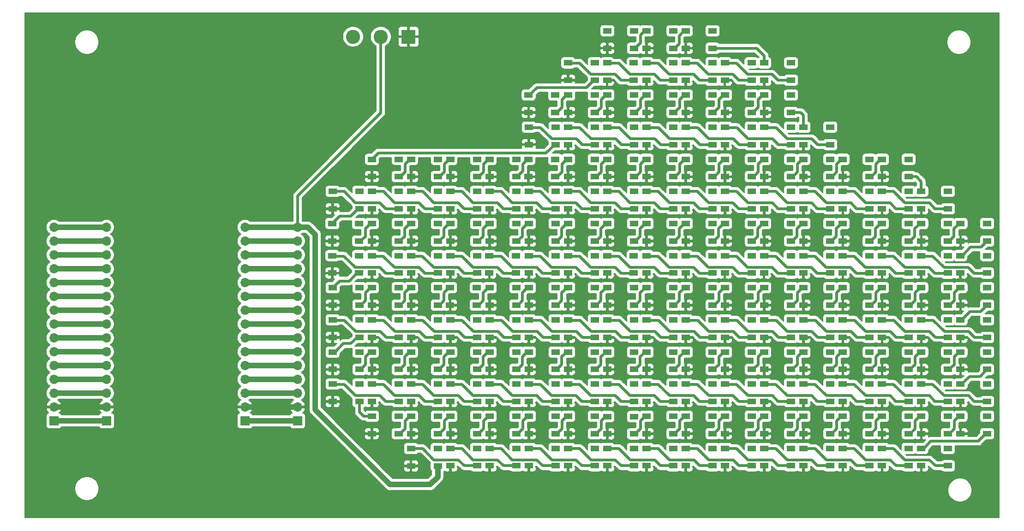
<source format=gtl>
G04 #@! TF.GenerationSoftware,KiCad,Pcbnew,5.1.5+dfsg1-2build2*
G04 #@! TF.CreationDate,2020-10-07T00:50:06-05:00*
G04 #@! TF.ProjectId,LEDs_RGB_cloud,4c454473-5f52-4474-925f-636c6f75642e,rev?*
G04 #@! TF.SameCoordinates,Original*
G04 #@! TF.FileFunction,Copper,L1,Top*
G04 #@! TF.FilePolarity,Positive*
%FSLAX46Y46*%
G04 Gerber Fmt 4.6, Leading zero omitted, Abs format (unit mm)*
G04 Created by KiCad (PCBNEW 5.1.5+dfsg1-2build2) date 2020-10-07 00:50:06*
%MOMM*%
%LPD*%
G04 APERTURE LIST*
%ADD10O,1.700000X1.700000*%
%ADD11R,1.700000X1.700000*%
%ADD12R,2.600000X2.600000*%
%ADD13C,2.600000*%
%ADD14R,1.500000X1.000000*%
%ADD15C,0.800000*%
%ADD16C,0.500000*%
%ADD17C,1.000000*%
%ADD18C,0.200000*%
G04 APERTURE END LIST*
D10*
X151650000Y-89990000D03*
X151650000Y-92530000D03*
X151650000Y-95070000D03*
X151650000Y-97610000D03*
X151650000Y-100150000D03*
X151650000Y-102690000D03*
X151650000Y-105230000D03*
X151650000Y-107770000D03*
X151650000Y-110310000D03*
X151650000Y-112850000D03*
X151650000Y-115390000D03*
X151650000Y-117930000D03*
X151650000Y-120470000D03*
X151650000Y-123010000D03*
D11*
X151650000Y-125550000D03*
D12*
X172000000Y-55000000D03*
D13*
X166920000Y-55000000D03*
X161840000Y-55000000D03*
D14*
X208490000Y-53910000D03*
X208490000Y-57110000D03*
X213390000Y-53910000D03*
X213390000Y-57110000D03*
X215690000Y-53910000D03*
X215690000Y-57110000D03*
X220590000Y-53910000D03*
X220590000Y-57110000D03*
X222890000Y-53910000D03*
X222890000Y-57110000D03*
X227790000Y-53910000D03*
X227790000Y-57110000D03*
X237290000Y-59810000D03*
X237290000Y-63010000D03*
X242190000Y-59810000D03*
X242190000Y-63010000D03*
X258890000Y-118810000D03*
X258890000Y-122010000D03*
X263790000Y-118810000D03*
X263790000Y-122010000D03*
X230090000Y-118810000D03*
X230090000Y-122010000D03*
X234990000Y-118810000D03*
X234990000Y-122010000D03*
X179690000Y-124710000D03*
X179690000Y-127910000D03*
X184590000Y-124710000D03*
X184590000Y-127910000D03*
X186890000Y-124710000D03*
X186890000Y-127910000D03*
X191790000Y-124710000D03*
X191790000Y-127910000D03*
X194090000Y-124710000D03*
X194090000Y-127910000D03*
X198990000Y-124710000D03*
X198990000Y-127910000D03*
X201290000Y-124710000D03*
X201290000Y-127910000D03*
X206190000Y-124710000D03*
X206190000Y-127910000D03*
X208490000Y-124760000D03*
X208490000Y-127960000D03*
X213390000Y-124760000D03*
X213390000Y-127960000D03*
X215690000Y-124710000D03*
X215690000Y-127910000D03*
X220590000Y-124710000D03*
X220590000Y-127910000D03*
X222890000Y-124710000D03*
X222890000Y-127910000D03*
X227790000Y-124710000D03*
X227790000Y-127910000D03*
X230090000Y-124710000D03*
X230090000Y-127910000D03*
X234990000Y-124710000D03*
X234990000Y-127910000D03*
X237290000Y-124710000D03*
X237290000Y-127910000D03*
X242190000Y-124710000D03*
X242190000Y-127910000D03*
X244490000Y-124710000D03*
X244490000Y-127910000D03*
X249390000Y-124710000D03*
X249390000Y-127910000D03*
X251690000Y-124710000D03*
X251690000Y-127910000D03*
X256590000Y-124710000D03*
X256590000Y-127910000D03*
X258890000Y-124710000D03*
X258890000Y-127910000D03*
X263790000Y-124710000D03*
X263790000Y-127910000D03*
X266090000Y-124710000D03*
X266090000Y-127910000D03*
X270990000Y-124710000D03*
X270990000Y-127910000D03*
X273290000Y-124710000D03*
X273290000Y-127910000D03*
X278190000Y-124710000D03*
X278190000Y-127910000D03*
X266090000Y-130610000D03*
X266090000Y-133810000D03*
X270990000Y-130610000D03*
X270990000Y-133810000D03*
X258890000Y-130610000D03*
X258890000Y-133810000D03*
X263790000Y-130610000D03*
X263790000Y-133810000D03*
X251690000Y-130610000D03*
X251690000Y-133810000D03*
X256590000Y-130610000D03*
X256590000Y-133810000D03*
X244490000Y-130610000D03*
X244490000Y-133810000D03*
X249390000Y-130610000D03*
X249390000Y-133810000D03*
X237290000Y-130610000D03*
X237290000Y-133810000D03*
X242190000Y-130610000D03*
X242190000Y-133810000D03*
X230090000Y-130610000D03*
X230090000Y-133810000D03*
X234990000Y-130610000D03*
X234990000Y-133810000D03*
X222890000Y-130610000D03*
X222890000Y-133810000D03*
X227790000Y-130610000D03*
X227790000Y-133810000D03*
X215690000Y-130610000D03*
X215690000Y-133810000D03*
X220590000Y-130610000D03*
X220590000Y-133810000D03*
X208490000Y-130610000D03*
X208490000Y-133810000D03*
X213390000Y-130610000D03*
X213390000Y-133810000D03*
X201290000Y-130610000D03*
X201290000Y-133810000D03*
X206190000Y-130610000D03*
X206190000Y-133810000D03*
X194090000Y-130610000D03*
X194090000Y-133810000D03*
X198990000Y-130610000D03*
X198990000Y-133810000D03*
X186890000Y-130610000D03*
X186890000Y-133810000D03*
X191790000Y-130610000D03*
X191790000Y-133810000D03*
X179690000Y-130610000D03*
X179690000Y-133810000D03*
X184590000Y-130610000D03*
X184590000Y-133810000D03*
X172470000Y-130650000D03*
X172470000Y-133850000D03*
X177370000Y-130650000D03*
X177370000Y-133850000D03*
X251690000Y-107010000D03*
X251690000Y-110210000D03*
X256590000Y-107010000D03*
X256590000Y-110210000D03*
X244490000Y-118810000D03*
X244490000Y-122010000D03*
X249390000Y-118810000D03*
X249390000Y-122010000D03*
X194090000Y-112910000D03*
X194090000Y-116110000D03*
X198990000Y-112910000D03*
X198990000Y-116110000D03*
X186890000Y-101110000D03*
X186890000Y-104310000D03*
X191790000Y-101110000D03*
X191790000Y-104310000D03*
X194090000Y-101110000D03*
X194090000Y-104310000D03*
X198990000Y-101110000D03*
X198990000Y-104310000D03*
X201290000Y-101110000D03*
X201290000Y-104310000D03*
X206190000Y-101110000D03*
X206190000Y-104310000D03*
X208490000Y-101110000D03*
X208490000Y-104310000D03*
X213390000Y-101110000D03*
X213390000Y-104310000D03*
X215690000Y-101110000D03*
X215690000Y-104310000D03*
X220590000Y-101110000D03*
X220590000Y-104310000D03*
X222890000Y-101110000D03*
X222890000Y-104310000D03*
X227790000Y-101110000D03*
X227790000Y-104310000D03*
X230090000Y-101110000D03*
X230090000Y-104310000D03*
X234990000Y-101110000D03*
X234990000Y-104310000D03*
X237290000Y-101110000D03*
X237290000Y-104310000D03*
X242190000Y-101110000D03*
X242190000Y-104310000D03*
X244490000Y-101110000D03*
X244490000Y-104310000D03*
X249390000Y-101110000D03*
X249390000Y-104310000D03*
X251690000Y-101110000D03*
X251690000Y-104310000D03*
X256590000Y-101110000D03*
X256590000Y-104310000D03*
X258890000Y-101110000D03*
X258890000Y-104310000D03*
X263790000Y-101110000D03*
X263790000Y-104310000D03*
X266090000Y-101110000D03*
X266090000Y-104310000D03*
X270990000Y-101110000D03*
X270990000Y-104310000D03*
X273290000Y-101110000D03*
X273290000Y-104310000D03*
X278190000Y-101110000D03*
X278190000Y-104310000D03*
X273290000Y-107010000D03*
X273290000Y-110210000D03*
X278190000Y-107010000D03*
X278190000Y-110210000D03*
X266090000Y-107010000D03*
X266090000Y-110210000D03*
X270990000Y-107010000D03*
X270990000Y-110210000D03*
X258890000Y-107010000D03*
X258890000Y-110210000D03*
X263790000Y-107010000D03*
X263790000Y-110210000D03*
X244490000Y-107010000D03*
X244490000Y-110210000D03*
X249390000Y-107010000D03*
X249390000Y-110210000D03*
X237290000Y-107010000D03*
X237290000Y-110210000D03*
X242190000Y-107010000D03*
X242190000Y-110210000D03*
X230090000Y-107010000D03*
X230090000Y-110210000D03*
X234990000Y-107010000D03*
X234990000Y-110210000D03*
X222890000Y-107010000D03*
X222890000Y-110210000D03*
X227790000Y-107010000D03*
X227790000Y-110210000D03*
X215690000Y-107010000D03*
X215690000Y-110210000D03*
X220590000Y-107010000D03*
X220590000Y-110210000D03*
X208490000Y-107010000D03*
X208490000Y-110210000D03*
X213390000Y-107010000D03*
X213390000Y-110210000D03*
X201290000Y-107010000D03*
X201290000Y-110210000D03*
X206190000Y-107010000D03*
X206190000Y-110210000D03*
X194090000Y-107010000D03*
X194090000Y-110210000D03*
X198990000Y-107010000D03*
X198990000Y-110210000D03*
X186890000Y-107010000D03*
X186890000Y-110210000D03*
X191790000Y-107010000D03*
X191790000Y-110210000D03*
X179690000Y-107010000D03*
X179690000Y-110210000D03*
X184590000Y-107010000D03*
X184590000Y-110210000D03*
X172490000Y-107010000D03*
X172490000Y-110210000D03*
X177390000Y-107010000D03*
X177390000Y-110210000D03*
X165290000Y-107010000D03*
X165290000Y-110210000D03*
X170190000Y-107010000D03*
X170190000Y-110210000D03*
X158090000Y-107010000D03*
X158090000Y-110210000D03*
X162990000Y-107010000D03*
X162990000Y-110210000D03*
X158090000Y-112910000D03*
X158090000Y-116110000D03*
X162990000Y-112910000D03*
X162990000Y-116110000D03*
X165290000Y-112910000D03*
X165290000Y-116110000D03*
X170190000Y-112910000D03*
X170190000Y-116110000D03*
X172490000Y-112910000D03*
X172490000Y-116110000D03*
X177390000Y-112910000D03*
X177390000Y-116110000D03*
X179690000Y-112910000D03*
X179690000Y-116110000D03*
X184590000Y-112910000D03*
X184590000Y-116110000D03*
X186890000Y-112910000D03*
X186890000Y-116110000D03*
X191790000Y-112910000D03*
X191790000Y-116110000D03*
X201290000Y-112910000D03*
X201290000Y-116110000D03*
X206190000Y-112910000D03*
X206190000Y-116110000D03*
X208490000Y-112910000D03*
X208490000Y-116110000D03*
X213390000Y-112910000D03*
X213390000Y-116110000D03*
X215690000Y-112910000D03*
X215690000Y-116110000D03*
X220590000Y-112910000D03*
X220590000Y-116110000D03*
X222890000Y-112910000D03*
X222890000Y-116110000D03*
X227790000Y-112910000D03*
X227790000Y-116110000D03*
X230090000Y-112910000D03*
X230090000Y-116110000D03*
X234990000Y-112910000D03*
X234990000Y-116110000D03*
X237290000Y-112910000D03*
X237290000Y-116110000D03*
X242190000Y-112910000D03*
X242190000Y-116110000D03*
X244490000Y-112910000D03*
X244490000Y-116110000D03*
X249390000Y-112910000D03*
X249390000Y-116110000D03*
X251690000Y-112910000D03*
X251690000Y-116110000D03*
X256590000Y-112910000D03*
X256590000Y-116110000D03*
X258890000Y-112910000D03*
X258890000Y-116110000D03*
X263790000Y-112910000D03*
X263790000Y-116110000D03*
X266090000Y-112910000D03*
X266090000Y-116110000D03*
X270990000Y-112910000D03*
X270990000Y-116110000D03*
X273290000Y-112910000D03*
X273290000Y-116110000D03*
X278190000Y-112910000D03*
X278190000Y-116110000D03*
X273290000Y-118810000D03*
X273290000Y-122010000D03*
X278190000Y-118810000D03*
X278190000Y-122010000D03*
X266090000Y-118810000D03*
X266090000Y-122010000D03*
X270990000Y-118810000D03*
X270990000Y-122010000D03*
X251690000Y-118810000D03*
X251690000Y-122010000D03*
X256590000Y-118810000D03*
X256590000Y-122010000D03*
X237270000Y-118810000D03*
X237270000Y-122010000D03*
X242170000Y-118810000D03*
X242170000Y-122010000D03*
X222890000Y-118810000D03*
X222890000Y-122010000D03*
X227790000Y-118810000D03*
X227790000Y-122010000D03*
X215690000Y-118810000D03*
X215690000Y-122010000D03*
X220590000Y-118810000D03*
X220590000Y-122010000D03*
X208490000Y-118810000D03*
X208490000Y-122010000D03*
X213390000Y-118810000D03*
X213390000Y-122010000D03*
X201290000Y-118810000D03*
X201290000Y-122010000D03*
X206190000Y-118810000D03*
X206190000Y-122010000D03*
X194090000Y-118810000D03*
X194090000Y-122010000D03*
X198990000Y-118810000D03*
X198990000Y-122010000D03*
X186890000Y-118810000D03*
X186890000Y-122010000D03*
X191790000Y-118810000D03*
X191790000Y-122010000D03*
X179690000Y-118810000D03*
X179690000Y-122010000D03*
X184590000Y-118810000D03*
X184590000Y-122010000D03*
X172490000Y-118810000D03*
X172490000Y-122010000D03*
X177390000Y-118810000D03*
X177390000Y-122010000D03*
X165290000Y-118810000D03*
X165290000Y-122010000D03*
X170190000Y-118810000D03*
X170190000Y-122010000D03*
X158090000Y-118810000D03*
X158090000Y-122010000D03*
X162990000Y-118810000D03*
X162990000Y-122010000D03*
X165290000Y-124710000D03*
X165290000Y-127910000D03*
X170190000Y-124710000D03*
X170190000Y-127910000D03*
X172490000Y-124710000D03*
X172490000Y-127910000D03*
X177390000Y-124710000D03*
X177390000Y-127910000D03*
X179640000Y-101110000D03*
X179640000Y-104310000D03*
X184540000Y-101110000D03*
X184540000Y-104310000D03*
X177390000Y-104310000D03*
X177390000Y-101110000D03*
X172490000Y-104310000D03*
X172490000Y-101110000D03*
X165290000Y-101110000D03*
X165290000Y-104310000D03*
X170190000Y-101110000D03*
X170190000Y-104310000D03*
X158090000Y-101110000D03*
X158090000Y-104310000D03*
X162990000Y-101110000D03*
X162990000Y-104310000D03*
X158040000Y-95210000D03*
X158040000Y-98410000D03*
X162940000Y-95210000D03*
X162940000Y-98410000D03*
X170190000Y-98410000D03*
X170190000Y-95210000D03*
X165290000Y-98410000D03*
X165290000Y-95210000D03*
X172490000Y-95210000D03*
X172490000Y-98410000D03*
X177390000Y-95210000D03*
X177390000Y-98410000D03*
X179690000Y-95210000D03*
X179690000Y-98410000D03*
X184590000Y-95210000D03*
X184590000Y-98410000D03*
X186840000Y-95210000D03*
X186840000Y-98410000D03*
X191740000Y-95210000D03*
X191740000Y-98410000D03*
X198990000Y-98410000D03*
X198990000Y-95210000D03*
X194090000Y-98410000D03*
X194090000Y-95210000D03*
X206190000Y-98410000D03*
X206190000Y-95210000D03*
X201290000Y-98410000D03*
X201290000Y-95210000D03*
X213340000Y-98410000D03*
X213340000Y-95210000D03*
X208440000Y-98410000D03*
X208440000Y-95210000D03*
X215690000Y-95210000D03*
X215690000Y-98410000D03*
X220590000Y-95210000D03*
X220590000Y-98410000D03*
X227790000Y-98410000D03*
X227790000Y-95210000D03*
X222890000Y-98410000D03*
X222890000Y-95210000D03*
X234940000Y-98410000D03*
X234940000Y-95210000D03*
X230040000Y-98410000D03*
X230040000Y-95210000D03*
X242140000Y-98410000D03*
X242140000Y-95210000D03*
X237240000Y-98410000D03*
X237240000Y-95210000D03*
X244440000Y-95210000D03*
X244440000Y-98410000D03*
X249340000Y-95210000D03*
X249340000Y-98410000D03*
X251690000Y-95210000D03*
X251690000Y-98410000D03*
X256590000Y-95210000D03*
X256590000Y-98410000D03*
X258890000Y-95210000D03*
X258890000Y-98410000D03*
X263790000Y-95210000D03*
X263790000Y-98410000D03*
X270940000Y-98410000D03*
X270940000Y-95210000D03*
X266040000Y-98410000D03*
X266040000Y-95210000D03*
X278140000Y-98410000D03*
X278140000Y-95210000D03*
X273240000Y-98410000D03*
X273240000Y-95210000D03*
X278190000Y-92510000D03*
X278190000Y-89310000D03*
X273290000Y-92510000D03*
X273290000Y-89310000D03*
X266090000Y-89310000D03*
X266090000Y-92510000D03*
X270990000Y-89310000D03*
X270990000Y-92510000D03*
X263740000Y-92510000D03*
X263740000Y-89310000D03*
X258840000Y-92510000D03*
X258840000Y-89310000D03*
X256590000Y-92510000D03*
X256590000Y-89310000D03*
X251690000Y-92510000D03*
X251690000Y-89310000D03*
X244490000Y-89310000D03*
X244490000Y-92510000D03*
X249390000Y-89310000D03*
X249390000Y-92510000D03*
X237290000Y-89310000D03*
X237290000Y-92510000D03*
X242190000Y-89310000D03*
X242190000Y-92510000D03*
X230090000Y-89310000D03*
X230090000Y-92510000D03*
X234990000Y-89310000D03*
X234990000Y-92510000D03*
X222890000Y-89310000D03*
X222890000Y-92510000D03*
X227790000Y-89310000D03*
X227790000Y-92510000D03*
X220590000Y-92510000D03*
X220590000Y-89310000D03*
X215690000Y-92510000D03*
X215690000Y-89310000D03*
X208490000Y-89310000D03*
X208490000Y-92510000D03*
X213390000Y-89310000D03*
X213390000Y-92510000D03*
X206190000Y-92510000D03*
X206190000Y-89310000D03*
X201290000Y-92510000D03*
X201290000Y-89310000D03*
X194090000Y-89310000D03*
X194090000Y-92510000D03*
X198990000Y-89310000D03*
X198990000Y-92510000D03*
X191790000Y-92510000D03*
X191790000Y-89310000D03*
X186890000Y-92510000D03*
X186890000Y-89310000D03*
X179690000Y-89310000D03*
X179690000Y-92510000D03*
X184590000Y-89310000D03*
X184590000Y-92510000D03*
X177390000Y-92510000D03*
X177390000Y-89310000D03*
X172490000Y-92510000D03*
X172490000Y-89310000D03*
X170190000Y-92510000D03*
X170190000Y-89310000D03*
X165290000Y-92510000D03*
X165290000Y-89310000D03*
X158040000Y-89310000D03*
X158040000Y-92510000D03*
X162940000Y-89310000D03*
X162940000Y-92510000D03*
X158090000Y-83410000D03*
X158090000Y-86610000D03*
X162990000Y-83410000D03*
X162990000Y-86610000D03*
X165290000Y-83410000D03*
X165290000Y-86610000D03*
X170190000Y-83410000D03*
X170190000Y-86610000D03*
X177390000Y-86610000D03*
X177390000Y-83410000D03*
X172490000Y-86610000D03*
X172490000Y-83410000D03*
X179690000Y-83410000D03*
X179690000Y-86610000D03*
X184590000Y-83410000D03*
X184590000Y-86610000D03*
X186890000Y-83410000D03*
X186890000Y-86610000D03*
X191790000Y-83410000D03*
X191790000Y-86610000D03*
X194090000Y-83410000D03*
X194090000Y-86610000D03*
X198990000Y-83410000D03*
X198990000Y-86610000D03*
X206190000Y-86610000D03*
X206190000Y-83410000D03*
X201290000Y-86610000D03*
X201290000Y-83410000D03*
X213390000Y-86610000D03*
X213390000Y-83410000D03*
X208490000Y-86610000D03*
X208490000Y-83410000D03*
X220590000Y-86610000D03*
X220590000Y-83410000D03*
X215690000Y-86610000D03*
X215690000Y-83410000D03*
X222890000Y-83410000D03*
X222890000Y-86610000D03*
X227790000Y-83410000D03*
X227790000Y-86610000D03*
X234990000Y-86610000D03*
X234990000Y-83410000D03*
X230090000Y-86610000D03*
X230090000Y-83410000D03*
X237290000Y-83410000D03*
X237290000Y-86610000D03*
X242190000Y-83410000D03*
X242190000Y-86610000D03*
X249390000Y-86610000D03*
X249390000Y-83410000D03*
X244490000Y-86610000D03*
X244490000Y-83410000D03*
X251690000Y-83410000D03*
X251690000Y-86610000D03*
X256590000Y-83410000D03*
X256590000Y-86610000D03*
X258890000Y-83410000D03*
X258890000Y-86610000D03*
X263790000Y-83410000D03*
X263790000Y-86610000D03*
X266090000Y-83410000D03*
X266090000Y-86610000D03*
X270990000Y-83410000D03*
X270990000Y-86610000D03*
X263790000Y-80710000D03*
X263790000Y-77510000D03*
X258890000Y-80710000D03*
X258890000Y-77510000D03*
X256590000Y-80710000D03*
X256590000Y-77510000D03*
X251690000Y-80710000D03*
X251690000Y-77510000D03*
X249390000Y-80710000D03*
X249390000Y-77510000D03*
X244490000Y-80710000D03*
X244490000Y-77510000D03*
X237290000Y-77510000D03*
X237290000Y-80710000D03*
X242190000Y-77510000D03*
X242190000Y-80710000D03*
X234990000Y-80710000D03*
X234990000Y-77510000D03*
X230090000Y-80710000D03*
X230090000Y-77510000D03*
X227790000Y-80710000D03*
X227790000Y-77510000D03*
X222890000Y-80710000D03*
X222890000Y-77510000D03*
X220590000Y-80710000D03*
X220590000Y-77510000D03*
X215690000Y-80710000D03*
X215690000Y-77510000D03*
X208490000Y-77510000D03*
X208490000Y-80710000D03*
X213390000Y-77510000D03*
X213390000Y-80710000D03*
X201290000Y-77510000D03*
X201290000Y-80710000D03*
X206190000Y-77510000D03*
X206190000Y-80710000D03*
X198890000Y-80710000D03*
X198890000Y-77510000D03*
X193990000Y-80710000D03*
X193990000Y-77510000D03*
X186890000Y-77510000D03*
X186890000Y-80710000D03*
X191790000Y-77510000D03*
X191790000Y-80710000D03*
X184590000Y-80710000D03*
X184590000Y-77510000D03*
X179690000Y-80710000D03*
X179690000Y-77510000D03*
X172490000Y-77510000D03*
X172490000Y-80710000D03*
X177390000Y-77510000D03*
X177390000Y-80710000D03*
X170190000Y-80710000D03*
X170190000Y-77510000D03*
X165290000Y-80710000D03*
X165290000Y-77510000D03*
X194090000Y-71610000D03*
X194090000Y-74810000D03*
X198990000Y-71610000D03*
X198990000Y-74810000D03*
X206190000Y-74810000D03*
X206190000Y-71610000D03*
X201290000Y-74810000D03*
X201290000Y-71610000D03*
X213390000Y-74810000D03*
X213390000Y-71610000D03*
X208490000Y-74810000D03*
X208490000Y-71610000D03*
X220590000Y-74810000D03*
X220590000Y-71610000D03*
X215690000Y-74810000D03*
X215690000Y-71610000D03*
X227790000Y-74810000D03*
X227790000Y-71610000D03*
X222890000Y-74810000D03*
X222890000Y-71610000D03*
X234990000Y-74810000D03*
X234990000Y-71610000D03*
X230090000Y-74810000D03*
X230090000Y-71610000D03*
X237290000Y-71610000D03*
X237290000Y-74810000D03*
X242190000Y-71610000D03*
X242190000Y-74810000D03*
X249390000Y-74810000D03*
X249390000Y-71610000D03*
X244490000Y-74810000D03*
X244490000Y-71610000D03*
X242190000Y-68910000D03*
X242190000Y-65710000D03*
X237290000Y-68910000D03*
X237290000Y-65710000D03*
X230090000Y-65710000D03*
X230090000Y-68910000D03*
X234990000Y-65710000D03*
X234990000Y-68910000D03*
X222890000Y-65710000D03*
X222890000Y-68910000D03*
X227790000Y-65710000D03*
X227790000Y-68910000D03*
X220590000Y-68910000D03*
X220590000Y-65710000D03*
X215690000Y-68910000D03*
X215690000Y-65710000D03*
X208490000Y-65710000D03*
X208490000Y-68910000D03*
X213390000Y-65710000D03*
X213390000Y-68910000D03*
X206190000Y-68910000D03*
X206190000Y-65710000D03*
X201290000Y-68910000D03*
X201290000Y-65710000D03*
X198940000Y-68910000D03*
X198940000Y-65710000D03*
X194040000Y-68910000D03*
X194040000Y-65710000D03*
X201290000Y-59810000D03*
X201290000Y-63010000D03*
X206190000Y-59810000D03*
X206190000Y-63010000D03*
X208440000Y-59810000D03*
X208440000Y-63010000D03*
X213340000Y-59810000D03*
X213340000Y-63010000D03*
X220590000Y-63010000D03*
X220590000Y-59810000D03*
X215690000Y-63010000D03*
X215690000Y-59810000D03*
X222890000Y-59810000D03*
X222890000Y-63010000D03*
X227790000Y-59810000D03*
X227790000Y-63010000D03*
X230040000Y-59810000D03*
X230040000Y-63010000D03*
X234940000Y-59810000D03*
X234940000Y-63010000D03*
D11*
X106950000Y-125550000D03*
D10*
X106950000Y-123010000D03*
X106950000Y-120470000D03*
X106950000Y-117930000D03*
X106950000Y-115390000D03*
X106950000Y-112850000D03*
X106950000Y-110310000D03*
X106950000Y-107770000D03*
X106950000Y-105230000D03*
X106950000Y-102690000D03*
X106950000Y-100150000D03*
X106950000Y-97610000D03*
X106950000Y-95070000D03*
X106950000Y-92530000D03*
X106950000Y-89990000D03*
X116600000Y-89990000D03*
X116600000Y-92530000D03*
X116600000Y-95070000D03*
X116600000Y-97610000D03*
X116600000Y-100150000D03*
X116600000Y-102690000D03*
X116600000Y-105230000D03*
X116600000Y-107770000D03*
X116600000Y-110310000D03*
X116600000Y-112850000D03*
X116600000Y-115390000D03*
X116600000Y-117930000D03*
X116600000Y-120470000D03*
X116600000Y-123010000D03*
D11*
X116600000Y-125550000D03*
X142000000Y-125550000D03*
D10*
X142000000Y-123010000D03*
X142000000Y-120470000D03*
X142000000Y-117930000D03*
X142000000Y-115390000D03*
X142000000Y-112850000D03*
X142000000Y-110310000D03*
X142000000Y-107770000D03*
X142000000Y-105230000D03*
X142000000Y-102690000D03*
X142000000Y-100150000D03*
X142000000Y-97610000D03*
X142000000Y-95070000D03*
X142000000Y-92530000D03*
X142000000Y-89990000D03*
D15*
X177380000Y-130640000D03*
X170270000Y-124690000D03*
X162950000Y-118840000D03*
X162910000Y-112930000D03*
X162950000Y-107060000D03*
X162950000Y-101150000D03*
X162840000Y-95180000D03*
X162970000Y-89280000D03*
X162920000Y-83370000D03*
X170140000Y-77510000D03*
X198950000Y-71650000D03*
X198910000Y-65670000D03*
X242270000Y-59830000D03*
X234980000Y-59830000D03*
X227840000Y-59870000D03*
X220710000Y-59870000D03*
X213370000Y-59830000D03*
X206160000Y-59830000D03*
X227820000Y-53940000D03*
X220590000Y-53940000D03*
X213430000Y-53930000D03*
X206130000Y-65670000D03*
X213350000Y-65670000D03*
X220570000Y-65670000D03*
X227790000Y-65670000D03*
X235010000Y-65670000D03*
X242230000Y-65670000D03*
X206170000Y-71650000D03*
X213390000Y-71650000D03*
X220610000Y-71650000D03*
X227830000Y-71650000D03*
X235050000Y-71650000D03*
X242270000Y-71650000D03*
X249490000Y-71650000D03*
X177360000Y-77510000D03*
X184580000Y-77510000D03*
X191800000Y-77510000D03*
X199020000Y-77510000D03*
X206240000Y-77510000D03*
X213460000Y-77510000D03*
X220680000Y-77510000D03*
X227900000Y-77510000D03*
X235120000Y-77510000D03*
X242340000Y-77510000D03*
X249560000Y-77510000D03*
X256780000Y-77510000D03*
X264000000Y-77510000D03*
X170130000Y-83370000D03*
X177340000Y-83370000D03*
X184550000Y-83370000D03*
X191760000Y-83370000D03*
X198970000Y-83370000D03*
X206180000Y-83370000D03*
X213390000Y-83370000D03*
X220600000Y-83370000D03*
X227810000Y-83370000D03*
X235020000Y-83370000D03*
X242230000Y-83370000D03*
X249440000Y-83370000D03*
X256650000Y-83370000D03*
X263860000Y-83370000D03*
X271070000Y-83370000D03*
X170170000Y-89280000D03*
X177370000Y-89280000D03*
X184570000Y-89280000D03*
X191770000Y-89280000D03*
X198970000Y-89280000D03*
X206170000Y-89280000D03*
X213370000Y-89280000D03*
X220570000Y-89280000D03*
X227770000Y-89280000D03*
X234970000Y-89280000D03*
X242170000Y-89280000D03*
X249370000Y-89280000D03*
X256570000Y-89280000D03*
X263770000Y-89280000D03*
X270970000Y-89280000D03*
X278170000Y-89280000D03*
X170040000Y-95180000D03*
X177240000Y-95180000D03*
X184440000Y-95180000D03*
X191640000Y-95180000D03*
X198840000Y-95180000D03*
X206040000Y-95180000D03*
X213240000Y-95180000D03*
X220440000Y-95180000D03*
X227640000Y-95180000D03*
X234840000Y-95180000D03*
X242040000Y-95180000D03*
X249240000Y-95180000D03*
X256440000Y-95180000D03*
X263640000Y-95180000D03*
X270840000Y-95180000D03*
X278040000Y-95180000D03*
X170150000Y-101150000D03*
X177350000Y-101150000D03*
X184550000Y-101150000D03*
X191750000Y-101150000D03*
X198950000Y-101150000D03*
X206150000Y-101150000D03*
X213350000Y-101150000D03*
X220550000Y-101150000D03*
X227750000Y-101150000D03*
X234950000Y-101150000D03*
X242150000Y-101150000D03*
X249350000Y-101150000D03*
X256550000Y-101150000D03*
X263750000Y-101150000D03*
X270950000Y-101150000D03*
X278150000Y-101150000D03*
X170150000Y-107060000D03*
X177350000Y-107060000D03*
X184550000Y-107060000D03*
X191750000Y-107060000D03*
X198950000Y-107060000D03*
X206150000Y-107060000D03*
X213350000Y-107060000D03*
X220550000Y-107060000D03*
X227750000Y-107060000D03*
X234950000Y-107060000D03*
X242150000Y-107060000D03*
X249350000Y-107060000D03*
X256550000Y-107060000D03*
X263750000Y-107060000D03*
X270950000Y-107060000D03*
X278150000Y-107060000D03*
X170110000Y-112930000D03*
X177310000Y-112930000D03*
X184510000Y-112930000D03*
X191710000Y-112930000D03*
X198910000Y-112930000D03*
X206110000Y-112930000D03*
X213310000Y-112930000D03*
X220510000Y-112930000D03*
X227710000Y-112930000D03*
X234910000Y-112930000D03*
X242110000Y-112930000D03*
X249310000Y-112930000D03*
X256510000Y-112930000D03*
X263710000Y-112930000D03*
X270910000Y-112930000D03*
X278110000Y-112930000D03*
X170150000Y-118840000D03*
X177350000Y-118840000D03*
X184550000Y-118840000D03*
X191750000Y-118840000D03*
X198950000Y-118840000D03*
X206150000Y-118840000D03*
X213350000Y-118840000D03*
X220550000Y-118840000D03*
X227750000Y-118840000D03*
X234950000Y-118840000D03*
X242150000Y-118840000D03*
X249350000Y-118840000D03*
X256550000Y-118840000D03*
X263750000Y-118840000D03*
X270950000Y-118840000D03*
X278150000Y-118840000D03*
X177470000Y-124690000D03*
X184670000Y-124690000D03*
X191870000Y-124690000D03*
X199070000Y-124690000D03*
X206270000Y-124690000D03*
X213470000Y-124690000D03*
X220670000Y-124690000D03*
X227870000Y-124690000D03*
X235070000Y-124690000D03*
X242270000Y-124690000D03*
X249470000Y-124690000D03*
X256670000Y-124690000D03*
X263870000Y-124690000D03*
X271070000Y-124690000D03*
X278270000Y-124690000D03*
X184580000Y-130640000D03*
X191780000Y-130640000D03*
X198980000Y-130640000D03*
X206180000Y-130640000D03*
X213380000Y-130640000D03*
X220580000Y-130640000D03*
X227780000Y-130640000D03*
X234980000Y-130640000D03*
X242180000Y-130640000D03*
X249380000Y-130640000D03*
X256580000Y-130640000D03*
X263780000Y-130640000D03*
X270980000Y-130640000D03*
X177470000Y-124690000D03*
X184670000Y-124690000D03*
X191870000Y-124690000D03*
X199070000Y-124690000D03*
X206270000Y-124690000D03*
X213470000Y-124690000D03*
X220670000Y-124690000D03*
X227870000Y-124690000D03*
X235070000Y-124690000D03*
X242270000Y-124690000D03*
X249470000Y-124690000D03*
X256670000Y-124690000D03*
X263870000Y-124690000D03*
X271070000Y-124690000D03*
D16*
X172470000Y-130650000D02*
X174600000Y-130650000D01*
X174600000Y-130650000D02*
X176680000Y-132730000D01*
X176680000Y-132730000D02*
X181160000Y-132730000D01*
X182240000Y-133810000D02*
X184590000Y-133810000D01*
X181160000Y-132730000D02*
X182240000Y-133810000D01*
X166750000Y-120910000D02*
X167830000Y-121990000D01*
X162270000Y-120910000D02*
X166750000Y-120910000D01*
X167830000Y-121990000D02*
X170180000Y-121990000D01*
X158060000Y-118830000D02*
X160190000Y-118830000D01*
X160190000Y-118830000D02*
X162270000Y-120910000D01*
X188360000Y-132730000D02*
X189440000Y-133810000D01*
X195560000Y-132730000D02*
X196640000Y-133810000D01*
X202760000Y-132730000D02*
X203840000Y-133810000D01*
X209960000Y-132730000D02*
X211040000Y-133810000D01*
X217160000Y-132730000D02*
X218240000Y-133810000D01*
X224360000Y-132730000D02*
X225440000Y-133810000D01*
X231560000Y-132730000D02*
X232640000Y-133810000D01*
X238760000Y-132730000D02*
X239840000Y-133810000D01*
X245960000Y-132730000D02*
X247040000Y-133810000D01*
X253160000Y-132730000D02*
X254240000Y-133810000D01*
X260360000Y-132730000D02*
X261440000Y-133810000D01*
X267560000Y-132730000D02*
X268640000Y-133810000D01*
X183880000Y-132730000D02*
X188360000Y-132730000D01*
X191080000Y-132730000D02*
X195560000Y-132730000D01*
X198280000Y-132730000D02*
X202760000Y-132730000D01*
X205480000Y-132730000D02*
X209960000Y-132730000D01*
X212680000Y-132730000D02*
X217160000Y-132730000D01*
X219880000Y-132730000D02*
X224360000Y-132730000D01*
X227080000Y-132730000D02*
X231560000Y-132730000D01*
X234280000Y-132730000D02*
X238760000Y-132730000D01*
X241480000Y-132730000D02*
X245960000Y-132730000D01*
X248680000Y-132730000D02*
X253160000Y-132730000D01*
X255880000Y-132730000D02*
X260360000Y-132730000D01*
X263080000Y-132730000D02*
X267560000Y-132730000D01*
X189440000Y-133810000D02*
X191790000Y-133810000D01*
X196640000Y-133810000D02*
X198990000Y-133810000D01*
X203840000Y-133810000D02*
X206190000Y-133810000D01*
X211040000Y-133810000D02*
X213390000Y-133810000D01*
X218240000Y-133810000D02*
X220590000Y-133810000D01*
X225440000Y-133810000D02*
X227790000Y-133810000D01*
X232640000Y-133810000D02*
X234990000Y-133810000D01*
X239840000Y-133810000D02*
X242190000Y-133810000D01*
X247040000Y-133810000D02*
X249390000Y-133810000D01*
X254240000Y-133810000D02*
X256590000Y-133810000D01*
X261440000Y-133810000D02*
X263790000Y-133810000D01*
X268640000Y-133810000D02*
X270990000Y-133810000D01*
X179670000Y-130650000D02*
X181800000Y-130650000D01*
X186870000Y-130650000D02*
X189000000Y-130650000D01*
X194070000Y-130650000D02*
X196200000Y-130650000D01*
X201270000Y-130650000D02*
X203400000Y-130650000D01*
X208470000Y-130650000D02*
X210600000Y-130650000D01*
X215670000Y-130650000D02*
X217800000Y-130650000D01*
X222870000Y-130650000D02*
X225000000Y-130650000D01*
X230070000Y-130650000D02*
X232200000Y-130650000D01*
X237270000Y-130650000D02*
X239400000Y-130650000D01*
X244470000Y-130650000D02*
X246600000Y-130650000D01*
X251670000Y-130650000D02*
X253800000Y-130650000D01*
X258870000Y-130650000D02*
X261000000Y-130650000D01*
X181800000Y-130650000D02*
X183880000Y-132730000D01*
X189000000Y-130650000D02*
X191080000Y-132730000D01*
X196200000Y-130650000D02*
X198280000Y-132730000D01*
X203400000Y-130650000D02*
X205480000Y-132730000D01*
X210600000Y-130650000D02*
X212680000Y-132730000D01*
X217800000Y-130650000D02*
X219880000Y-132730000D01*
X225000000Y-130650000D02*
X227080000Y-132730000D01*
X232200000Y-130650000D02*
X234280000Y-132730000D01*
X239400000Y-130650000D02*
X241480000Y-132730000D01*
X246600000Y-130650000D02*
X248680000Y-132730000D01*
X253800000Y-130650000D02*
X255880000Y-132730000D01*
X261000000Y-130650000D02*
X263080000Y-132730000D01*
D17*
X106950000Y-123010000D02*
X116600000Y-123010000D01*
X142000000Y-123010000D02*
X151650000Y-123010000D01*
D16*
X266090000Y-130610000D02*
X266530000Y-130610000D01*
X266530000Y-130610000D02*
X267830000Y-129310000D01*
X267830000Y-129310000D02*
X276530000Y-129310000D01*
X277930000Y-127910000D02*
X278190000Y-127910000D01*
X276530000Y-129310000D02*
X277930000Y-127910000D01*
X172490000Y-124710000D02*
X172230000Y-124710000D01*
X172230000Y-124710000D02*
X171370000Y-125570000D01*
X171370000Y-125570000D02*
X171370000Y-127020000D01*
X170480000Y-127910000D02*
X170190000Y-127910000D01*
X171370000Y-127020000D02*
X170480000Y-127910000D01*
X178570000Y-127020000D02*
X177680000Y-127910000D01*
X185770000Y-127020000D02*
X184880000Y-127910000D01*
X192970000Y-127020000D02*
X192080000Y-127910000D01*
X200170000Y-127020000D02*
X199280000Y-127910000D01*
X207370000Y-127020000D02*
X206480000Y-127910000D01*
X214570000Y-127020000D02*
X213680000Y-127910000D01*
X221770000Y-127020000D02*
X220880000Y-127910000D01*
X228970000Y-127020000D02*
X228080000Y-127910000D01*
X236170000Y-127020000D02*
X235280000Y-127910000D01*
X243370000Y-127020000D02*
X242480000Y-127910000D01*
X250570000Y-127020000D02*
X249680000Y-127910000D01*
X257770000Y-127020000D02*
X256880000Y-127910000D01*
X264970000Y-127020000D02*
X264080000Y-127910000D01*
X272170000Y-127020000D02*
X271280000Y-127910000D01*
X179430000Y-124710000D02*
X178570000Y-125570000D01*
X186630000Y-124710000D02*
X185770000Y-125570000D01*
X193830000Y-124710000D02*
X192970000Y-125570000D01*
X201030000Y-124710000D02*
X200170000Y-125570000D01*
X208230000Y-124710000D02*
X207370000Y-125570000D01*
X215430000Y-124710000D02*
X214570000Y-125570000D01*
X222630000Y-124710000D02*
X221770000Y-125570000D01*
X229830000Y-124710000D02*
X228970000Y-125570000D01*
X237030000Y-124710000D02*
X236170000Y-125570000D01*
X244230000Y-124710000D02*
X243370000Y-125570000D01*
X251430000Y-124710000D02*
X250570000Y-125570000D01*
X258630000Y-124710000D02*
X257770000Y-125570000D01*
X265830000Y-124710000D02*
X264970000Y-125570000D01*
X273030000Y-124710000D02*
X272170000Y-125570000D01*
X177680000Y-127910000D02*
X177390000Y-127910000D01*
X184880000Y-127910000D02*
X184590000Y-127910000D01*
X192080000Y-127910000D02*
X191790000Y-127910000D01*
X199280000Y-127910000D02*
X198990000Y-127910000D01*
X206480000Y-127910000D02*
X206190000Y-127910000D01*
X213680000Y-127910000D02*
X213390000Y-127910000D01*
X220880000Y-127910000D02*
X220590000Y-127910000D01*
X228080000Y-127910000D02*
X227790000Y-127910000D01*
X235280000Y-127910000D02*
X234990000Y-127910000D01*
X242480000Y-127910000D02*
X242190000Y-127910000D01*
X249680000Y-127910000D02*
X249390000Y-127910000D01*
X256880000Y-127910000D02*
X256590000Y-127910000D01*
X264080000Y-127910000D02*
X263790000Y-127910000D01*
X271280000Y-127910000D02*
X270990000Y-127910000D01*
X178570000Y-125570000D02*
X178570000Y-127020000D01*
X185770000Y-125570000D02*
X185770000Y-127020000D01*
X192970000Y-125570000D02*
X192970000Y-127020000D01*
X200170000Y-125570000D02*
X200170000Y-127020000D01*
X207370000Y-125570000D02*
X207370000Y-127020000D01*
X214570000Y-125570000D02*
X214570000Y-127020000D01*
X221770000Y-125570000D02*
X221770000Y-127020000D01*
X228970000Y-125570000D02*
X228970000Y-127020000D01*
X236170000Y-125570000D02*
X236170000Y-127020000D01*
X243370000Y-125570000D02*
X243370000Y-127020000D01*
X250570000Y-125570000D02*
X250570000Y-127020000D01*
X257770000Y-125570000D02*
X257770000Y-127020000D01*
X264970000Y-125570000D02*
X264970000Y-127020000D01*
X272170000Y-125570000D02*
X272170000Y-127020000D01*
X179690000Y-124710000D02*
X179430000Y-124710000D01*
X186890000Y-124710000D02*
X186630000Y-124710000D01*
X194090000Y-124710000D02*
X193830000Y-124710000D01*
X201290000Y-124710000D02*
X201030000Y-124710000D01*
X208490000Y-124710000D02*
X208230000Y-124710000D01*
X215690000Y-124710000D02*
X215430000Y-124710000D01*
X222890000Y-124710000D02*
X222630000Y-124710000D01*
X230090000Y-124710000D02*
X229830000Y-124710000D01*
X237290000Y-124710000D02*
X237030000Y-124710000D01*
X244490000Y-124710000D02*
X244230000Y-124710000D01*
X251690000Y-124710000D02*
X251430000Y-124710000D01*
X258890000Y-124710000D02*
X258630000Y-124710000D01*
X266090000Y-124710000D02*
X265830000Y-124710000D01*
X273290000Y-124710000D02*
X273030000Y-124710000D01*
X162990000Y-122010000D02*
X162990000Y-123950000D01*
X163750000Y-124710000D02*
X165290000Y-124710000D01*
X162990000Y-123950000D02*
X163750000Y-124710000D01*
X164130000Y-115210000D02*
X163240000Y-116100000D01*
X164990000Y-112900000D02*
X164130000Y-113760000D01*
X163240000Y-116100000D02*
X162950000Y-116100000D01*
X164130000Y-113760000D02*
X164130000Y-115210000D01*
X165250000Y-112900000D02*
X164990000Y-112900000D01*
X160250000Y-107060000D02*
X162330000Y-109140000D01*
X162330000Y-109140000D02*
X166810000Y-109140000D01*
X158120000Y-107060000D02*
X160250000Y-107060000D01*
X167890000Y-110220000D02*
X170240000Y-110220000D01*
X166810000Y-109140000D02*
X167890000Y-110220000D01*
X167390000Y-118830000D02*
X169470000Y-120910000D01*
X174590000Y-118830000D02*
X176670000Y-120910000D01*
X181790000Y-118830000D02*
X183870000Y-120910000D01*
X188990000Y-118830000D02*
X191070000Y-120910000D01*
X196190000Y-118830000D02*
X198270000Y-120910000D01*
X203390000Y-118830000D02*
X205470000Y-120910000D01*
X210590000Y-118830000D02*
X212670000Y-120910000D01*
X217790000Y-118830000D02*
X219870000Y-120910000D01*
X224990000Y-118830000D02*
X227070000Y-120910000D01*
X232190000Y-118830000D02*
X234270000Y-120910000D01*
X239390000Y-118830000D02*
X241470000Y-120910000D01*
X246590000Y-118830000D02*
X248670000Y-120910000D01*
X253790000Y-118830000D02*
X255870000Y-120910000D01*
X260990000Y-118830000D02*
X263070000Y-120910000D01*
X268190000Y-118830000D02*
X270270000Y-120910000D01*
X169470000Y-120910000D02*
X173950000Y-120910000D01*
X176670000Y-120910000D02*
X181150000Y-120910000D01*
X183870000Y-120910000D02*
X188350000Y-120910000D01*
X191070000Y-120910000D02*
X195550000Y-120910000D01*
X198270000Y-120910000D02*
X202750000Y-120910000D01*
X205470000Y-120910000D02*
X209950000Y-120910000D01*
X212670000Y-120910000D02*
X217150000Y-120910000D01*
X219870000Y-120910000D02*
X224350000Y-120910000D01*
X227070000Y-120910000D02*
X231550000Y-120910000D01*
X234270000Y-120910000D02*
X238750000Y-120910000D01*
X241470000Y-120910000D02*
X245950000Y-120910000D01*
X248670000Y-120910000D02*
X253150000Y-120910000D01*
X255870000Y-120910000D02*
X260350000Y-120910000D01*
X263070000Y-120910000D02*
X267550000Y-120910000D01*
X270270000Y-120910000D02*
X274750000Y-120910000D01*
X165260000Y-118830000D02*
X167390000Y-118830000D01*
X172460000Y-118830000D02*
X174590000Y-118830000D01*
X179660000Y-118830000D02*
X181790000Y-118830000D01*
X186860000Y-118830000D02*
X188990000Y-118830000D01*
X194060000Y-118830000D02*
X196190000Y-118830000D01*
X201260000Y-118830000D02*
X203390000Y-118830000D01*
X208460000Y-118830000D02*
X210590000Y-118830000D01*
X215660000Y-118830000D02*
X217790000Y-118830000D01*
X222860000Y-118830000D02*
X224990000Y-118830000D01*
X230060000Y-118830000D02*
X232190000Y-118830000D01*
X237260000Y-118830000D02*
X239390000Y-118830000D01*
X244460000Y-118830000D02*
X246590000Y-118830000D01*
X251660000Y-118830000D02*
X253790000Y-118830000D01*
X258860000Y-118830000D02*
X260990000Y-118830000D01*
X266060000Y-118830000D02*
X268190000Y-118830000D01*
X175030000Y-121990000D02*
X177380000Y-121990000D01*
X182230000Y-121990000D02*
X184580000Y-121990000D01*
X189430000Y-121990000D02*
X191780000Y-121990000D01*
X196630000Y-121990000D02*
X198980000Y-121990000D01*
X203830000Y-121990000D02*
X206180000Y-121990000D01*
X211030000Y-121990000D02*
X213380000Y-121990000D01*
X218230000Y-121990000D02*
X220580000Y-121990000D01*
X225430000Y-121990000D02*
X227780000Y-121990000D01*
X232630000Y-121990000D02*
X234980000Y-121990000D01*
X239830000Y-121990000D02*
X242180000Y-121990000D01*
X247030000Y-121990000D02*
X249380000Y-121990000D01*
X254230000Y-121990000D02*
X256580000Y-121990000D01*
X261430000Y-121990000D02*
X263780000Y-121990000D01*
X268630000Y-121990000D02*
X270980000Y-121990000D01*
X275830000Y-121990000D02*
X278180000Y-121990000D01*
X173950000Y-120910000D02*
X175030000Y-121990000D01*
X181150000Y-120910000D02*
X182230000Y-121990000D01*
X188350000Y-120910000D02*
X189430000Y-121990000D01*
X195550000Y-120910000D02*
X196630000Y-121990000D01*
X202750000Y-120910000D02*
X203830000Y-121990000D01*
X209950000Y-120910000D02*
X211030000Y-121990000D01*
X217150000Y-120910000D02*
X218230000Y-121990000D01*
X224350000Y-120910000D02*
X225430000Y-121990000D01*
X231550000Y-120910000D02*
X232630000Y-121990000D01*
X238750000Y-120910000D02*
X239830000Y-121990000D01*
X245950000Y-120910000D02*
X247030000Y-121990000D01*
X253150000Y-120910000D02*
X254230000Y-121990000D01*
X260350000Y-120910000D02*
X261430000Y-121990000D01*
X267550000Y-120910000D02*
X268630000Y-121990000D01*
X274750000Y-120910000D02*
X275830000Y-121990000D01*
X273290000Y-118810000D02*
X273540000Y-118810000D01*
X273540000Y-118810000D02*
X274950000Y-117400000D01*
X276900000Y-117400000D02*
X278190000Y-116110000D01*
X274950000Y-117400000D02*
X276900000Y-117400000D01*
X172450000Y-112900000D02*
X172190000Y-112900000D01*
X179650000Y-112900000D02*
X179390000Y-112900000D01*
X186850000Y-112900000D02*
X186590000Y-112900000D01*
X194050000Y-112900000D02*
X193790000Y-112900000D01*
X201250000Y-112900000D02*
X200990000Y-112900000D01*
X208450000Y-112900000D02*
X208190000Y-112900000D01*
X215650000Y-112900000D02*
X215390000Y-112900000D01*
X222850000Y-112900000D02*
X222590000Y-112900000D01*
X230050000Y-112900000D02*
X229790000Y-112900000D01*
X237250000Y-112900000D02*
X236990000Y-112900000D01*
X244450000Y-112900000D02*
X244190000Y-112900000D01*
X251650000Y-112900000D02*
X251390000Y-112900000D01*
X258850000Y-112900000D02*
X258590000Y-112900000D01*
X266050000Y-112900000D02*
X265790000Y-112900000D01*
X273250000Y-112900000D02*
X272990000Y-112900000D01*
X170440000Y-116100000D02*
X170150000Y-116100000D01*
X177640000Y-116100000D02*
X177350000Y-116100000D01*
X184840000Y-116100000D02*
X184550000Y-116100000D01*
X192040000Y-116100000D02*
X191750000Y-116100000D01*
X199240000Y-116100000D02*
X198950000Y-116100000D01*
X206440000Y-116100000D02*
X206150000Y-116100000D01*
X213640000Y-116100000D02*
X213350000Y-116100000D01*
X220840000Y-116100000D02*
X220550000Y-116100000D01*
X228040000Y-116100000D02*
X227750000Y-116100000D01*
X235240000Y-116100000D02*
X234950000Y-116100000D01*
X242440000Y-116100000D02*
X242150000Y-116100000D01*
X249640000Y-116100000D02*
X249350000Y-116100000D01*
X256840000Y-116100000D02*
X256550000Y-116100000D01*
X264040000Y-116100000D02*
X263750000Y-116100000D01*
X271240000Y-116100000D02*
X270950000Y-116100000D01*
X172190000Y-112900000D02*
X171330000Y-113760000D01*
X179390000Y-112900000D02*
X178530000Y-113760000D01*
X186590000Y-112900000D02*
X185730000Y-113760000D01*
X193790000Y-112900000D02*
X192930000Y-113760000D01*
X200990000Y-112900000D02*
X200130000Y-113760000D01*
X208190000Y-112900000D02*
X207330000Y-113760000D01*
X215390000Y-112900000D02*
X214530000Y-113760000D01*
X222590000Y-112900000D02*
X221730000Y-113760000D01*
X229790000Y-112900000D02*
X228930000Y-113760000D01*
X236990000Y-112900000D02*
X236130000Y-113760000D01*
X244190000Y-112900000D02*
X243330000Y-113760000D01*
X251390000Y-112900000D02*
X250530000Y-113760000D01*
X258590000Y-112900000D02*
X257730000Y-113760000D01*
X265790000Y-112900000D02*
X264930000Y-113760000D01*
X272990000Y-112900000D02*
X272130000Y-113760000D01*
X171330000Y-113760000D02*
X171330000Y-115210000D01*
X178530000Y-113760000D02*
X178530000Y-115210000D01*
X185730000Y-113760000D02*
X185730000Y-115210000D01*
X192930000Y-113760000D02*
X192930000Y-115210000D01*
X200130000Y-113760000D02*
X200130000Y-115210000D01*
X207330000Y-113760000D02*
X207330000Y-115210000D01*
X214530000Y-113760000D02*
X214530000Y-115210000D01*
X221730000Y-113760000D02*
X221730000Y-115210000D01*
X228930000Y-113760000D02*
X228930000Y-115210000D01*
X236130000Y-113760000D02*
X236130000Y-115210000D01*
X243330000Y-113760000D02*
X243330000Y-115210000D01*
X250530000Y-113760000D02*
X250530000Y-115210000D01*
X257730000Y-113760000D02*
X257730000Y-115210000D01*
X264930000Y-113760000D02*
X264930000Y-115210000D01*
X272130000Y-113760000D02*
X272130000Y-115210000D01*
X171330000Y-115210000D02*
X170440000Y-116100000D01*
X178530000Y-115210000D02*
X177640000Y-116100000D01*
X185730000Y-115210000D02*
X184840000Y-116100000D01*
X192930000Y-115210000D02*
X192040000Y-116100000D01*
X200130000Y-115210000D02*
X199240000Y-116100000D01*
X207330000Y-115210000D02*
X206440000Y-116100000D01*
X214530000Y-115210000D02*
X213640000Y-116100000D01*
X221730000Y-115210000D02*
X220840000Y-116100000D01*
X228930000Y-115210000D02*
X228040000Y-116100000D01*
X236130000Y-115210000D02*
X235240000Y-116100000D01*
X243330000Y-115210000D02*
X242440000Y-116100000D01*
X250530000Y-115210000D02*
X249640000Y-116100000D01*
X257730000Y-115210000D02*
X256840000Y-116100000D01*
X264930000Y-115210000D02*
X264040000Y-116100000D01*
X272130000Y-115210000D02*
X271240000Y-116100000D01*
X162990000Y-110210000D02*
X162580000Y-110210000D01*
X162580000Y-110210000D02*
X161420000Y-111370000D01*
X161420000Y-111370000D02*
X160040000Y-111370000D01*
X158500000Y-112910000D02*
X158090000Y-112910000D01*
X160040000Y-111370000D02*
X158500000Y-112910000D01*
X165250000Y-101180000D02*
X164990000Y-101180000D01*
X163240000Y-104380000D02*
X162950000Y-104380000D01*
X164990000Y-101180000D02*
X164130000Y-102040000D01*
X164130000Y-102040000D02*
X164130000Y-103490000D01*
X164130000Y-103490000D02*
X163240000Y-104380000D01*
X165320000Y-107060000D02*
X167450000Y-107060000D01*
X172520000Y-107060000D02*
X174650000Y-107060000D01*
X179720000Y-107060000D02*
X181850000Y-107060000D01*
X186920000Y-107060000D02*
X189050000Y-107060000D01*
X194120000Y-107060000D02*
X196250000Y-107060000D01*
X201320000Y-107060000D02*
X203450000Y-107060000D01*
X208520000Y-107060000D02*
X210650000Y-107060000D01*
X215720000Y-107060000D02*
X217850000Y-107060000D01*
X222920000Y-107060000D02*
X225050000Y-107060000D01*
X230120000Y-107060000D02*
X232250000Y-107060000D01*
X237320000Y-107060000D02*
X239450000Y-107060000D01*
X244520000Y-107060000D02*
X246650000Y-107060000D01*
X251720000Y-107060000D02*
X253850000Y-107060000D01*
X258920000Y-107060000D02*
X261050000Y-107060000D01*
X266120000Y-107060000D02*
X268250000Y-107060000D01*
X175090000Y-110220000D02*
X177440000Y-110220000D01*
X182290000Y-110220000D02*
X184640000Y-110220000D01*
X189490000Y-110220000D02*
X191840000Y-110220000D01*
X196690000Y-110220000D02*
X199040000Y-110220000D01*
X203890000Y-110220000D02*
X206240000Y-110220000D01*
X211090000Y-110220000D02*
X213440000Y-110220000D01*
X218290000Y-110220000D02*
X220640000Y-110220000D01*
X225490000Y-110220000D02*
X227840000Y-110220000D01*
X232690000Y-110220000D02*
X235040000Y-110220000D01*
X239890000Y-110220000D02*
X242240000Y-110220000D01*
X247090000Y-110220000D02*
X249440000Y-110220000D01*
X254290000Y-110220000D02*
X256640000Y-110220000D01*
X261490000Y-110220000D02*
X263840000Y-110220000D01*
X268690000Y-110220000D02*
X271040000Y-110220000D01*
X275890000Y-110220000D02*
X278240000Y-110220000D01*
X167450000Y-107060000D02*
X169530000Y-109140000D01*
X174650000Y-107060000D02*
X176730000Y-109140000D01*
X181850000Y-107060000D02*
X183930000Y-109140000D01*
X189050000Y-107060000D02*
X191130000Y-109140000D01*
X196250000Y-107060000D02*
X198330000Y-109140000D01*
X203450000Y-107060000D02*
X205530000Y-109140000D01*
X210650000Y-107060000D02*
X212730000Y-109140000D01*
X217850000Y-107060000D02*
X219930000Y-109140000D01*
X225050000Y-107060000D02*
X227130000Y-109140000D01*
X232250000Y-107060000D02*
X234330000Y-109140000D01*
X239450000Y-107060000D02*
X241530000Y-109140000D01*
X246650000Y-107060000D02*
X248730000Y-109140000D01*
X253850000Y-107060000D02*
X255930000Y-109140000D01*
X261050000Y-107060000D02*
X263130000Y-109140000D01*
X268250000Y-107060000D02*
X270330000Y-109140000D01*
X169530000Y-109140000D02*
X174010000Y-109140000D01*
X176730000Y-109140000D02*
X181210000Y-109140000D01*
X183930000Y-109140000D02*
X188410000Y-109140000D01*
X191130000Y-109140000D02*
X195610000Y-109140000D01*
X198330000Y-109140000D02*
X202810000Y-109140000D01*
X205530000Y-109140000D02*
X210010000Y-109140000D01*
X212730000Y-109140000D02*
X217210000Y-109140000D01*
X219930000Y-109140000D02*
X224410000Y-109140000D01*
X227130000Y-109140000D02*
X231610000Y-109140000D01*
X234330000Y-109140000D02*
X238810000Y-109140000D01*
X241530000Y-109140000D02*
X246010000Y-109140000D01*
X248730000Y-109140000D02*
X253210000Y-109140000D01*
X255930000Y-109140000D02*
X260410000Y-109140000D01*
X263130000Y-109140000D02*
X267610000Y-109140000D01*
X270330000Y-109140000D02*
X274810000Y-109140000D01*
X174010000Y-109140000D02*
X175090000Y-110220000D01*
X181210000Y-109140000D02*
X182290000Y-110220000D01*
X188410000Y-109140000D02*
X189490000Y-110220000D01*
X195610000Y-109140000D02*
X196690000Y-110220000D01*
X202810000Y-109140000D02*
X203890000Y-110220000D01*
X210010000Y-109140000D02*
X211090000Y-110220000D01*
X217210000Y-109140000D02*
X218290000Y-110220000D01*
X224410000Y-109140000D02*
X225490000Y-110220000D01*
X231610000Y-109140000D02*
X232690000Y-110220000D01*
X238810000Y-109140000D02*
X239890000Y-110220000D01*
X246010000Y-109140000D02*
X247090000Y-110220000D01*
X253210000Y-109140000D02*
X254290000Y-110220000D01*
X260410000Y-109140000D02*
X261490000Y-110220000D01*
X267610000Y-109140000D02*
X268690000Y-110220000D01*
X274810000Y-109140000D02*
X275890000Y-110220000D01*
X273290000Y-107010000D02*
X273500000Y-107010000D01*
X273500000Y-107010000D02*
X275010000Y-105500000D01*
X277000000Y-105500000D02*
X278190000Y-104310000D01*
X275010000Y-105500000D02*
X277000000Y-105500000D01*
X171330000Y-102040000D02*
X171330000Y-103490000D01*
X178530000Y-102040000D02*
X178530000Y-103490000D01*
X185730000Y-102040000D02*
X185730000Y-103490000D01*
X192930000Y-102040000D02*
X192930000Y-103490000D01*
X200130000Y-102040000D02*
X200130000Y-103490000D01*
X207330000Y-102040000D02*
X207330000Y-103490000D01*
X214530000Y-102040000D02*
X214530000Y-103490000D01*
X221730000Y-102040000D02*
X221730000Y-103490000D01*
X228930000Y-102040000D02*
X228930000Y-103490000D01*
X236130000Y-102040000D02*
X236130000Y-103490000D01*
X243330000Y-102040000D02*
X243330000Y-103490000D01*
X250530000Y-102040000D02*
X250530000Y-103490000D01*
X257730000Y-102040000D02*
X257730000Y-103490000D01*
X264930000Y-102040000D02*
X264930000Y-103490000D01*
X272130000Y-102040000D02*
X272130000Y-103490000D01*
X171330000Y-103490000D02*
X170440000Y-104380000D01*
X178530000Y-103490000D02*
X177640000Y-104380000D01*
X185730000Y-103490000D02*
X184840000Y-104380000D01*
X192930000Y-103490000D02*
X192040000Y-104380000D01*
X200130000Y-103490000D02*
X199240000Y-104380000D01*
X207330000Y-103490000D02*
X206440000Y-104380000D01*
X214530000Y-103490000D02*
X213640000Y-104380000D01*
X221730000Y-103490000D02*
X220840000Y-104380000D01*
X228930000Y-103490000D02*
X228040000Y-104380000D01*
X236130000Y-103490000D02*
X235240000Y-104380000D01*
X243330000Y-103490000D02*
X242440000Y-104380000D01*
X250530000Y-103490000D02*
X249640000Y-104380000D01*
X257730000Y-103490000D02*
X256840000Y-104380000D01*
X264930000Y-103490000D02*
X264040000Y-104380000D01*
X272130000Y-103490000D02*
X271240000Y-104380000D01*
X170440000Y-104380000D02*
X170150000Y-104380000D01*
X177640000Y-104380000D02*
X177350000Y-104380000D01*
X184840000Y-104380000D02*
X184550000Y-104380000D01*
X192040000Y-104380000D02*
X191750000Y-104380000D01*
X199240000Y-104380000D02*
X198950000Y-104380000D01*
X206440000Y-104380000D02*
X206150000Y-104380000D01*
X213640000Y-104380000D02*
X213350000Y-104380000D01*
X220840000Y-104380000D02*
X220550000Y-104380000D01*
X228040000Y-104380000D02*
X227750000Y-104380000D01*
X235240000Y-104380000D02*
X234950000Y-104380000D01*
X242440000Y-104380000D02*
X242150000Y-104380000D01*
X249640000Y-104380000D02*
X249350000Y-104380000D01*
X256840000Y-104380000D02*
X256550000Y-104380000D01*
X264040000Y-104380000D02*
X263750000Y-104380000D01*
X271240000Y-104380000D02*
X270950000Y-104380000D01*
X172450000Y-101180000D02*
X172190000Y-101180000D01*
X179650000Y-101180000D02*
X179390000Y-101180000D01*
X186850000Y-101180000D02*
X186590000Y-101180000D01*
X194050000Y-101180000D02*
X193790000Y-101180000D01*
X201250000Y-101180000D02*
X200990000Y-101180000D01*
X208450000Y-101180000D02*
X208190000Y-101180000D01*
X215650000Y-101180000D02*
X215390000Y-101180000D01*
X222850000Y-101180000D02*
X222590000Y-101180000D01*
X230050000Y-101180000D02*
X229790000Y-101180000D01*
X237250000Y-101180000D02*
X236990000Y-101180000D01*
X244450000Y-101180000D02*
X244190000Y-101180000D01*
X251650000Y-101180000D02*
X251390000Y-101180000D01*
X258850000Y-101180000D02*
X258590000Y-101180000D01*
X266050000Y-101180000D02*
X265790000Y-101180000D01*
X273250000Y-101180000D02*
X272990000Y-101180000D01*
X172190000Y-101180000D02*
X171330000Y-102040000D01*
X179390000Y-101180000D02*
X178530000Y-102040000D01*
X186590000Y-101180000D02*
X185730000Y-102040000D01*
X193790000Y-101180000D02*
X192930000Y-102040000D01*
X200990000Y-101180000D02*
X200130000Y-102040000D01*
X208190000Y-101180000D02*
X207330000Y-102040000D01*
X215390000Y-101180000D02*
X214530000Y-102040000D01*
X222590000Y-101180000D02*
X221730000Y-102040000D01*
X229790000Y-101180000D02*
X228930000Y-102040000D01*
X236990000Y-101180000D02*
X236130000Y-102040000D01*
X244190000Y-101180000D02*
X243330000Y-102040000D01*
X251390000Y-101180000D02*
X250530000Y-102040000D01*
X258590000Y-101180000D02*
X257730000Y-102040000D01*
X265790000Y-101180000D02*
X264930000Y-102040000D01*
X272990000Y-101180000D02*
X272130000Y-102040000D01*
X162940000Y-98410000D02*
X162580000Y-98410000D01*
X162580000Y-98410000D02*
X161130000Y-99860000D01*
X159340000Y-99860000D02*
X158090000Y-101110000D01*
X161130000Y-99860000D02*
X159340000Y-99860000D01*
X164100000Y-90230000D02*
X164100000Y-91680000D01*
X164100000Y-91680000D02*
X163210000Y-92570000D01*
X163210000Y-92570000D02*
X162920000Y-92570000D01*
X165220000Y-89370000D02*
X164960000Y-89370000D01*
X164960000Y-89370000D02*
X164100000Y-90230000D01*
X158040000Y-95290000D02*
X160170000Y-95290000D01*
X167810000Y-98450000D02*
X170160000Y-98450000D01*
X160170000Y-95290000D02*
X162250000Y-97370000D01*
X162250000Y-97370000D02*
X166730000Y-97370000D01*
X166730000Y-97370000D02*
X167810000Y-98450000D01*
X175010000Y-98450000D02*
X177360000Y-98450000D01*
X182210000Y-98450000D02*
X184560000Y-98450000D01*
X189410000Y-98450000D02*
X191760000Y-98450000D01*
X196610000Y-98450000D02*
X198960000Y-98450000D01*
X203810000Y-98450000D02*
X206160000Y-98450000D01*
X211010000Y-98450000D02*
X213360000Y-98450000D01*
X218210000Y-98450000D02*
X220560000Y-98450000D01*
X225410000Y-98450000D02*
X227760000Y-98450000D01*
X232610000Y-98450000D02*
X234960000Y-98450000D01*
X239810000Y-98450000D02*
X242160000Y-98450000D01*
X247010000Y-98450000D02*
X249360000Y-98450000D01*
X254210000Y-98450000D02*
X256560000Y-98450000D01*
X261410000Y-98450000D02*
X263760000Y-98450000D01*
X268610000Y-98450000D02*
X270960000Y-98450000D01*
X275810000Y-98450000D02*
X278160000Y-98450000D01*
X169450000Y-97370000D02*
X173930000Y-97370000D01*
X176650000Y-97370000D02*
X181130000Y-97370000D01*
X183850000Y-97370000D02*
X188330000Y-97370000D01*
X191050000Y-97370000D02*
X195530000Y-97370000D01*
X198250000Y-97370000D02*
X202730000Y-97370000D01*
X205450000Y-97370000D02*
X209930000Y-97370000D01*
X212650000Y-97370000D02*
X217130000Y-97370000D01*
X219850000Y-97370000D02*
X224330000Y-97370000D01*
X227050000Y-97370000D02*
X231530000Y-97370000D01*
X234250000Y-97370000D02*
X238730000Y-97370000D01*
X241450000Y-97370000D02*
X245930000Y-97370000D01*
X248650000Y-97370000D02*
X253130000Y-97370000D01*
X255850000Y-97370000D02*
X260330000Y-97370000D01*
X263050000Y-97370000D02*
X267530000Y-97370000D01*
X270250000Y-97370000D02*
X274730000Y-97370000D01*
X173930000Y-97370000D02*
X175010000Y-98450000D01*
X181130000Y-97370000D02*
X182210000Y-98450000D01*
X188330000Y-97370000D02*
X189410000Y-98450000D01*
X195530000Y-97370000D02*
X196610000Y-98450000D01*
X202730000Y-97370000D02*
X203810000Y-98450000D01*
X209930000Y-97370000D02*
X211010000Y-98450000D01*
X217130000Y-97370000D02*
X218210000Y-98450000D01*
X224330000Y-97370000D02*
X225410000Y-98450000D01*
X231530000Y-97370000D02*
X232610000Y-98450000D01*
X238730000Y-97370000D02*
X239810000Y-98450000D01*
X245930000Y-97370000D02*
X247010000Y-98450000D01*
X253130000Y-97370000D02*
X254210000Y-98450000D01*
X260330000Y-97370000D02*
X261410000Y-98450000D01*
X267530000Y-97370000D02*
X268610000Y-98450000D01*
X274730000Y-97370000D02*
X275810000Y-98450000D01*
X167370000Y-95290000D02*
X169450000Y-97370000D01*
X174570000Y-95290000D02*
X176650000Y-97370000D01*
X181770000Y-95290000D02*
X183850000Y-97370000D01*
X188970000Y-95290000D02*
X191050000Y-97370000D01*
X196170000Y-95290000D02*
X198250000Y-97370000D01*
X203370000Y-95290000D02*
X205450000Y-97370000D01*
X210570000Y-95290000D02*
X212650000Y-97370000D01*
X217770000Y-95290000D02*
X219850000Y-97370000D01*
X224970000Y-95290000D02*
X227050000Y-97370000D01*
X232170000Y-95290000D02*
X234250000Y-97370000D01*
X239370000Y-95290000D02*
X241450000Y-97370000D01*
X246570000Y-95290000D02*
X248650000Y-97370000D01*
X253770000Y-95290000D02*
X255850000Y-97370000D01*
X260970000Y-95290000D02*
X263050000Y-97370000D01*
X268170000Y-95290000D02*
X270250000Y-97370000D01*
X165240000Y-95290000D02*
X167370000Y-95290000D01*
X172440000Y-95290000D02*
X174570000Y-95290000D01*
X179640000Y-95290000D02*
X181770000Y-95290000D01*
X186840000Y-95290000D02*
X188970000Y-95290000D01*
X194040000Y-95290000D02*
X196170000Y-95290000D01*
X201240000Y-95290000D02*
X203370000Y-95290000D01*
X208440000Y-95290000D02*
X210570000Y-95290000D01*
X215640000Y-95290000D02*
X217770000Y-95290000D01*
X222840000Y-95290000D02*
X224970000Y-95290000D01*
X230040000Y-95290000D02*
X232170000Y-95290000D01*
X237240000Y-95290000D02*
X239370000Y-95290000D01*
X244440000Y-95290000D02*
X246570000Y-95290000D01*
X251640000Y-95290000D02*
X253770000Y-95290000D01*
X258840000Y-95290000D02*
X260970000Y-95290000D01*
X266040000Y-95290000D02*
X268170000Y-95290000D01*
X273240000Y-95210000D02*
X273590000Y-95210000D01*
X273590000Y-95210000D02*
X275140000Y-93660000D01*
X277040000Y-93660000D02*
X278190000Y-92510000D01*
X275140000Y-93660000D02*
X277040000Y-93660000D01*
X170410000Y-92570000D02*
X170120000Y-92570000D01*
X177610000Y-92570000D02*
X177320000Y-92570000D01*
X184810000Y-92570000D02*
X184520000Y-92570000D01*
X192010000Y-92570000D02*
X191720000Y-92570000D01*
X199210000Y-92570000D02*
X198920000Y-92570000D01*
X206410000Y-92570000D02*
X206120000Y-92570000D01*
X213610000Y-92570000D02*
X213320000Y-92570000D01*
X220810000Y-92570000D02*
X220520000Y-92570000D01*
X228010000Y-92570000D02*
X227720000Y-92570000D01*
X235210000Y-92570000D02*
X234920000Y-92570000D01*
X242410000Y-92570000D02*
X242120000Y-92570000D01*
X249610000Y-92570000D02*
X249320000Y-92570000D01*
X256810000Y-92570000D02*
X256520000Y-92570000D01*
X264010000Y-92570000D02*
X263720000Y-92570000D01*
X271210000Y-92570000D02*
X270920000Y-92570000D01*
X171300000Y-90230000D02*
X171300000Y-91680000D01*
X178500000Y-90230000D02*
X178500000Y-91680000D01*
X185700000Y-90230000D02*
X185700000Y-91680000D01*
X192900000Y-90230000D02*
X192900000Y-91680000D01*
X200100000Y-90230000D02*
X200100000Y-91680000D01*
X207300000Y-90230000D02*
X207300000Y-91680000D01*
X214500000Y-90230000D02*
X214500000Y-91680000D01*
X221700000Y-90230000D02*
X221700000Y-91680000D01*
X228900000Y-90230000D02*
X228900000Y-91680000D01*
X236100000Y-90230000D02*
X236100000Y-91680000D01*
X243300000Y-90230000D02*
X243300000Y-91680000D01*
X250500000Y-90230000D02*
X250500000Y-91680000D01*
X257700000Y-90230000D02*
X257700000Y-91680000D01*
X264900000Y-90230000D02*
X264900000Y-91680000D01*
X272100000Y-90230000D02*
X272100000Y-91680000D01*
X172160000Y-89370000D02*
X171300000Y-90230000D01*
X179360000Y-89370000D02*
X178500000Y-90230000D01*
X186560000Y-89370000D02*
X185700000Y-90230000D01*
X193760000Y-89370000D02*
X192900000Y-90230000D01*
X200960000Y-89370000D02*
X200100000Y-90230000D01*
X208160000Y-89370000D02*
X207300000Y-90230000D01*
X215360000Y-89370000D02*
X214500000Y-90230000D01*
X222560000Y-89370000D02*
X221700000Y-90230000D01*
X229760000Y-89370000D02*
X228900000Y-90230000D01*
X236960000Y-89370000D02*
X236100000Y-90230000D01*
X244160000Y-89370000D02*
X243300000Y-90230000D01*
X251360000Y-89370000D02*
X250500000Y-90230000D01*
X258560000Y-89370000D02*
X257700000Y-90230000D01*
X265760000Y-89370000D02*
X264900000Y-90230000D01*
X272960000Y-89370000D02*
X272100000Y-90230000D01*
X172420000Y-89370000D02*
X172160000Y-89370000D01*
X179620000Y-89370000D02*
X179360000Y-89370000D01*
X186820000Y-89370000D02*
X186560000Y-89370000D01*
X194020000Y-89370000D02*
X193760000Y-89370000D01*
X201220000Y-89370000D02*
X200960000Y-89370000D01*
X208420000Y-89370000D02*
X208160000Y-89370000D01*
X215620000Y-89370000D02*
X215360000Y-89370000D01*
X222820000Y-89370000D02*
X222560000Y-89370000D01*
X230020000Y-89370000D02*
X229760000Y-89370000D01*
X237220000Y-89370000D02*
X236960000Y-89370000D01*
X244420000Y-89370000D02*
X244160000Y-89370000D01*
X251620000Y-89370000D02*
X251360000Y-89370000D01*
X258820000Y-89370000D02*
X258560000Y-89370000D01*
X266020000Y-89370000D02*
X265760000Y-89370000D01*
X273220000Y-89370000D02*
X272960000Y-89370000D01*
X171300000Y-91680000D02*
X170410000Y-92570000D01*
X178500000Y-91680000D02*
X177610000Y-92570000D01*
X185700000Y-91680000D02*
X184810000Y-92570000D01*
X192900000Y-91680000D02*
X192010000Y-92570000D01*
X200100000Y-91680000D02*
X199210000Y-92570000D01*
X207300000Y-91680000D02*
X206410000Y-92570000D01*
X214500000Y-91680000D02*
X213610000Y-92570000D01*
X221700000Y-91680000D02*
X220810000Y-92570000D01*
X228900000Y-91680000D02*
X228010000Y-92570000D01*
X236100000Y-91680000D02*
X235210000Y-92570000D01*
X243300000Y-91680000D02*
X242410000Y-92570000D01*
X250500000Y-91680000D02*
X249610000Y-92570000D01*
X257700000Y-91680000D02*
X256810000Y-92570000D01*
X264900000Y-91680000D02*
X264010000Y-92570000D01*
X272100000Y-91680000D02*
X271210000Y-92570000D01*
X162990000Y-86610000D02*
X162750000Y-86610000D01*
X162750000Y-86610000D02*
X161420000Y-87940000D01*
X159410000Y-87940000D02*
X158040000Y-89310000D01*
X161420000Y-87940000D02*
X159410000Y-87940000D01*
X170490000Y-80760000D02*
X170200000Y-80760000D01*
X171380000Y-78420000D02*
X171380000Y-79870000D01*
X172240000Y-77560000D02*
X171380000Y-78420000D01*
X172500000Y-77560000D02*
X172240000Y-77560000D01*
X171380000Y-79870000D02*
X170490000Y-80760000D01*
X167830000Y-86590000D02*
X170180000Y-86590000D01*
X162270000Y-85510000D02*
X166750000Y-85510000D01*
X166750000Y-85510000D02*
X167830000Y-86590000D01*
X160190000Y-83430000D02*
X162270000Y-85510000D01*
X158060000Y-83430000D02*
X160190000Y-83430000D01*
X165260000Y-83430000D02*
X167390000Y-83430000D01*
X172460000Y-83430000D02*
X174590000Y-83430000D01*
X179660000Y-83430000D02*
X181790000Y-83430000D01*
X186860000Y-83430000D02*
X188990000Y-83430000D01*
X194060000Y-83430000D02*
X196190000Y-83430000D01*
X201260000Y-83430000D02*
X203390000Y-83430000D01*
X208460000Y-83430000D02*
X210590000Y-83430000D01*
X215660000Y-83430000D02*
X217790000Y-83430000D01*
X222860000Y-83430000D02*
X224990000Y-83430000D01*
X230060000Y-83430000D02*
X232190000Y-83430000D01*
X237260000Y-83430000D02*
X239390000Y-83430000D01*
X244460000Y-83430000D02*
X246590000Y-83430000D01*
X251660000Y-83430000D02*
X253790000Y-83430000D01*
X258860000Y-83430000D02*
X260990000Y-83430000D01*
X169470000Y-85510000D02*
X173950000Y-85510000D01*
X176670000Y-85510000D02*
X181150000Y-85510000D01*
X183870000Y-85510000D02*
X188350000Y-85510000D01*
X191070000Y-85510000D02*
X195550000Y-85510000D01*
X198270000Y-85510000D02*
X202750000Y-85510000D01*
X205470000Y-85510000D02*
X209950000Y-85510000D01*
X212670000Y-85510000D02*
X217150000Y-85510000D01*
X219870000Y-85510000D02*
X224350000Y-85510000D01*
X227070000Y-85510000D02*
X231550000Y-85510000D01*
X234270000Y-85510000D02*
X238750000Y-85510000D01*
X241470000Y-85510000D02*
X245950000Y-85510000D01*
X248670000Y-85510000D02*
X253150000Y-85510000D01*
X255870000Y-85510000D02*
X260350000Y-85510000D01*
X263070000Y-85510000D02*
X267550000Y-85510000D01*
X173950000Y-85510000D02*
X175030000Y-86590000D01*
X181150000Y-85510000D02*
X182230000Y-86590000D01*
X188350000Y-85510000D02*
X189430000Y-86590000D01*
X195550000Y-85510000D02*
X196630000Y-86590000D01*
X202750000Y-85510000D02*
X203830000Y-86590000D01*
X209950000Y-85510000D02*
X211030000Y-86590000D01*
X217150000Y-85510000D02*
X218230000Y-86590000D01*
X224350000Y-85510000D02*
X225430000Y-86590000D01*
X231550000Y-85510000D02*
X232630000Y-86590000D01*
X238750000Y-85510000D02*
X239830000Y-86590000D01*
X245950000Y-85510000D02*
X247030000Y-86590000D01*
X253150000Y-85510000D02*
X254230000Y-86590000D01*
X260350000Y-85510000D02*
X261430000Y-86590000D01*
X267550000Y-85510000D02*
X268630000Y-86590000D01*
X175030000Y-86590000D02*
X177380000Y-86590000D01*
X182230000Y-86590000D02*
X184580000Y-86590000D01*
X189430000Y-86590000D02*
X191780000Y-86590000D01*
X196630000Y-86590000D02*
X198980000Y-86590000D01*
X203830000Y-86590000D02*
X206180000Y-86590000D01*
X211030000Y-86590000D02*
X213380000Y-86590000D01*
X218230000Y-86590000D02*
X220580000Y-86590000D01*
X225430000Y-86590000D02*
X227780000Y-86590000D01*
X232630000Y-86590000D02*
X234980000Y-86590000D01*
X239830000Y-86590000D02*
X242180000Y-86590000D01*
X247030000Y-86590000D02*
X249380000Y-86590000D01*
X254230000Y-86590000D02*
X256580000Y-86590000D01*
X261430000Y-86590000D02*
X263780000Y-86590000D01*
X268630000Y-86590000D02*
X270980000Y-86590000D01*
X167390000Y-83430000D02*
X169470000Y-85510000D01*
X174590000Y-83430000D02*
X176670000Y-85510000D01*
X181790000Y-83430000D02*
X183870000Y-85510000D01*
X188990000Y-83430000D02*
X191070000Y-85510000D01*
X196190000Y-83430000D02*
X198270000Y-85510000D01*
X203390000Y-83430000D02*
X205470000Y-85510000D01*
X210590000Y-83430000D02*
X212670000Y-85510000D01*
X217790000Y-83430000D02*
X219870000Y-85510000D01*
X224990000Y-83430000D02*
X227070000Y-85510000D01*
X232190000Y-83430000D02*
X234270000Y-85510000D01*
X239390000Y-83430000D02*
X241470000Y-85510000D01*
X246590000Y-83430000D02*
X248670000Y-85510000D01*
X253790000Y-83430000D02*
X255870000Y-85510000D01*
X260990000Y-83430000D02*
X263070000Y-85510000D01*
X266090000Y-83410000D02*
X266090000Y-82180000D01*
X263790000Y-80710000D02*
X265190000Y-80710000D01*
X266090000Y-81610000D02*
X266090000Y-82180000D01*
X265190000Y-80710000D02*
X266090000Y-81610000D01*
X177690000Y-80760000D02*
X177400000Y-80760000D01*
X184890000Y-80760000D02*
X184600000Y-80760000D01*
X192090000Y-80760000D02*
X191800000Y-80760000D01*
X199290000Y-80760000D02*
X199000000Y-80760000D01*
X206490000Y-80760000D02*
X206200000Y-80760000D01*
X213690000Y-80760000D02*
X213400000Y-80760000D01*
X220890000Y-80760000D02*
X220600000Y-80760000D01*
X228090000Y-80760000D02*
X227800000Y-80760000D01*
X235290000Y-80760000D02*
X235000000Y-80760000D01*
X242490000Y-80760000D02*
X242200000Y-80760000D01*
X249690000Y-80760000D02*
X249400000Y-80760000D01*
X256890000Y-80760000D02*
X256600000Y-80760000D01*
X179700000Y-77560000D02*
X179440000Y-77560000D01*
X186900000Y-77560000D02*
X186640000Y-77560000D01*
X194100000Y-77560000D02*
X193840000Y-77560000D01*
X201300000Y-77560000D02*
X201040000Y-77560000D01*
X208500000Y-77560000D02*
X208240000Y-77560000D01*
X215700000Y-77560000D02*
X215440000Y-77560000D01*
X222900000Y-77560000D02*
X222640000Y-77560000D01*
X230100000Y-77560000D02*
X229840000Y-77560000D01*
X237300000Y-77560000D02*
X237040000Y-77560000D01*
X244500000Y-77560000D02*
X244240000Y-77560000D01*
X251700000Y-77560000D02*
X251440000Y-77560000D01*
X258900000Y-77560000D02*
X258640000Y-77560000D01*
X178580000Y-79870000D02*
X177690000Y-80760000D01*
X185780000Y-79870000D02*
X184890000Y-80760000D01*
X200180000Y-79870000D02*
X199290000Y-80760000D01*
X207380000Y-79870000D02*
X206490000Y-80760000D01*
X214580000Y-79870000D02*
X213690000Y-80760000D01*
X221780000Y-79870000D02*
X220890000Y-80760000D01*
X228980000Y-79870000D02*
X228090000Y-80760000D01*
X236180000Y-79870000D02*
X235290000Y-80760000D01*
X243380000Y-79870000D02*
X242490000Y-80760000D01*
X250580000Y-79870000D02*
X249690000Y-80760000D01*
X257780000Y-79870000D02*
X256890000Y-80760000D01*
X178580000Y-78420000D02*
X178580000Y-79870000D01*
X185780000Y-78420000D02*
X185780000Y-79870000D01*
X200180000Y-78420000D02*
X200180000Y-79870000D01*
X207380000Y-78420000D02*
X207380000Y-79870000D01*
X214580000Y-78420000D02*
X214580000Y-79870000D01*
X221780000Y-78420000D02*
X221780000Y-79870000D01*
X228980000Y-78420000D02*
X228980000Y-79870000D01*
X236180000Y-78420000D02*
X236180000Y-79870000D01*
X243380000Y-78420000D02*
X243380000Y-79870000D01*
X250580000Y-78420000D02*
X250580000Y-79870000D01*
X257780000Y-78420000D02*
X257780000Y-79870000D01*
X179440000Y-77560000D02*
X178580000Y-78420000D01*
X186640000Y-77560000D02*
X185780000Y-78420000D01*
X193840000Y-77560000D02*
X192980000Y-78420000D01*
X201040000Y-77560000D02*
X200180000Y-78420000D01*
X208240000Y-77560000D02*
X207380000Y-78420000D01*
X215440000Y-77560000D02*
X214580000Y-78420000D01*
X222640000Y-77560000D02*
X221780000Y-78420000D01*
X229840000Y-77560000D02*
X228980000Y-78420000D01*
X237040000Y-77560000D02*
X236180000Y-78420000D01*
X244240000Y-77560000D02*
X243380000Y-78420000D01*
X251440000Y-77560000D02*
X250580000Y-78420000D01*
X258640000Y-77560000D02*
X257780000Y-78420000D01*
X191790000Y-80710000D02*
X191870000Y-80710000D01*
X191790000Y-80710000D02*
X191950000Y-80710000D01*
X192980000Y-79680000D02*
X192980000Y-78420000D01*
X191950000Y-80710000D02*
X192980000Y-79680000D01*
X198990000Y-74810000D02*
X198790000Y-74810000D01*
X198790000Y-74810000D02*
X197260000Y-76340000D01*
X166460000Y-76340000D02*
X165290000Y-77510000D01*
X197260000Y-76340000D02*
X166460000Y-76340000D01*
X199260000Y-68900000D02*
X198970000Y-68900000D01*
X201270000Y-65700000D02*
X201010000Y-65700000D01*
X200150000Y-68010000D02*
X199260000Y-68900000D01*
X200150000Y-66560000D02*
X200150000Y-68010000D01*
X201010000Y-65700000D02*
X200150000Y-66560000D01*
X194110000Y-71670000D02*
X196240000Y-71670000D01*
X198320000Y-73750000D02*
X202800000Y-73750000D01*
X202800000Y-73750000D02*
X203880000Y-74830000D01*
X203880000Y-74830000D02*
X206230000Y-74830000D01*
X196240000Y-71670000D02*
X198320000Y-73750000D01*
X205520000Y-73750000D02*
X210000000Y-73750000D01*
X212720000Y-73750000D02*
X217200000Y-73750000D01*
X219920000Y-73750000D02*
X224400000Y-73750000D01*
X227120000Y-73750000D02*
X231600000Y-73750000D01*
X234320000Y-73750000D02*
X238800000Y-73750000D01*
X241520000Y-73750000D02*
X246000000Y-73750000D01*
X201310000Y-71670000D02*
X203440000Y-71670000D01*
X208510000Y-71670000D02*
X210640000Y-71670000D01*
X215710000Y-71670000D02*
X217840000Y-71670000D01*
X222910000Y-71670000D02*
X225040000Y-71670000D01*
X230110000Y-71670000D02*
X232240000Y-71670000D01*
X237310000Y-71670000D02*
X239440000Y-71670000D01*
X203440000Y-71670000D02*
X205520000Y-73750000D01*
X210640000Y-71670000D02*
X212720000Y-73750000D01*
X217840000Y-71670000D02*
X219920000Y-73750000D01*
X225040000Y-71670000D02*
X227120000Y-73750000D01*
X232240000Y-71670000D02*
X234320000Y-73750000D01*
X239440000Y-71670000D02*
X241520000Y-73750000D01*
X210000000Y-73750000D02*
X211080000Y-74830000D01*
X217200000Y-73750000D02*
X218280000Y-74830000D01*
X224400000Y-73750000D02*
X225480000Y-74830000D01*
X231600000Y-73750000D02*
X232680000Y-74830000D01*
X238800000Y-73750000D02*
X239880000Y-74830000D01*
X246000000Y-73750000D02*
X247080000Y-74830000D01*
X211080000Y-74830000D02*
X213430000Y-74830000D01*
X218280000Y-74830000D02*
X220630000Y-74830000D01*
X225480000Y-74830000D02*
X227830000Y-74830000D01*
X232680000Y-74830000D02*
X235030000Y-74830000D01*
X239880000Y-74830000D02*
X242230000Y-74830000D01*
X247080000Y-74830000D02*
X249430000Y-74830000D01*
X242190000Y-68910000D02*
X243970000Y-68910000D01*
X244490000Y-69430000D02*
X244490000Y-71610000D01*
X243970000Y-68910000D02*
X244490000Y-69430000D01*
X207350000Y-68010000D02*
X206460000Y-68900000D01*
X214550000Y-68010000D02*
X213660000Y-68900000D01*
X221750000Y-68010000D02*
X220860000Y-68900000D01*
X228950000Y-68010000D02*
X228060000Y-68900000D01*
X236150000Y-68010000D02*
X235260000Y-68900000D01*
X208470000Y-65700000D02*
X208210000Y-65700000D01*
X215670000Y-65700000D02*
X215410000Y-65700000D01*
X222870000Y-65700000D02*
X222610000Y-65700000D01*
X230070000Y-65700000D02*
X229810000Y-65700000D01*
X237270000Y-65700000D02*
X237010000Y-65700000D01*
X206460000Y-68900000D02*
X206170000Y-68900000D01*
X213660000Y-68900000D02*
X213370000Y-68900000D01*
X220860000Y-68900000D02*
X220570000Y-68900000D01*
X228060000Y-68900000D02*
X227770000Y-68900000D01*
X235260000Y-68900000D02*
X234970000Y-68900000D01*
X207350000Y-66560000D02*
X207350000Y-68010000D01*
X214550000Y-66560000D02*
X214550000Y-68010000D01*
X221750000Y-66560000D02*
X221750000Y-68010000D01*
X228950000Y-66560000D02*
X228950000Y-68010000D01*
X236150000Y-66560000D02*
X236150000Y-68010000D01*
X208210000Y-65700000D02*
X207350000Y-66560000D01*
X215410000Y-65700000D02*
X214550000Y-66560000D01*
X222610000Y-65700000D02*
X221750000Y-66560000D01*
X229810000Y-65700000D02*
X228950000Y-66560000D01*
X237010000Y-65700000D02*
X236150000Y-66560000D01*
X194040000Y-65710000D02*
X194210000Y-65710000D01*
X194210000Y-65710000D02*
X195580000Y-64340000D01*
X195580000Y-64340000D02*
X204680000Y-64340000D01*
X206010000Y-63010000D02*
X206190000Y-63010000D01*
X204680000Y-64340000D02*
X206010000Y-63010000D01*
X214550000Y-56130000D02*
X213660000Y-57020000D01*
X215670000Y-53820000D02*
X215410000Y-53820000D01*
X213660000Y-57020000D02*
X213370000Y-57020000D01*
X214550000Y-54680000D02*
X214550000Y-56130000D01*
X215410000Y-53820000D02*
X214550000Y-54680000D01*
X205450000Y-61920000D02*
X209930000Y-61920000D01*
X201240000Y-59840000D02*
X203370000Y-59840000D01*
X203370000Y-59840000D02*
X205450000Y-61920000D01*
X209930000Y-61920000D02*
X211010000Y-63000000D01*
X211010000Y-63000000D02*
X213360000Y-63000000D01*
X210570000Y-59840000D02*
X212650000Y-61920000D01*
X217770000Y-59840000D02*
X219850000Y-61920000D01*
X224970000Y-59840000D02*
X227050000Y-61920000D01*
X232170000Y-59840000D02*
X234250000Y-61920000D01*
X208440000Y-59840000D02*
X210570000Y-59840000D01*
X215640000Y-59840000D02*
X217770000Y-59840000D01*
X222840000Y-59840000D02*
X224970000Y-59840000D01*
X230040000Y-59840000D02*
X232170000Y-59840000D01*
X217130000Y-61920000D02*
X218210000Y-63000000D01*
X224330000Y-61920000D02*
X225410000Y-63000000D01*
X231530000Y-61920000D02*
X232610000Y-63000000D01*
X238730000Y-61920000D02*
X239810000Y-63000000D01*
X212650000Y-61920000D02*
X217130000Y-61920000D01*
X219850000Y-61920000D02*
X224330000Y-61920000D01*
X227050000Y-61920000D02*
X231530000Y-61920000D01*
X234250000Y-61920000D02*
X238730000Y-61920000D01*
X218210000Y-63000000D02*
X220560000Y-63000000D01*
X225410000Y-63000000D02*
X227760000Y-63000000D01*
X232610000Y-63000000D02*
X234960000Y-63000000D01*
X239810000Y-63000000D02*
X242160000Y-63000000D01*
D17*
X142000000Y-89990000D02*
X151650000Y-89990000D01*
X151650000Y-89990000D02*
X153530000Y-89990000D01*
X153530000Y-89990000D02*
X154860000Y-91320000D01*
X154860000Y-91320000D02*
X154860000Y-123500000D01*
X154860000Y-123500000D02*
X168630000Y-137270000D01*
X168630000Y-137270000D02*
X176000000Y-137270000D01*
X177370000Y-135900000D02*
X177370000Y-133850000D01*
X176000000Y-137270000D02*
X177370000Y-135900000D01*
D16*
X166920000Y-55000000D02*
X166920000Y-68970000D01*
X151650000Y-84240000D02*
X151650000Y-89990000D01*
X166920000Y-68970000D02*
X151650000Y-84240000D01*
D17*
X106950000Y-89990000D02*
X116600000Y-89990000D01*
X106950000Y-92530000D02*
X116600000Y-92530000D01*
X106950000Y-95070000D02*
X116600000Y-95070000D01*
X106950000Y-97610000D02*
X116600000Y-97610000D01*
X106950000Y-100150000D02*
X116600000Y-100150000D01*
X106950000Y-102690000D02*
X116600000Y-102690000D01*
X106950000Y-105230000D02*
X116600000Y-105230000D01*
X106950000Y-107770000D02*
X116600000Y-107770000D01*
X106950000Y-110310000D02*
X116600000Y-110310000D01*
X106950000Y-112850000D02*
X116600000Y-112850000D01*
X106950000Y-115390000D02*
X116600000Y-115390000D01*
X106950000Y-117930000D02*
X116600000Y-117930000D01*
X106950000Y-120470000D02*
X116600000Y-120470000D01*
X106950000Y-125550000D02*
X116600000Y-125550000D01*
X142000000Y-92530000D02*
X151650000Y-92530000D01*
X142000000Y-95070000D02*
X151650000Y-95070000D01*
X142000000Y-97610000D02*
X151650000Y-97610000D01*
X142000000Y-100150000D02*
X151650000Y-100150000D01*
X142000000Y-102690000D02*
X151650000Y-102690000D01*
X142000000Y-105230000D02*
X151650000Y-105230000D01*
X142000000Y-107770000D02*
X151650000Y-107770000D01*
X142000000Y-110310000D02*
X151650000Y-110310000D01*
X142000000Y-112850000D02*
X151650000Y-112850000D01*
X142000000Y-115390000D02*
X151650000Y-115390000D01*
X142000000Y-117930000D02*
X151650000Y-117930000D01*
X142000000Y-120470000D02*
X151650000Y-120470000D01*
X142000000Y-125550000D02*
X151650000Y-125550000D01*
D16*
X227790000Y-57110000D02*
X235880000Y-57110000D01*
X237290000Y-58520000D02*
X237290000Y-59810000D01*
X235880000Y-57110000D02*
X237290000Y-58520000D01*
X222830000Y-53960000D02*
X222570000Y-53960000D01*
X221710000Y-54820000D02*
X221710000Y-56270000D01*
X222570000Y-53960000D02*
X221710000Y-54820000D01*
X221710000Y-56270000D02*
X220820000Y-57160000D01*
X220820000Y-57160000D02*
X220530000Y-57160000D01*
D18*
G36*
X280367001Y-143367000D02*
G01*
X101633000Y-143367000D01*
X101633000Y-137782531D01*
X110792000Y-137782531D01*
X110792000Y-138217469D01*
X110876852Y-138644050D01*
X111043295Y-139045880D01*
X111284934Y-139407518D01*
X111592482Y-139715066D01*
X111954120Y-139956705D01*
X112355950Y-140123148D01*
X112782531Y-140208000D01*
X113217469Y-140208000D01*
X113644050Y-140123148D01*
X114045880Y-139956705D01*
X114407518Y-139715066D01*
X114715066Y-139407518D01*
X114956705Y-139045880D01*
X115123148Y-138644050D01*
X115208000Y-138217469D01*
X115208000Y-137782531D01*
X115123148Y-137355950D01*
X114956705Y-136954120D01*
X114715066Y-136592482D01*
X114407518Y-136284934D01*
X114045880Y-136043295D01*
X113644050Y-135876852D01*
X113217469Y-135792000D01*
X112782531Y-135792000D01*
X112355950Y-135876852D01*
X111954120Y-136043295D01*
X111592482Y-136284934D01*
X111284934Y-136592482D01*
X111043295Y-136954120D01*
X110876852Y-137355950D01*
X110792000Y-137782531D01*
X101633000Y-137782531D01*
X101633000Y-124700000D01*
X105489059Y-124700000D01*
X105489059Y-126400000D01*
X105500798Y-126519189D01*
X105535564Y-126633797D01*
X105592021Y-126739421D01*
X105667999Y-126832001D01*
X105760579Y-126907979D01*
X105866203Y-126964436D01*
X105980811Y-126999202D01*
X106100000Y-127010941D01*
X107800000Y-127010941D01*
X107919189Y-126999202D01*
X108033797Y-126964436D01*
X108139421Y-126907979D01*
X108232001Y-126832001D01*
X108307979Y-126739421D01*
X108351499Y-126658000D01*
X115198501Y-126658000D01*
X115242021Y-126739421D01*
X115317999Y-126832001D01*
X115410579Y-126907979D01*
X115516203Y-126964436D01*
X115630811Y-126999202D01*
X115750000Y-127010941D01*
X117450000Y-127010941D01*
X117569189Y-126999202D01*
X117683797Y-126964436D01*
X117789421Y-126907979D01*
X117882001Y-126832001D01*
X117957979Y-126739421D01*
X118014436Y-126633797D01*
X118049202Y-126519189D01*
X118060941Y-126400000D01*
X118060941Y-124700000D01*
X140539059Y-124700000D01*
X140539059Y-126400000D01*
X140550798Y-126519189D01*
X140585564Y-126633797D01*
X140642021Y-126739421D01*
X140717999Y-126832001D01*
X140810579Y-126907979D01*
X140916203Y-126964436D01*
X141030811Y-126999202D01*
X141150000Y-127010941D01*
X142850000Y-127010941D01*
X142969189Y-126999202D01*
X143083797Y-126964436D01*
X143189421Y-126907979D01*
X143282001Y-126832001D01*
X143357979Y-126739421D01*
X143401499Y-126658000D01*
X150248501Y-126658000D01*
X150292021Y-126739421D01*
X150367999Y-126832001D01*
X150460579Y-126907979D01*
X150566203Y-126964436D01*
X150680811Y-126999202D01*
X150800000Y-127010941D01*
X152500000Y-127010941D01*
X152619189Y-126999202D01*
X152733797Y-126964436D01*
X152839421Y-126907979D01*
X152932001Y-126832001D01*
X153007979Y-126739421D01*
X153064436Y-126633797D01*
X153099202Y-126519189D01*
X153110941Y-126400000D01*
X153110941Y-124700000D01*
X153099202Y-124580811D01*
X153064436Y-124466203D01*
X153007979Y-124360579D01*
X152932001Y-124267999D01*
X152839421Y-124192021D01*
X152733797Y-124135564D01*
X152619189Y-124100798D01*
X152609092Y-124099804D01*
X152747246Y-123970122D01*
X152913473Y-123737611D01*
X153031146Y-123477139D01*
X153057903Y-123388910D01*
X152946889Y-123164000D01*
X151804000Y-123164000D01*
X151804000Y-123184000D01*
X151496000Y-123184000D01*
X151496000Y-123164000D01*
X150353111Y-123164000D01*
X150242097Y-123388910D01*
X150268854Y-123477139D01*
X150386527Y-123737611D01*
X150552754Y-123970122D01*
X150690908Y-124099804D01*
X150680811Y-124100798D01*
X150566203Y-124135564D01*
X150460579Y-124192021D01*
X150367999Y-124267999D01*
X150292021Y-124360579D01*
X150248501Y-124442000D01*
X143401499Y-124442000D01*
X143357979Y-124360579D01*
X143282001Y-124267999D01*
X143189421Y-124192021D01*
X143083797Y-124135564D01*
X142969189Y-124100798D01*
X142959092Y-124099804D01*
X143097246Y-123970122D01*
X143263473Y-123737611D01*
X143381146Y-123477139D01*
X143407903Y-123388910D01*
X143296889Y-123164000D01*
X142154000Y-123164000D01*
X142154000Y-123184000D01*
X141846000Y-123184000D01*
X141846000Y-123164000D01*
X140703111Y-123164000D01*
X140592097Y-123388910D01*
X140618854Y-123477139D01*
X140736527Y-123737611D01*
X140902754Y-123970122D01*
X141040908Y-124099804D01*
X141030811Y-124100798D01*
X140916203Y-124135564D01*
X140810579Y-124192021D01*
X140717999Y-124267999D01*
X140642021Y-124360579D01*
X140585564Y-124466203D01*
X140550798Y-124580811D01*
X140539059Y-124700000D01*
X118060941Y-124700000D01*
X118049202Y-124580811D01*
X118014436Y-124466203D01*
X117957979Y-124360579D01*
X117882001Y-124267999D01*
X117789421Y-124192021D01*
X117683797Y-124135564D01*
X117569189Y-124100798D01*
X117559092Y-124099804D01*
X117697246Y-123970122D01*
X117863473Y-123737611D01*
X117981146Y-123477139D01*
X118007903Y-123388910D01*
X117896889Y-123164000D01*
X116754000Y-123164000D01*
X116754000Y-123184000D01*
X116446000Y-123184000D01*
X116446000Y-123164000D01*
X115303111Y-123164000D01*
X115192097Y-123388910D01*
X115218854Y-123477139D01*
X115336527Y-123737611D01*
X115502754Y-123970122D01*
X115640908Y-124099804D01*
X115630811Y-124100798D01*
X115516203Y-124135564D01*
X115410579Y-124192021D01*
X115317999Y-124267999D01*
X115242021Y-124360579D01*
X115198501Y-124442000D01*
X108351499Y-124442000D01*
X108307979Y-124360579D01*
X108232001Y-124267999D01*
X108139421Y-124192021D01*
X108033797Y-124135564D01*
X107919189Y-124100798D01*
X107909092Y-124099804D01*
X108047246Y-123970122D01*
X108213473Y-123737611D01*
X108331146Y-123477139D01*
X108357903Y-123388910D01*
X108246889Y-123164000D01*
X107104000Y-123164000D01*
X107104000Y-123184000D01*
X106796000Y-123184000D01*
X106796000Y-123164000D01*
X105653111Y-123164000D01*
X105542097Y-123388910D01*
X105568854Y-123477139D01*
X105686527Y-123737611D01*
X105852754Y-123970122D01*
X105990908Y-124099804D01*
X105980811Y-124100798D01*
X105866203Y-124135564D01*
X105760579Y-124192021D01*
X105667999Y-124267999D01*
X105592021Y-124360579D01*
X105535564Y-124466203D01*
X105500798Y-124580811D01*
X105489059Y-124700000D01*
X101633000Y-124700000D01*
X101633000Y-89846399D01*
X105492000Y-89846399D01*
X105492000Y-90133601D01*
X105548030Y-90415283D01*
X105657937Y-90680622D01*
X105817497Y-90919421D01*
X106020579Y-91122503D01*
X106226358Y-91260000D01*
X106020579Y-91397497D01*
X105817497Y-91600579D01*
X105657937Y-91839378D01*
X105548030Y-92104717D01*
X105492000Y-92386399D01*
X105492000Y-92673601D01*
X105548030Y-92955283D01*
X105657937Y-93220622D01*
X105817497Y-93459421D01*
X106020579Y-93662503D01*
X106226358Y-93800000D01*
X106020579Y-93937497D01*
X105817497Y-94140579D01*
X105657937Y-94379378D01*
X105548030Y-94644717D01*
X105492000Y-94926399D01*
X105492000Y-95213601D01*
X105548030Y-95495283D01*
X105657937Y-95760622D01*
X105817497Y-95999421D01*
X106020579Y-96202503D01*
X106226358Y-96340000D01*
X106020579Y-96477497D01*
X105817497Y-96680579D01*
X105657937Y-96919378D01*
X105548030Y-97184717D01*
X105492000Y-97466399D01*
X105492000Y-97753601D01*
X105548030Y-98035283D01*
X105657937Y-98300622D01*
X105817497Y-98539421D01*
X106020579Y-98742503D01*
X106226358Y-98880000D01*
X106020579Y-99017497D01*
X105817497Y-99220579D01*
X105657937Y-99459378D01*
X105548030Y-99724717D01*
X105492000Y-100006399D01*
X105492000Y-100293601D01*
X105548030Y-100575283D01*
X105657937Y-100840622D01*
X105817497Y-101079421D01*
X106020579Y-101282503D01*
X106226358Y-101420000D01*
X106020579Y-101557497D01*
X105817497Y-101760579D01*
X105657937Y-101999378D01*
X105548030Y-102264717D01*
X105492000Y-102546399D01*
X105492000Y-102833601D01*
X105548030Y-103115283D01*
X105657937Y-103380622D01*
X105817497Y-103619421D01*
X106020579Y-103822503D01*
X106226358Y-103960000D01*
X106020579Y-104097497D01*
X105817497Y-104300579D01*
X105657937Y-104539378D01*
X105548030Y-104804717D01*
X105492000Y-105086399D01*
X105492000Y-105373601D01*
X105548030Y-105655283D01*
X105657937Y-105920622D01*
X105817497Y-106159421D01*
X106020579Y-106362503D01*
X106226358Y-106500000D01*
X106020579Y-106637497D01*
X105817497Y-106840579D01*
X105657937Y-107079378D01*
X105548030Y-107344717D01*
X105492000Y-107626399D01*
X105492000Y-107913601D01*
X105548030Y-108195283D01*
X105657937Y-108460622D01*
X105817497Y-108699421D01*
X106020579Y-108902503D01*
X106226358Y-109040000D01*
X106020579Y-109177497D01*
X105817497Y-109380579D01*
X105657937Y-109619378D01*
X105548030Y-109884717D01*
X105492000Y-110166399D01*
X105492000Y-110453601D01*
X105548030Y-110735283D01*
X105657937Y-111000622D01*
X105817497Y-111239421D01*
X106020579Y-111442503D01*
X106226358Y-111580000D01*
X106020579Y-111717497D01*
X105817497Y-111920579D01*
X105657937Y-112159378D01*
X105548030Y-112424717D01*
X105492000Y-112706399D01*
X105492000Y-112993601D01*
X105548030Y-113275283D01*
X105657937Y-113540622D01*
X105817497Y-113779421D01*
X106020579Y-113982503D01*
X106226358Y-114120000D01*
X106020579Y-114257497D01*
X105817497Y-114460579D01*
X105657937Y-114699378D01*
X105548030Y-114964717D01*
X105492000Y-115246399D01*
X105492000Y-115533601D01*
X105548030Y-115815283D01*
X105657937Y-116080622D01*
X105817497Y-116319421D01*
X106020579Y-116522503D01*
X106226358Y-116660000D01*
X106020579Y-116797497D01*
X105817497Y-117000579D01*
X105657937Y-117239378D01*
X105548030Y-117504717D01*
X105492000Y-117786399D01*
X105492000Y-118073601D01*
X105548030Y-118355283D01*
X105657937Y-118620622D01*
X105817497Y-118859421D01*
X106020579Y-119062503D01*
X106226358Y-119200000D01*
X106020579Y-119337497D01*
X105817497Y-119540579D01*
X105657937Y-119779378D01*
X105548030Y-120044717D01*
X105492000Y-120326399D01*
X105492000Y-120613601D01*
X105548030Y-120895283D01*
X105657937Y-121160622D01*
X105817497Y-121399421D01*
X106020579Y-121602503D01*
X106235090Y-121745834D01*
X106061148Y-121854264D01*
X105852754Y-122049878D01*
X105686527Y-122282389D01*
X105568854Y-122542861D01*
X105542097Y-122631090D01*
X105653111Y-122856000D01*
X106796000Y-122856000D01*
X106796000Y-122836000D01*
X107104000Y-122836000D01*
X107104000Y-122856000D01*
X108246889Y-122856000D01*
X108357903Y-122631090D01*
X108331146Y-122542861D01*
X108213473Y-122282389D01*
X108047246Y-122049878D01*
X107838852Y-121854264D01*
X107664910Y-121745834D01*
X107879421Y-121602503D01*
X107903924Y-121578000D01*
X115646076Y-121578000D01*
X115670579Y-121602503D01*
X115885090Y-121745834D01*
X115711148Y-121854264D01*
X115502754Y-122049878D01*
X115336527Y-122282389D01*
X115218854Y-122542861D01*
X115192097Y-122631090D01*
X115303111Y-122856000D01*
X116446000Y-122856000D01*
X116446000Y-122836000D01*
X116754000Y-122836000D01*
X116754000Y-122856000D01*
X117896889Y-122856000D01*
X118007903Y-122631090D01*
X117981146Y-122542861D01*
X117863473Y-122282389D01*
X117697246Y-122049878D01*
X117488852Y-121854264D01*
X117314910Y-121745834D01*
X117529421Y-121602503D01*
X117732503Y-121399421D01*
X117892063Y-121160622D01*
X118001970Y-120895283D01*
X118058000Y-120613601D01*
X118058000Y-120326399D01*
X118001970Y-120044717D01*
X117892063Y-119779378D01*
X117732503Y-119540579D01*
X117529421Y-119337497D01*
X117323642Y-119200000D01*
X117529421Y-119062503D01*
X117732503Y-118859421D01*
X117892063Y-118620622D01*
X118001970Y-118355283D01*
X118058000Y-118073601D01*
X118058000Y-117786399D01*
X118001970Y-117504717D01*
X117892063Y-117239378D01*
X117732503Y-117000579D01*
X117529421Y-116797497D01*
X117323642Y-116660000D01*
X117529421Y-116522503D01*
X117732503Y-116319421D01*
X117892063Y-116080622D01*
X118001970Y-115815283D01*
X118058000Y-115533601D01*
X118058000Y-115246399D01*
X118001970Y-114964717D01*
X117892063Y-114699378D01*
X117732503Y-114460579D01*
X117529421Y-114257497D01*
X117323642Y-114120000D01*
X117529421Y-113982503D01*
X117732503Y-113779421D01*
X117892063Y-113540622D01*
X118001970Y-113275283D01*
X118058000Y-112993601D01*
X118058000Y-112706399D01*
X118001970Y-112424717D01*
X117892063Y-112159378D01*
X117732503Y-111920579D01*
X117529421Y-111717497D01*
X117323642Y-111580000D01*
X117529421Y-111442503D01*
X117732503Y-111239421D01*
X117892063Y-111000622D01*
X118001970Y-110735283D01*
X118058000Y-110453601D01*
X118058000Y-110166399D01*
X118001970Y-109884717D01*
X117892063Y-109619378D01*
X117732503Y-109380579D01*
X117529421Y-109177497D01*
X117323642Y-109040000D01*
X117529421Y-108902503D01*
X117732503Y-108699421D01*
X117892063Y-108460622D01*
X118001970Y-108195283D01*
X118058000Y-107913601D01*
X118058000Y-107626399D01*
X118001970Y-107344717D01*
X117892063Y-107079378D01*
X117732503Y-106840579D01*
X117529421Y-106637497D01*
X117323642Y-106500000D01*
X117529421Y-106362503D01*
X117732503Y-106159421D01*
X117892063Y-105920622D01*
X118001970Y-105655283D01*
X118058000Y-105373601D01*
X118058000Y-105086399D01*
X118001970Y-104804717D01*
X117892063Y-104539378D01*
X117732503Y-104300579D01*
X117529421Y-104097497D01*
X117323642Y-103960000D01*
X117529421Y-103822503D01*
X117732503Y-103619421D01*
X117892063Y-103380622D01*
X118001970Y-103115283D01*
X118058000Y-102833601D01*
X118058000Y-102546399D01*
X118001970Y-102264717D01*
X117892063Y-101999378D01*
X117732503Y-101760579D01*
X117529421Y-101557497D01*
X117323642Y-101420000D01*
X117529421Y-101282503D01*
X117732503Y-101079421D01*
X117892063Y-100840622D01*
X118001970Y-100575283D01*
X118058000Y-100293601D01*
X118058000Y-100006399D01*
X118001970Y-99724717D01*
X117892063Y-99459378D01*
X117732503Y-99220579D01*
X117529421Y-99017497D01*
X117323642Y-98880000D01*
X117529421Y-98742503D01*
X117732503Y-98539421D01*
X117892063Y-98300622D01*
X118001970Y-98035283D01*
X118058000Y-97753601D01*
X118058000Y-97466399D01*
X118001970Y-97184717D01*
X117892063Y-96919378D01*
X117732503Y-96680579D01*
X117529421Y-96477497D01*
X117323642Y-96340000D01*
X117529421Y-96202503D01*
X117732503Y-95999421D01*
X117892063Y-95760622D01*
X118001970Y-95495283D01*
X118058000Y-95213601D01*
X118058000Y-94926399D01*
X118001970Y-94644717D01*
X117892063Y-94379378D01*
X117732503Y-94140579D01*
X117529421Y-93937497D01*
X117323642Y-93800000D01*
X117529421Y-93662503D01*
X117732503Y-93459421D01*
X117892063Y-93220622D01*
X118001970Y-92955283D01*
X118058000Y-92673601D01*
X118058000Y-92386399D01*
X118001970Y-92104717D01*
X117892063Y-91839378D01*
X117732503Y-91600579D01*
X117529421Y-91397497D01*
X117323642Y-91260000D01*
X117529421Y-91122503D01*
X117732503Y-90919421D01*
X117892063Y-90680622D01*
X118001970Y-90415283D01*
X118058000Y-90133601D01*
X118058000Y-89846399D01*
X140542000Y-89846399D01*
X140542000Y-90133601D01*
X140598030Y-90415283D01*
X140707937Y-90680622D01*
X140867497Y-90919421D01*
X141070579Y-91122503D01*
X141276358Y-91260000D01*
X141070579Y-91397497D01*
X140867497Y-91600579D01*
X140707937Y-91839378D01*
X140598030Y-92104717D01*
X140542000Y-92386399D01*
X140542000Y-92673601D01*
X140598030Y-92955283D01*
X140707937Y-93220622D01*
X140867497Y-93459421D01*
X141070579Y-93662503D01*
X141276358Y-93800000D01*
X141070579Y-93937497D01*
X140867497Y-94140579D01*
X140707937Y-94379378D01*
X140598030Y-94644717D01*
X140542000Y-94926399D01*
X140542000Y-95213601D01*
X140598030Y-95495283D01*
X140707937Y-95760622D01*
X140867497Y-95999421D01*
X141070579Y-96202503D01*
X141276358Y-96340000D01*
X141070579Y-96477497D01*
X140867497Y-96680579D01*
X140707937Y-96919378D01*
X140598030Y-97184717D01*
X140542000Y-97466399D01*
X140542000Y-97753601D01*
X140598030Y-98035283D01*
X140707937Y-98300622D01*
X140867497Y-98539421D01*
X141070579Y-98742503D01*
X141276358Y-98880000D01*
X141070579Y-99017497D01*
X140867497Y-99220579D01*
X140707937Y-99459378D01*
X140598030Y-99724717D01*
X140542000Y-100006399D01*
X140542000Y-100293601D01*
X140598030Y-100575283D01*
X140707937Y-100840622D01*
X140867497Y-101079421D01*
X141070579Y-101282503D01*
X141276358Y-101420000D01*
X141070579Y-101557497D01*
X140867497Y-101760579D01*
X140707937Y-101999378D01*
X140598030Y-102264717D01*
X140542000Y-102546399D01*
X140542000Y-102833601D01*
X140598030Y-103115283D01*
X140707937Y-103380622D01*
X140867497Y-103619421D01*
X141070579Y-103822503D01*
X141276358Y-103960000D01*
X141070579Y-104097497D01*
X140867497Y-104300579D01*
X140707937Y-104539378D01*
X140598030Y-104804717D01*
X140542000Y-105086399D01*
X140542000Y-105373601D01*
X140598030Y-105655283D01*
X140707937Y-105920622D01*
X140867497Y-106159421D01*
X141070579Y-106362503D01*
X141276358Y-106500000D01*
X141070579Y-106637497D01*
X140867497Y-106840579D01*
X140707937Y-107079378D01*
X140598030Y-107344717D01*
X140542000Y-107626399D01*
X140542000Y-107913601D01*
X140598030Y-108195283D01*
X140707937Y-108460622D01*
X140867497Y-108699421D01*
X141070579Y-108902503D01*
X141276358Y-109040000D01*
X141070579Y-109177497D01*
X140867497Y-109380579D01*
X140707937Y-109619378D01*
X140598030Y-109884717D01*
X140542000Y-110166399D01*
X140542000Y-110453601D01*
X140598030Y-110735283D01*
X140707937Y-111000622D01*
X140867497Y-111239421D01*
X141070579Y-111442503D01*
X141276358Y-111580000D01*
X141070579Y-111717497D01*
X140867497Y-111920579D01*
X140707937Y-112159378D01*
X140598030Y-112424717D01*
X140542000Y-112706399D01*
X140542000Y-112993601D01*
X140598030Y-113275283D01*
X140707937Y-113540622D01*
X140867497Y-113779421D01*
X141070579Y-113982503D01*
X141276358Y-114120000D01*
X141070579Y-114257497D01*
X140867497Y-114460579D01*
X140707937Y-114699378D01*
X140598030Y-114964717D01*
X140542000Y-115246399D01*
X140542000Y-115533601D01*
X140598030Y-115815283D01*
X140707937Y-116080622D01*
X140867497Y-116319421D01*
X141070579Y-116522503D01*
X141276358Y-116660000D01*
X141070579Y-116797497D01*
X140867497Y-117000579D01*
X140707937Y-117239378D01*
X140598030Y-117504717D01*
X140542000Y-117786399D01*
X140542000Y-118073601D01*
X140598030Y-118355283D01*
X140707937Y-118620622D01*
X140867497Y-118859421D01*
X141070579Y-119062503D01*
X141276358Y-119200000D01*
X141070579Y-119337497D01*
X140867497Y-119540579D01*
X140707937Y-119779378D01*
X140598030Y-120044717D01*
X140542000Y-120326399D01*
X140542000Y-120613601D01*
X140598030Y-120895283D01*
X140707937Y-121160622D01*
X140867497Y-121399421D01*
X141070579Y-121602503D01*
X141285090Y-121745834D01*
X141111148Y-121854264D01*
X140902754Y-122049878D01*
X140736527Y-122282389D01*
X140618854Y-122542861D01*
X140592097Y-122631090D01*
X140703111Y-122856000D01*
X141846000Y-122856000D01*
X141846000Y-122836000D01*
X142154000Y-122836000D01*
X142154000Y-122856000D01*
X143296889Y-122856000D01*
X143407903Y-122631090D01*
X143381146Y-122542861D01*
X143263473Y-122282389D01*
X143097246Y-122049878D01*
X142888852Y-121854264D01*
X142714910Y-121745834D01*
X142929421Y-121602503D01*
X142953924Y-121578000D01*
X150696076Y-121578000D01*
X150720579Y-121602503D01*
X150935090Y-121745834D01*
X150761148Y-121854264D01*
X150552754Y-122049878D01*
X150386527Y-122282389D01*
X150268854Y-122542861D01*
X150242097Y-122631090D01*
X150353111Y-122856000D01*
X151496000Y-122856000D01*
X151496000Y-122836000D01*
X151804000Y-122836000D01*
X151804000Y-122856000D01*
X152946889Y-122856000D01*
X153057903Y-122631090D01*
X153031146Y-122542861D01*
X152913473Y-122282389D01*
X152747246Y-122049878D01*
X152538852Y-121854264D01*
X152364910Y-121745834D01*
X152579421Y-121602503D01*
X152782503Y-121399421D01*
X152942063Y-121160622D01*
X153051970Y-120895283D01*
X153108000Y-120613601D01*
X153108000Y-120326399D01*
X153051970Y-120044717D01*
X152942063Y-119779378D01*
X152782503Y-119540579D01*
X152579421Y-119337497D01*
X152373642Y-119200000D01*
X152579421Y-119062503D01*
X152782503Y-118859421D01*
X152942063Y-118620622D01*
X153051970Y-118355283D01*
X153108000Y-118073601D01*
X153108000Y-117786399D01*
X153051970Y-117504717D01*
X152942063Y-117239378D01*
X152782503Y-117000579D01*
X152579421Y-116797497D01*
X152373642Y-116660000D01*
X152579421Y-116522503D01*
X152782503Y-116319421D01*
X152942063Y-116080622D01*
X153051970Y-115815283D01*
X153108000Y-115533601D01*
X153108000Y-115246399D01*
X153051970Y-114964717D01*
X152942063Y-114699378D01*
X152782503Y-114460579D01*
X152579421Y-114257497D01*
X152373642Y-114120000D01*
X152579421Y-113982503D01*
X152782503Y-113779421D01*
X152942063Y-113540622D01*
X153051970Y-113275283D01*
X153108000Y-112993601D01*
X153108000Y-112706399D01*
X153051970Y-112424717D01*
X152942063Y-112159378D01*
X152782503Y-111920579D01*
X152579421Y-111717497D01*
X152373642Y-111580000D01*
X152579421Y-111442503D01*
X152782503Y-111239421D01*
X152942063Y-111000622D01*
X153051970Y-110735283D01*
X153108000Y-110453601D01*
X153108000Y-110166399D01*
X153051970Y-109884717D01*
X152942063Y-109619378D01*
X152782503Y-109380579D01*
X152579421Y-109177497D01*
X152373642Y-109040000D01*
X152579421Y-108902503D01*
X152782503Y-108699421D01*
X152942063Y-108460622D01*
X153051970Y-108195283D01*
X153108000Y-107913601D01*
X153108000Y-107626399D01*
X153051970Y-107344717D01*
X152942063Y-107079378D01*
X152782503Y-106840579D01*
X152579421Y-106637497D01*
X152373642Y-106500000D01*
X152579421Y-106362503D01*
X152782503Y-106159421D01*
X152942063Y-105920622D01*
X153051970Y-105655283D01*
X153108000Y-105373601D01*
X153108000Y-105086399D01*
X153051970Y-104804717D01*
X152942063Y-104539378D01*
X152782503Y-104300579D01*
X152579421Y-104097497D01*
X152373642Y-103960000D01*
X152579421Y-103822503D01*
X152782503Y-103619421D01*
X152942063Y-103380622D01*
X153051970Y-103115283D01*
X153108000Y-102833601D01*
X153108000Y-102546399D01*
X153051970Y-102264717D01*
X152942063Y-101999378D01*
X152782503Y-101760579D01*
X152579421Y-101557497D01*
X152373642Y-101420000D01*
X152579421Y-101282503D01*
X152782503Y-101079421D01*
X152942063Y-100840622D01*
X153051970Y-100575283D01*
X153108000Y-100293601D01*
X153108000Y-100006399D01*
X153051970Y-99724717D01*
X152942063Y-99459378D01*
X152782503Y-99220579D01*
X152579421Y-99017497D01*
X152373642Y-98880000D01*
X152579421Y-98742503D01*
X152782503Y-98539421D01*
X152942063Y-98300622D01*
X153051970Y-98035283D01*
X153108000Y-97753601D01*
X153108000Y-97466399D01*
X153051970Y-97184717D01*
X152942063Y-96919378D01*
X152782503Y-96680579D01*
X152579421Y-96477497D01*
X152373642Y-96340000D01*
X152579421Y-96202503D01*
X152782503Y-95999421D01*
X152942063Y-95760622D01*
X153051970Y-95495283D01*
X153108000Y-95213601D01*
X153108000Y-94926399D01*
X153051970Y-94644717D01*
X152942063Y-94379378D01*
X152782503Y-94140579D01*
X152579421Y-93937497D01*
X152373642Y-93800000D01*
X152579421Y-93662503D01*
X152782503Y-93459421D01*
X152942063Y-93220622D01*
X153051970Y-92955283D01*
X153108000Y-92673601D01*
X153108000Y-92386399D01*
X153051970Y-92104717D01*
X152942063Y-91839378D01*
X152782503Y-91600579D01*
X152579421Y-91397497D01*
X152373642Y-91260000D01*
X152579421Y-91122503D01*
X152603924Y-91098000D01*
X153071053Y-91098000D01*
X153752000Y-91778948D01*
X153752001Y-123445567D01*
X153746640Y-123500000D01*
X153768032Y-123717206D01*
X153831389Y-123926064D01*
X153896265Y-124047438D01*
X153934275Y-124118550D01*
X154072736Y-124287265D01*
X154115018Y-124321965D01*
X167808040Y-138014989D01*
X167842735Y-138057265D01*
X167885011Y-138091960D01*
X167885014Y-138091963D01*
X167925838Y-138125466D01*
X168011450Y-138195726D01*
X168203935Y-138298611D01*
X168412793Y-138361968D01*
X168630000Y-138383361D01*
X168684431Y-138378000D01*
X175945577Y-138378000D01*
X176000000Y-138383360D01*
X176054423Y-138378000D01*
X176054431Y-138378000D01*
X176217206Y-138361968D01*
X176426065Y-138298611D01*
X176618550Y-138195726D01*
X176787265Y-138057265D01*
X176791150Y-138052531D01*
X270972000Y-138052531D01*
X270972000Y-138487469D01*
X271056852Y-138914050D01*
X271223295Y-139315880D01*
X271464934Y-139677518D01*
X271772482Y-139985066D01*
X272134120Y-140226705D01*
X272535950Y-140393148D01*
X272962531Y-140478000D01*
X273397469Y-140478000D01*
X273824050Y-140393148D01*
X274225880Y-140226705D01*
X274587518Y-139985066D01*
X274895066Y-139677518D01*
X275136705Y-139315880D01*
X275303148Y-138914050D01*
X275388000Y-138487469D01*
X275388000Y-138052531D01*
X275303148Y-137625950D01*
X275136705Y-137224120D01*
X274895066Y-136862482D01*
X274587518Y-136554934D01*
X274225880Y-136313295D01*
X273824050Y-136146852D01*
X273397469Y-136062000D01*
X272962531Y-136062000D01*
X272535950Y-136146852D01*
X272134120Y-136313295D01*
X271772482Y-136554934D01*
X271464934Y-136862482D01*
X271223295Y-137224120D01*
X271056852Y-137625950D01*
X270972000Y-138052531D01*
X176791150Y-138052531D01*
X176821969Y-138014978D01*
X178114988Y-136721961D01*
X178157265Y-136687265D01*
X178235052Y-136592482D01*
X178295726Y-136518550D01*
X178398611Y-136326065D01*
X178461968Y-136117206D01*
X178483361Y-135900000D01*
X178478000Y-135845569D01*
X178478000Y-134842732D01*
X178552001Y-134782001D01*
X178553908Y-134779678D01*
X178600579Y-134817980D01*
X178706203Y-134874437D01*
X178820811Y-134909203D01*
X178940000Y-134920942D01*
X179384000Y-134918000D01*
X179536000Y-134766000D01*
X179536000Y-133964000D01*
X179516000Y-133964000D01*
X179516000Y-133656000D01*
X179536000Y-133656000D01*
X179536000Y-133636000D01*
X179844000Y-133636000D01*
X179844000Y-133656000D01*
X179864000Y-133656000D01*
X179864000Y-133964000D01*
X179844000Y-133964000D01*
X179844000Y-134766000D01*
X179996000Y-134918000D01*
X180440000Y-134920942D01*
X180559189Y-134909203D01*
X180673797Y-134874437D01*
X180779421Y-134817980D01*
X180872001Y-134742001D01*
X180947980Y-134649421D01*
X181004437Y-134543797D01*
X181039203Y-134429189D01*
X181050942Y-134310000D01*
X181048000Y-134116000D01*
X180896002Y-133964002D01*
X181048000Y-133964002D01*
X181048000Y-133831394D01*
X181603499Y-134386894D01*
X181630367Y-134419633D01*
X181663104Y-134446499D01*
X181761014Y-134526852D01*
X181792716Y-134543797D01*
X181910069Y-134606524D01*
X182071803Y-134655585D01*
X182197854Y-134668000D01*
X182197857Y-134668000D01*
X182240000Y-134672151D01*
X182282143Y-134668000D01*
X183347268Y-134668000D01*
X183407999Y-134742001D01*
X183500579Y-134817979D01*
X183606203Y-134874436D01*
X183720811Y-134909202D01*
X183840000Y-134920941D01*
X185340000Y-134920941D01*
X185459189Y-134909202D01*
X185573797Y-134874436D01*
X185679421Y-134817979D01*
X185740000Y-134768264D01*
X185800579Y-134817980D01*
X185906203Y-134874437D01*
X186020811Y-134909203D01*
X186140000Y-134920942D01*
X186584000Y-134918000D01*
X186736000Y-134766000D01*
X186736000Y-133964000D01*
X186716000Y-133964000D01*
X186716000Y-133656000D01*
X186736000Y-133656000D01*
X186736000Y-133636000D01*
X187044000Y-133636000D01*
X187044000Y-133656000D01*
X187064000Y-133656000D01*
X187064000Y-133964000D01*
X187044000Y-133964000D01*
X187044000Y-134766000D01*
X187196000Y-134918000D01*
X187640000Y-134920942D01*
X187759189Y-134909203D01*
X187873797Y-134874437D01*
X187979421Y-134817980D01*
X188072001Y-134742001D01*
X188147980Y-134649421D01*
X188204437Y-134543797D01*
X188239203Y-134429189D01*
X188250942Y-134310000D01*
X188248000Y-134116000D01*
X188096002Y-133964002D01*
X188248000Y-133964002D01*
X188248000Y-133831394D01*
X188803499Y-134386894D01*
X188830367Y-134419633D01*
X188863104Y-134446499D01*
X188961014Y-134526852D01*
X188992716Y-134543797D01*
X189110069Y-134606524D01*
X189271803Y-134655585D01*
X189397854Y-134668000D01*
X189397857Y-134668000D01*
X189440000Y-134672151D01*
X189482143Y-134668000D01*
X190547268Y-134668000D01*
X190607999Y-134742001D01*
X190700579Y-134817979D01*
X190806203Y-134874436D01*
X190920811Y-134909202D01*
X191040000Y-134920941D01*
X192540000Y-134920941D01*
X192659189Y-134909202D01*
X192773797Y-134874436D01*
X192879421Y-134817979D01*
X192940000Y-134768264D01*
X193000579Y-134817980D01*
X193106203Y-134874437D01*
X193220811Y-134909203D01*
X193340000Y-134920942D01*
X193784000Y-134918000D01*
X193936000Y-134766000D01*
X193936000Y-133964000D01*
X193916000Y-133964000D01*
X193916000Y-133656000D01*
X193936000Y-133656000D01*
X193936000Y-133636000D01*
X194244000Y-133636000D01*
X194244000Y-133656000D01*
X194264000Y-133656000D01*
X194264000Y-133964000D01*
X194244000Y-133964000D01*
X194244000Y-134766000D01*
X194396000Y-134918000D01*
X194840000Y-134920942D01*
X194959189Y-134909203D01*
X195073797Y-134874437D01*
X195179421Y-134817980D01*
X195272001Y-134742001D01*
X195347980Y-134649421D01*
X195404437Y-134543797D01*
X195439203Y-134429189D01*
X195450942Y-134310000D01*
X195448000Y-134116000D01*
X195296002Y-133964002D01*
X195448000Y-133964002D01*
X195448000Y-133831394D01*
X196003499Y-134386894D01*
X196030367Y-134419633D01*
X196063104Y-134446499D01*
X196161014Y-134526852D01*
X196192716Y-134543797D01*
X196310069Y-134606524D01*
X196471803Y-134655585D01*
X196597854Y-134668000D01*
X196597857Y-134668000D01*
X196640000Y-134672151D01*
X196682143Y-134668000D01*
X197747268Y-134668000D01*
X197807999Y-134742001D01*
X197900579Y-134817979D01*
X198006203Y-134874436D01*
X198120811Y-134909202D01*
X198240000Y-134920941D01*
X199740000Y-134920941D01*
X199859189Y-134909202D01*
X199973797Y-134874436D01*
X200079421Y-134817979D01*
X200140000Y-134768264D01*
X200200579Y-134817980D01*
X200306203Y-134874437D01*
X200420811Y-134909203D01*
X200540000Y-134920942D01*
X200984000Y-134918000D01*
X201136000Y-134766000D01*
X201136000Y-133964000D01*
X201116000Y-133964000D01*
X201116000Y-133656000D01*
X201136000Y-133656000D01*
X201136000Y-133636000D01*
X201444000Y-133636000D01*
X201444000Y-133656000D01*
X201464000Y-133656000D01*
X201464000Y-133964000D01*
X201444000Y-133964000D01*
X201444000Y-134766000D01*
X201596000Y-134918000D01*
X202040000Y-134920942D01*
X202159189Y-134909203D01*
X202273797Y-134874437D01*
X202379421Y-134817980D01*
X202472001Y-134742001D01*
X202547980Y-134649421D01*
X202604437Y-134543797D01*
X202639203Y-134429189D01*
X202650942Y-134310000D01*
X202648000Y-134116000D01*
X202496002Y-133964002D01*
X202648000Y-133964002D01*
X202648000Y-133831394D01*
X203203499Y-134386894D01*
X203230367Y-134419633D01*
X203263104Y-134446499D01*
X203361014Y-134526852D01*
X203392716Y-134543797D01*
X203510069Y-134606524D01*
X203671803Y-134655585D01*
X203797854Y-134668000D01*
X203797857Y-134668000D01*
X203840000Y-134672151D01*
X203882143Y-134668000D01*
X204947268Y-134668000D01*
X205007999Y-134742001D01*
X205100579Y-134817979D01*
X205206203Y-134874436D01*
X205320811Y-134909202D01*
X205440000Y-134920941D01*
X206940000Y-134920941D01*
X207059189Y-134909202D01*
X207173797Y-134874436D01*
X207279421Y-134817979D01*
X207340000Y-134768264D01*
X207400579Y-134817980D01*
X207506203Y-134874437D01*
X207620811Y-134909203D01*
X207740000Y-134920942D01*
X208184000Y-134918000D01*
X208336000Y-134766000D01*
X208336000Y-133964000D01*
X208316000Y-133964000D01*
X208316000Y-133656000D01*
X208336000Y-133656000D01*
X208336000Y-133636000D01*
X208644000Y-133636000D01*
X208644000Y-133656000D01*
X208664000Y-133656000D01*
X208664000Y-133964000D01*
X208644000Y-133964000D01*
X208644000Y-134766000D01*
X208796000Y-134918000D01*
X209240000Y-134920942D01*
X209359189Y-134909203D01*
X209473797Y-134874437D01*
X209579421Y-134817980D01*
X209672001Y-134742001D01*
X209747980Y-134649421D01*
X209804437Y-134543797D01*
X209839203Y-134429189D01*
X209850942Y-134310000D01*
X209848000Y-134116000D01*
X209696002Y-133964002D01*
X209848000Y-133964002D01*
X209848000Y-133831394D01*
X210403499Y-134386894D01*
X210430367Y-134419633D01*
X210463104Y-134446499D01*
X210561014Y-134526852D01*
X210592716Y-134543797D01*
X210710069Y-134606524D01*
X210871803Y-134655585D01*
X210997854Y-134668000D01*
X210997857Y-134668000D01*
X211040000Y-134672151D01*
X211082143Y-134668000D01*
X212147268Y-134668000D01*
X212207999Y-134742001D01*
X212300579Y-134817979D01*
X212406203Y-134874436D01*
X212520811Y-134909202D01*
X212640000Y-134920941D01*
X214140000Y-134920941D01*
X214259189Y-134909202D01*
X214373797Y-134874436D01*
X214479421Y-134817979D01*
X214540000Y-134768264D01*
X214600579Y-134817980D01*
X214706203Y-134874437D01*
X214820811Y-134909203D01*
X214940000Y-134920942D01*
X215384000Y-134918000D01*
X215536000Y-134766000D01*
X215536000Y-133964000D01*
X215516000Y-133964000D01*
X215516000Y-133656000D01*
X215536000Y-133656000D01*
X215536000Y-133636000D01*
X215844000Y-133636000D01*
X215844000Y-133656000D01*
X215864000Y-133656000D01*
X215864000Y-133964000D01*
X215844000Y-133964000D01*
X215844000Y-134766000D01*
X215996000Y-134918000D01*
X216440000Y-134920942D01*
X216559189Y-134909203D01*
X216673797Y-134874437D01*
X216779421Y-134817980D01*
X216872001Y-134742001D01*
X216947980Y-134649421D01*
X217004437Y-134543797D01*
X217039203Y-134429189D01*
X217050942Y-134310000D01*
X217048000Y-134116000D01*
X216896002Y-133964002D01*
X217048000Y-133964002D01*
X217048000Y-133831394D01*
X217603499Y-134386894D01*
X217630367Y-134419633D01*
X217663104Y-134446499D01*
X217761014Y-134526852D01*
X217792716Y-134543797D01*
X217910069Y-134606524D01*
X218071803Y-134655585D01*
X218197854Y-134668000D01*
X218197857Y-134668000D01*
X218240000Y-134672151D01*
X218282143Y-134668000D01*
X219347268Y-134668000D01*
X219407999Y-134742001D01*
X219500579Y-134817979D01*
X219606203Y-134874436D01*
X219720811Y-134909202D01*
X219840000Y-134920941D01*
X221340000Y-134920941D01*
X221459189Y-134909202D01*
X221573797Y-134874436D01*
X221679421Y-134817979D01*
X221740000Y-134768264D01*
X221800579Y-134817980D01*
X221906203Y-134874437D01*
X222020811Y-134909203D01*
X222140000Y-134920942D01*
X222584000Y-134918000D01*
X222736000Y-134766000D01*
X222736000Y-133964000D01*
X222716000Y-133964000D01*
X222716000Y-133656000D01*
X222736000Y-133656000D01*
X222736000Y-133636000D01*
X223044000Y-133636000D01*
X223044000Y-133656000D01*
X223064000Y-133656000D01*
X223064000Y-133964000D01*
X223044000Y-133964000D01*
X223044000Y-134766000D01*
X223196000Y-134918000D01*
X223640000Y-134920942D01*
X223759189Y-134909203D01*
X223873797Y-134874437D01*
X223979421Y-134817980D01*
X224072001Y-134742001D01*
X224147980Y-134649421D01*
X224204437Y-134543797D01*
X224239203Y-134429189D01*
X224250942Y-134310000D01*
X224248000Y-134116000D01*
X224096002Y-133964002D01*
X224248000Y-133964002D01*
X224248000Y-133831394D01*
X224803499Y-134386894D01*
X224830367Y-134419633D01*
X224863104Y-134446499D01*
X224961014Y-134526852D01*
X224992716Y-134543797D01*
X225110069Y-134606524D01*
X225271803Y-134655585D01*
X225397854Y-134668000D01*
X225397857Y-134668000D01*
X225440000Y-134672151D01*
X225482143Y-134668000D01*
X226547268Y-134668000D01*
X226607999Y-134742001D01*
X226700579Y-134817979D01*
X226806203Y-134874436D01*
X226920811Y-134909202D01*
X227040000Y-134920941D01*
X228540000Y-134920941D01*
X228659189Y-134909202D01*
X228773797Y-134874436D01*
X228879421Y-134817979D01*
X228940000Y-134768264D01*
X229000579Y-134817980D01*
X229106203Y-134874437D01*
X229220811Y-134909203D01*
X229340000Y-134920942D01*
X229784000Y-134918000D01*
X229936000Y-134766000D01*
X229936000Y-133964000D01*
X229916000Y-133964000D01*
X229916000Y-133656000D01*
X229936000Y-133656000D01*
X229936000Y-133636000D01*
X230244000Y-133636000D01*
X230244000Y-133656000D01*
X230264000Y-133656000D01*
X230264000Y-133964000D01*
X230244000Y-133964000D01*
X230244000Y-134766000D01*
X230396000Y-134918000D01*
X230840000Y-134920942D01*
X230959189Y-134909203D01*
X231073797Y-134874437D01*
X231179421Y-134817980D01*
X231272001Y-134742001D01*
X231347980Y-134649421D01*
X231404437Y-134543797D01*
X231439203Y-134429189D01*
X231450942Y-134310000D01*
X231448000Y-134116000D01*
X231296002Y-133964002D01*
X231448000Y-133964002D01*
X231448000Y-133831394D01*
X232003499Y-134386894D01*
X232030367Y-134419633D01*
X232063104Y-134446499D01*
X232161014Y-134526852D01*
X232192716Y-134543797D01*
X232310069Y-134606524D01*
X232471803Y-134655585D01*
X232597854Y-134668000D01*
X232597857Y-134668000D01*
X232640000Y-134672151D01*
X232682143Y-134668000D01*
X233747268Y-134668000D01*
X233807999Y-134742001D01*
X233900579Y-134817979D01*
X234006203Y-134874436D01*
X234120811Y-134909202D01*
X234240000Y-134920941D01*
X235740000Y-134920941D01*
X235859189Y-134909202D01*
X235973797Y-134874436D01*
X236079421Y-134817979D01*
X236140000Y-134768264D01*
X236200579Y-134817980D01*
X236306203Y-134874437D01*
X236420811Y-134909203D01*
X236540000Y-134920942D01*
X236984000Y-134918000D01*
X237136000Y-134766000D01*
X237136000Y-133964000D01*
X237116000Y-133964000D01*
X237116000Y-133656000D01*
X237136000Y-133656000D01*
X237136000Y-133636000D01*
X237444000Y-133636000D01*
X237444000Y-133656000D01*
X237464000Y-133656000D01*
X237464000Y-133964000D01*
X237444000Y-133964000D01*
X237444000Y-134766000D01*
X237596000Y-134918000D01*
X238040000Y-134920942D01*
X238159189Y-134909203D01*
X238273797Y-134874437D01*
X238379421Y-134817980D01*
X238472001Y-134742001D01*
X238547980Y-134649421D01*
X238604437Y-134543797D01*
X238639203Y-134429189D01*
X238650942Y-134310000D01*
X238648000Y-134116000D01*
X238496002Y-133964002D01*
X238648000Y-133964002D01*
X238648000Y-133831394D01*
X239203499Y-134386894D01*
X239230367Y-134419633D01*
X239263104Y-134446499D01*
X239361014Y-134526852D01*
X239392716Y-134543797D01*
X239510069Y-134606524D01*
X239671803Y-134655585D01*
X239797854Y-134668000D01*
X239797857Y-134668000D01*
X239840000Y-134672151D01*
X239882143Y-134668000D01*
X240947268Y-134668000D01*
X241007999Y-134742001D01*
X241100579Y-134817979D01*
X241206203Y-134874436D01*
X241320811Y-134909202D01*
X241440000Y-134920941D01*
X242940000Y-134920941D01*
X243059189Y-134909202D01*
X243173797Y-134874436D01*
X243279421Y-134817979D01*
X243340000Y-134768264D01*
X243400579Y-134817980D01*
X243506203Y-134874437D01*
X243620811Y-134909203D01*
X243740000Y-134920942D01*
X244184000Y-134918000D01*
X244336000Y-134766000D01*
X244336000Y-133964000D01*
X244316000Y-133964000D01*
X244316000Y-133656000D01*
X244336000Y-133656000D01*
X244336000Y-133636000D01*
X244644000Y-133636000D01*
X244644000Y-133656000D01*
X244664000Y-133656000D01*
X244664000Y-133964000D01*
X244644000Y-133964000D01*
X244644000Y-134766000D01*
X244796000Y-134918000D01*
X245240000Y-134920942D01*
X245359189Y-134909203D01*
X245473797Y-134874437D01*
X245579421Y-134817980D01*
X245672001Y-134742001D01*
X245747980Y-134649421D01*
X245804437Y-134543797D01*
X245839203Y-134429189D01*
X245850942Y-134310000D01*
X245848000Y-134116000D01*
X245696002Y-133964002D01*
X245848000Y-133964002D01*
X245848000Y-133831394D01*
X246403499Y-134386894D01*
X246430367Y-134419633D01*
X246463104Y-134446499D01*
X246561014Y-134526852D01*
X246592716Y-134543797D01*
X246710069Y-134606524D01*
X246871803Y-134655585D01*
X246997854Y-134668000D01*
X246997857Y-134668000D01*
X247040000Y-134672151D01*
X247082143Y-134668000D01*
X248147268Y-134668000D01*
X248207999Y-134742001D01*
X248300579Y-134817979D01*
X248406203Y-134874436D01*
X248520811Y-134909202D01*
X248640000Y-134920941D01*
X250140000Y-134920941D01*
X250259189Y-134909202D01*
X250373797Y-134874436D01*
X250479421Y-134817979D01*
X250540000Y-134768264D01*
X250600579Y-134817980D01*
X250706203Y-134874437D01*
X250820811Y-134909203D01*
X250940000Y-134920942D01*
X251384000Y-134918000D01*
X251536000Y-134766000D01*
X251536000Y-133964000D01*
X251516000Y-133964000D01*
X251516000Y-133656000D01*
X251536000Y-133656000D01*
X251536000Y-133636000D01*
X251844000Y-133636000D01*
X251844000Y-133656000D01*
X251864000Y-133656000D01*
X251864000Y-133964000D01*
X251844000Y-133964000D01*
X251844000Y-134766000D01*
X251996000Y-134918000D01*
X252440000Y-134920942D01*
X252559189Y-134909203D01*
X252673797Y-134874437D01*
X252779421Y-134817980D01*
X252872001Y-134742001D01*
X252947980Y-134649421D01*
X253004437Y-134543797D01*
X253039203Y-134429189D01*
X253050942Y-134310000D01*
X253048000Y-134116000D01*
X252896002Y-133964002D01*
X253048000Y-133964002D01*
X253048000Y-133831394D01*
X253603499Y-134386894D01*
X253630367Y-134419633D01*
X253663104Y-134446499D01*
X253761014Y-134526852D01*
X253792716Y-134543797D01*
X253910069Y-134606524D01*
X254071803Y-134655585D01*
X254197854Y-134668000D01*
X254197857Y-134668000D01*
X254240000Y-134672151D01*
X254282143Y-134668000D01*
X255347268Y-134668000D01*
X255407999Y-134742001D01*
X255500579Y-134817979D01*
X255606203Y-134874436D01*
X255720811Y-134909202D01*
X255840000Y-134920941D01*
X257340000Y-134920941D01*
X257459189Y-134909202D01*
X257573797Y-134874436D01*
X257679421Y-134817979D01*
X257740000Y-134768264D01*
X257800579Y-134817980D01*
X257906203Y-134874437D01*
X258020811Y-134909203D01*
X258140000Y-134920942D01*
X258584000Y-134918000D01*
X258736000Y-134766000D01*
X258736000Y-133964000D01*
X258716000Y-133964000D01*
X258716000Y-133656000D01*
X258736000Y-133656000D01*
X258736000Y-133636000D01*
X259044000Y-133636000D01*
X259044000Y-133656000D01*
X259064000Y-133656000D01*
X259064000Y-133964000D01*
X259044000Y-133964000D01*
X259044000Y-134766000D01*
X259196000Y-134918000D01*
X259640000Y-134920942D01*
X259759189Y-134909203D01*
X259873797Y-134874437D01*
X259979421Y-134817980D01*
X260072001Y-134742001D01*
X260147980Y-134649421D01*
X260204437Y-134543797D01*
X260239203Y-134429189D01*
X260250942Y-134310000D01*
X260248000Y-134116000D01*
X260096002Y-133964002D01*
X260248000Y-133964002D01*
X260248000Y-133831394D01*
X260803499Y-134386894D01*
X260830367Y-134419633D01*
X260863104Y-134446499D01*
X260961014Y-134526852D01*
X260992716Y-134543797D01*
X261110069Y-134606524D01*
X261271803Y-134655585D01*
X261397854Y-134668000D01*
X261397857Y-134668000D01*
X261440000Y-134672151D01*
X261482143Y-134668000D01*
X262547268Y-134668000D01*
X262607999Y-134742001D01*
X262700579Y-134817979D01*
X262806203Y-134874436D01*
X262920811Y-134909202D01*
X263040000Y-134920941D01*
X264540000Y-134920941D01*
X264659189Y-134909202D01*
X264773797Y-134874436D01*
X264879421Y-134817979D01*
X264940000Y-134768264D01*
X265000579Y-134817980D01*
X265106203Y-134874437D01*
X265220811Y-134909203D01*
X265340000Y-134920942D01*
X265784000Y-134918000D01*
X265936000Y-134766000D01*
X265936000Y-133964000D01*
X265916000Y-133964000D01*
X265916000Y-133656000D01*
X265936000Y-133656000D01*
X265936000Y-133636000D01*
X266244000Y-133636000D01*
X266244000Y-133656000D01*
X266264000Y-133656000D01*
X266264000Y-133964000D01*
X266244000Y-133964000D01*
X266244000Y-134766000D01*
X266396000Y-134918000D01*
X266840000Y-134920942D01*
X266959189Y-134909203D01*
X267073797Y-134874437D01*
X267179421Y-134817980D01*
X267272001Y-134742001D01*
X267347980Y-134649421D01*
X267404437Y-134543797D01*
X267439203Y-134429189D01*
X267450942Y-134310000D01*
X267448000Y-134116000D01*
X267296002Y-133964002D01*
X267448000Y-133964002D01*
X267448000Y-133831394D01*
X268003499Y-134386894D01*
X268030367Y-134419633D01*
X268063104Y-134446499D01*
X268161014Y-134526852D01*
X268192716Y-134543797D01*
X268310069Y-134606524D01*
X268471803Y-134655585D01*
X268597854Y-134668000D01*
X268597857Y-134668000D01*
X268640000Y-134672151D01*
X268682143Y-134668000D01*
X269747268Y-134668000D01*
X269807999Y-134742001D01*
X269900579Y-134817979D01*
X270006203Y-134874436D01*
X270120811Y-134909202D01*
X270240000Y-134920941D01*
X271740000Y-134920941D01*
X271859189Y-134909202D01*
X271973797Y-134874436D01*
X272079421Y-134817979D01*
X272172001Y-134742001D01*
X272247979Y-134649421D01*
X272304436Y-134543797D01*
X272339202Y-134429189D01*
X272350941Y-134310000D01*
X272350941Y-133310000D01*
X272339202Y-133190811D01*
X272304436Y-133076203D01*
X272247979Y-132970579D01*
X272172001Y-132877999D01*
X272079421Y-132802021D01*
X271973797Y-132745564D01*
X271859189Y-132710798D01*
X271740000Y-132699059D01*
X270240000Y-132699059D01*
X270120811Y-132710798D01*
X270006203Y-132745564D01*
X269900579Y-132802021D01*
X269807999Y-132877999D01*
X269747268Y-132952000D01*
X268995395Y-132952000D01*
X268196505Y-132153111D01*
X268169633Y-132120367D01*
X268038985Y-132013148D01*
X267889931Y-131933476D01*
X267728197Y-131884415D01*
X267602146Y-131872000D01*
X267602143Y-131872000D01*
X267560000Y-131867849D01*
X267517857Y-131872000D01*
X263435396Y-131872000D01*
X263284337Y-131720941D01*
X264540000Y-131720941D01*
X264659189Y-131709202D01*
X264773797Y-131674436D01*
X264879421Y-131617979D01*
X264940000Y-131568263D01*
X265000579Y-131617979D01*
X265106203Y-131674436D01*
X265220811Y-131709202D01*
X265340000Y-131720941D01*
X266840000Y-131720941D01*
X266959189Y-131709202D01*
X267073797Y-131674436D01*
X267179421Y-131617979D01*
X267272001Y-131542001D01*
X267347979Y-131449421D01*
X267404436Y-131343797D01*
X267439202Y-131229189D01*
X267450941Y-131110000D01*
X267450941Y-130902453D01*
X268185395Y-130168000D01*
X269629059Y-130168000D01*
X269629059Y-131110000D01*
X269640798Y-131229189D01*
X269675564Y-131343797D01*
X269732021Y-131449421D01*
X269807999Y-131542001D01*
X269900579Y-131617979D01*
X270006203Y-131674436D01*
X270120811Y-131709202D01*
X270240000Y-131720941D01*
X271740000Y-131720941D01*
X271859189Y-131709202D01*
X271973797Y-131674436D01*
X272079421Y-131617979D01*
X272172001Y-131542001D01*
X272247979Y-131449421D01*
X272304436Y-131343797D01*
X272339202Y-131229189D01*
X272350941Y-131110000D01*
X272350941Y-130168000D01*
X276487857Y-130168000D01*
X276530000Y-130172151D01*
X276572143Y-130168000D01*
X276572146Y-130168000D01*
X276698197Y-130155585D01*
X276859931Y-130106524D01*
X277008985Y-130026852D01*
X277139633Y-129919633D01*
X277166505Y-129886889D01*
X278032454Y-129020941D01*
X278940000Y-129020941D01*
X279059189Y-129009202D01*
X279173797Y-128974436D01*
X279279421Y-128917979D01*
X279372001Y-128842001D01*
X279447979Y-128749421D01*
X279504436Y-128643797D01*
X279539202Y-128529189D01*
X279550941Y-128410000D01*
X279550941Y-127410000D01*
X279539202Y-127290811D01*
X279504436Y-127176203D01*
X279447979Y-127070579D01*
X279372001Y-126977999D01*
X279279421Y-126902021D01*
X279173797Y-126845564D01*
X279059189Y-126810798D01*
X278940000Y-126799059D01*
X277440000Y-126799059D01*
X277320811Y-126810798D01*
X277206203Y-126845564D01*
X277100579Y-126902021D01*
X277007999Y-126977999D01*
X276932021Y-127070579D01*
X276875564Y-127176203D01*
X276840798Y-127290811D01*
X276829059Y-127410000D01*
X276829059Y-127797546D01*
X276174606Y-128452000D01*
X274646805Y-128452000D01*
X274650942Y-128410000D01*
X274648000Y-128216000D01*
X274496000Y-128064000D01*
X273444000Y-128064000D01*
X273444000Y-128084000D01*
X273136000Y-128084000D01*
X273136000Y-128064000D01*
X273116000Y-128064000D01*
X273116000Y-127756000D01*
X273136000Y-127756000D01*
X273136000Y-126954000D01*
X273444000Y-126954000D01*
X273444000Y-127756000D01*
X274496000Y-127756000D01*
X274648000Y-127604000D01*
X274650942Y-127410000D01*
X274639203Y-127290811D01*
X274604437Y-127176203D01*
X274547980Y-127070579D01*
X274472001Y-126977999D01*
X274379421Y-126902020D01*
X274273797Y-126845563D01*
X274159189Y-126810797D01*
X274040000Y-126799058D01*
X273596000Y-126802000D01*
X273444000Y-126954000D01*
X273136000Y-126954000D01*
X273028000Y-126846000D01*
X273028000Y-125925394D01*
X273132453Y-125820941D01*
X274040000Y-125820941D01*
X274159189Y-125809202D01*
X274273797Y-125774436D01*
X274379421Y-125717979D01*
X274472001Y-125642001D01*
X274547979Y-125549421D01*
X274604436Y-125443797D01*
X274639202Y-125329189D01*
X274650941Y-125210000D01*
X274650941Y-124210000D01*
X276829059Y-124210000D01*
X276829059Y-125210000D01*
X276840798Y-125329189D01*
X276875564Y-125443797D01*
X276932021Y-125549421D01*
X277007999Y-125642001D01*
X277100579Y-125717979D01*
X277206203Y-125774436D01*
X277320811Y-125809202D01*
X277440000Y-125820941D01*
X278940000Y-125820941D01*
X279059189Y-125809202D01*
X279173797Y-125774436D01*
X279279421Y-125717979D01*
X279372001Y-125642001D01*
X279447979Y-125549421D01*
X279504436Y-125443797D01*
X279539202Y-125329189D01*
X279550941Y-125210000D01*
X279550941Y-124210000D01*
X279539202Y-124090811D01*
X279504436Y-123976203D01*
X279447979Y-123870579D01*
X279372001Y-123777999D01*
X279279421Y-123702021D01*
X279173797Y-123645564D01*
X279059189Y-123610798D01*
X278940000Y-123599059D01*
X277440000Y-123599059D01*
X277320811Y-123610798D01*
X277206203Y-123645564D01*
X277100579Y-123702021D01*
X277007999Y-123777999D01*
X276932021Y-123870579D01*
X276875564Y-123976203D01*
X276840798Y-124090811D01*
X276829059Y-124210000D01*
X274650941Y-124210000D01*
X274639202Y-124090811D01*
X274604436Y-123976203D01*
X274547979Y-123870579D01*
X274472001Y-123777999D01*
X274379421Y-123702021D01*
X274273797Y-123645564D01*
X274159189Y-123610798D01*
X274040000Y-123599059D01*
X272540000Y-123599059D01*
X272420811Y-123610798D01*
X272306203Y-123645564D01*
X272200579Y-123702021D01*
X272140000Y-123751737D01*
X272079421Y-123702021D01*
X271973797Y-123645564D01*
X271859189Y-123610798D01*
X271740000Y-123599059D01*
X270240000Y-123599059D01*
X270120811Y-123610798D01*
X270006203Y-123645564D01*
X269900579Y-123702021D01*
X269807999Y-123777999D01*
X269732021Y-123870579D01*
X269675564Y-123976203D01*
X269640798Y-124090811D01*
X269629059Y-124210000D01*
X269629059Y-125210000D01*
X269640798Y-125329189D01*
X269675564Y-125443797D01*
X269732021Y-125549421D01*
X269807999Y-125642001D01*
X269900579Y-125717979D01*
X270006203Y-125774436D01*
X270120811Y-125809202D01*
X270240000Y-125820941D01*
X271312000Y-125820941D01*
X271312001Y-126664605D01*
X271177546Y-126799059D01*
X270240000Y-126799059D01*
X270120811Y-126810798D01*
X270006203Y-126845564D01*
X269900579Y-126902021D01*
X269807999Y-126977999D01*
X269732021Y-127070579D01*
X269675564Y-127176203D01*
X269640798Y-127290811D01*
X269629059Y-127410000D01*
X269629059Y-128410000D01*
X269633196Y-128452000D01*
X267872143Y-128452000D01*
X267830000Y-128447849D01*
X267787857Y-128452000D01*
X267787854Y-128452000D01*
X267661803Y-128464415D01*
X267500069Y-128513476D01*
X267433113Y-128549265D01*
X267439203Y-128529189D01*
X267450942Y-128410000D01*
X267448000Y-128216000D01*
X267296000Y-128064000D01*
X266244000Y-128064000D01*
X266244000Y-128866000D01*
X266396000Y-129018000D01*
X266840000Y-129020942D01*
X266912837Y-129013768D01*
X266427547Y-129499059D01*
X265340000Y-129499059D01*
X265220811Y-129510798D01*
X265106203Y-129545564D01*
X265000579Y-129602021D01*
X264940000Y-129651737D01*
X264879421Y-129602021D01*
X264773797Y-129545564D01*
X264659189Y-129510798D01*
X264540000Y-129499059D01*
X263040000Y-129499059D01*
X262920811Y-129510798D01*
X262806203Y-129545564D01*
X262700579Y-129602021D01*
X262607999Y-129677999D01*
X262532021Y-129770579D01*
X262475564Y-129876203D01*
X262440798Y-129990811D01*
X262429059Y-130110000D01*
X262429059Y-130865664D01*
X261636505Y-130073111D01*
X261609633Y-130040367D01*
X261478985Y-129933148D01*
X261329931Y-129853476D01*
X261168197Y-129804415D01*
X261042146Y-129792000D01*
X261042143Y-129792000D01*
X261000000Y-129787849D01*
X260957857Y-129792000D01*
X260159429Y-129792000D01*
X260147979Y-129770579D01*
X260072001Y-129677999D01*
X259979421Y-129602021D01*
X259873797Y-129545564D01*
X259759189Y-129510798D01*
X259640000Y-129499059D01*
X258140000Y-129499059D01*
X258020811Y-129510798D01*
X257906203Y-129545564D01*
X257800579Y-129602021D01*
X257740000Y-129651737D01*
X257679421Y-129602021D01*
X257573797Y-129545564D01*
X257459189Y-129510798D01*
X257340000Y-129499059D01*
X255840000Y-129499059D01*
X255720811Y-129510798D01*
X255606203Y-129545564D01*
X255500579Y-129602021D01*
X255407999Y-129677999D01*
X255332021Y-129770579D01*
X255275564Y-129876203D01*
X255240798Y-129990811D01*
X255229059Y-130110000D01*
X255229059Y-130865664D01*
X254436505Y-130073111D01*
X254409633Y-130040367D01*
X254278985Y-129933148D01*
X254129931Y-129853476D01*
X253968197Y-129804415D01*
X253842146Y-129792000D01*
X253842143Y-129792000D01*
X253800000Y-129787849D01*
X253757857Y-129792000D01*
X252959429Y-129792000D01*
X252947979Y-129770579D01*
X252872001Y-129677999D01*
X252779421Y-129602021D01*
X252673797Y-129545564D01*
X252559189Y-129510798D01*
X252440000Y-129499059D01*
X250940000Y-129499059D01*
X250820811Y-129510798D01*
X250706203Y-129545564D01*
X250600579Y-129602021D01*
X250540000Y-129651737D01*
X250479421Y-129602021D01*
X250373797Y-129545564D01*
X250259189Y-129510798D01*
X250140000Y-129499059D01*
X248640000Y-129499059D01*
X248520811Y-129510798D01*
X248406203Y-129545564D01*
X248300579Y-129602021D01*
X248207999Y-129677999D01*
X248132021Y-129770579D01*
X248075564Y-129876203D01*
X248040798Y-129990811D01*
X248029059Y-130110000D01*
X248029059Y-130865664D01*
X247236505Y-130073111D01*
X247209633Y-130040367D01*
X247078985Y-129933148D01*
X246929931Y-129853476D01*
X246768197Y-129804415D01*
X246642146Y-129792000D01*
X246642143Y-129792000D01*
X246600000Y-129787849D01*
X246557857Y-129792000D01*
X245759429Y-129792000D01*
X245747979Y-129770579D01*
X245672001Y-129677999D01*
X245579421Y-129602021D01*
X245473797Y-129545564D01*
X245359189Y-129510798D01*
X245240000Y-129499059D01*
X243740000Y-129499059D01*
X243620811Y-129510798D01*
X243506203Y-129545564D01*
X243400579Y-129602021D01*
X243340000Y-129651737D01*
X243279421Y-129602021D01*
X243173797Y-129545564D01*
X243059189Y-129510798D01*
X242940000Y-129499059D01*
X241440000Y-129499059D01*
X241320811Y-129510798D01*
X241206203Y-129545564D01*
X241100579Y-129602021D01*
X241007999Y-129677999D01*
X240932021Y-129770579D01*
X240875564Y-129876203D01*
X240840798Y-129990811D01*
X240829059Y-130110000D01*
X240829059Y-130865664D01*
X240036505Y-130073111D01*
X240009633Y-130040367D01*
X239878985Y-129933148D01*
X239729931Y-129853476D01*
X239568197Y-129804415D01*
X239442146Y-129792000D01*
X239442143Y-129792000D01*
X239400000Y-129787849D01*
X239357857Y-129792000D01*
X238559429Y-129792000D01*
X238547979Y-129770579D01*
X238472001Y-129677999D01*
X238379421Y-129602021D01*
X238273797Y-129545564D01*
X238159189Y-129510798D01*
X238040000Y-129499059D01*
X236540000Y-129499059D01*
X236420811Y-129510798D01*
X236306203Y-129545564D01*
X236200579Y-129602021D01*
X236140000Y-129651737D01*
X236079421Y-129602021D01*
X235973797Y-129545564D01*
X235859189Y-129510798D01*
X235740000Y-129499059D01*
X234240000Y-129499059D01*
X234120811Y-129510798D01*
X234006203Y-129545564D01*
X233900579Y-129602021D01*
X233807999Y-129677999D01*
X233732021Y-129770579D01*
X233675564Y-129876203D01*
X233640798Y-129990811D01*
X233629059Y-130110000D01*
X233629059Y-130865664D01*
X232836505Y-130073111D01*
X232809633Y-130040367D01*
X232678985Y-129933148D01*
X232529931Y-129853476D01*
X232368197Y-129804415D01*
X232242146Y-129792000D01*
X232242143Y-129792000D01*
X232200000Y-129787849D01*
X232157857Y-129792000D01*
X231359429Y-129792000D01*
X231347979Y-129770579D01*
X231272001Y-129677999D01*
X231179421Y-129602021D01*
X231073797Y-129545564D01*
X230959189Y-129510798D01*
X230840000Y-129499059D01*
X229340000Y-129499059D01*
X229220811Y-129510798D01*
X229106203Y-129545564D01*
X229000579Y-129602021D01*
X228940000Y-129651737D01*
X228879421Y-129602021D01*
X228773797Y-129545564D01*
X228659189Y-129510798D01*
X228540000Y-129499059D01*
X227040000Y-129499059D01*
X226920811Y-129510798D01*
X226806203Y-129545564D01*
X226700579Y-129602021D01*
X226607999Y-129677999D01*
X226532021Y-129770579D01*
X226475564Y-129876203D01*
X226440798Y-129990811D01*
X226429059Y-130110000D01*
X226429059Y-130865664D01*
X225636505Y-130073111D01*
X225609633Y-130040367D01*
X225478985Y-129933148D01*
X225329931Y-129853476D01*
X225168197Y-129804415D01*
X225042146Y-129792000D01*
X225042143Y-129792000D01*
X225000000Y-129787849D01*
X224957857Y-129792000D01*
X224159429Y-129792000D01*
X224147979Y-129770579D01*
X224072001Y-129677999D01*
X223979421Y-129602021D01*
X223873797Y-129545564D01*
X223759189Y-129510798D01*
X223640000Y-129499059D01*
X222140000Y-129499059D01*
X222020811Y-129510798D01*
X221906203Y-129545564D01*
X221800579Y-129602021D01*
X221740000Y-129651737D01*
X221679421Y-129602021D01*
X221573797Y-129545564D01*
X221459189Y-129510798D01*
X221340000Y-129499059D01*
X219840000Y-129499059D01*
X219720811Y-129510798D01*
X219606203Y-129545564D01*
X219500579Y-129602021D01*
X219407999Y-129677999D01*
X219332021Y-129770579D01*
X219275564Y-129876203D01*
X219240798Y-129990811D01*
X219229059Y-130110000D01*
X219229059Y-130865664D01*
X218436505Y-130073111D01*
X218409633Y-130040367D01*
X218278985Y-129933148D01*
X218129931Y-129853476D01*
X217968197Y-129804415D01*
X217842146Y-129792000D01*
X217842143Y-129792000D01*
X217800000Y-129787849D01*
X217757857Y-129792000D01*
X216959429Y-129792000D01*
X216947979Y-129770579D01*
X216872001Y-129677999D01*
X216779421Y-129602021D01*
X216673797Y-129545564D01*
X216559189Y-129510798D01*
X216440000Y-129499059D01*
X214940000Y-129499059D01*
X214820811Y-129510798D01*
X214706203Y-129545564D01*
X214600579Y-129602021D01*
X214540000Y-129651737D01*
X214479421Y-129602021D01*
X214373797Y-129545564D01*
X214259189Y-129510798D01*
X214140000Y-129499059D01*
X212640000Y-129499059D01*
X212520811Y-129510798D01*
X212406203Y-129545564D01*
X212300579Y-129602021D01*
X212207999Y-129677999D01*
X212132021Y-129770579D01*
X212075564Y-129876203D01*
X212040798Y-129990811D01*
X212029059Y-130110000D01*
X212029059Y-130865664D01*
X211236505Y-130073111D01*
X211209633Y-130040367D01*
X211078985Y-129933148D01*
X210929931Y-129853476D01*
X210768197Y-129804415D01*
X210642146Y-129792000D01*
X210642143Y-129792000D01*
X210600000Y-129787849D01*
X210557857Y-129792000D01*
X209759429Y-129792000D01*
X209747979Y-129770579D01*
X209672001Y-129677999D01*
X209579421Y-129602021D01*
X209473797Y-129545564D01*
X209359189Y-129510798D01*
X209240000Y-129499059D01*
X207740000Y-129499059D01*
X207620811Y-129510798D01*
X207506203Y-129545564D01*
X207400579Y-129602021D01*
X207340000Y-129651737D01*
X207279421Y-129602021D01*
X207173797Y-129545564D01*
X207059189Y-129510798D01*
X206940000Y-129499059D01*
X205440000Y-129499059D01*
X205320811Y-129510798D01*
X205206203Y-129545564D01*
X205100579Y-129602021D01*
X205007999Y-129677999D01*
X204932021Y-129770579D01*
X204875564Y-129876203D01*
X204840798Y-129990811D01*
X204829059Y-130110000D01*
X204829059Y-130865664D01*
X204036505Y-130073111D01*
X204009633Y-130040367D01*
X203878985Y-129933148D01*
X203729931Y-129853476D01*
X203568197Y-129804415D01*
X203442146Y-129792000D01*
X203442143Y-129792000D01*
X203400000Y-129787849D01*
X203357857Y-129792000D01*
X202559429Y-129792000D01*
X202547979Y-129770579D01*
X202472001Y-129677999D01*
X202379421Y-129602021D01*
X202273797Y-129545564D01*
X202159189Y-129510798D01*
X202040000Y-129499059D01*
X200540000Y-129499059D01*
X200420811Y-129510798D01*
X200306203Y-129545564D01*
X200200579Y-129602021D01*
X200140000Y-129651737D01*
X200079421Y-129602021D01*
X199973797Y-129545564D01*
X199859189Y-129510798D01*
X199740000Y-129499059D01*
X198240000Y-129499059D01*
X198120811Y-129510798D01*
X198006203Y-129545564D01*
X197900579Y-129602021D01*
X197807999Y-129677999D01*
X197732021Y-129770579D01*
X197675564Y-129876203D01*
X197640798Y-129990811D01*
X197629059Y-130110000D01*
X197629059Y-130865664D01*
X196836505Y-130073111D01*
X196809633Y-130040367D01*
X196678985Y-129933148D01*
X196529931Y-129853476D01*
X196368197Y-129804415D01*
X196242146Y-129792000D01*
X196242143Y-129792000D01*
X196200000Y-129787849D01*
X196157857Y-129792000D01*
X195359429Y-129792000D01*
X195347979Y-129770579D01*
X195272001Y-129677999D01*
X195179421Y-129602021D01*
X195073797Y-129545564D01*
X194959189Y-129510798D01*
X194840000Y-129499059D01*
X193340000Y-129499059D01*
X193220811Y-129510798D01*
X193106203Y-129545564D01*
X193000579Y-129602021D01*
X192940000Y-129651737D01*
X192879421Y-129602021D01*
X192773797Y-129545564D01*
X192659189Y-129510798D01*
X192540000Y-129499059D01*
X191040000Y-129499059D01*
X190920811Y-129510798D01*
X190806203Y-129545564D01*
X190700579Y-129602021D01*
X190607999Y-129677999D01*
X190532021Y-129770579D01*
X190475564Y-129876203D01*
X190440798Y-129990811D01*
X190429059Y-130110000D01*
X190429059Y-130865664D01*
X189636505Y-130073111D01*
X189609633Y-130040367D01*
X189478985Y-129933148D01*
X189329931Y-129853476D01*
X189168197Y-129804415D01*
X189042146Y-129792000D01*
X189042143Y-129792000D01*
X189000000Y-129787849D01*
X188957857Y-129792000D01*
X188159429Y-129792000D01*
X188147979Y-129770579D01*
X188072001Y-129677999D01*
X187979421Y-129602021D01*
X187873797Y-129545564D01*
X187759189Y-129510798D01*
X187640000Y-129499059D01*
X186140000Y-129499059D01*
X186020811Y-129510798D01*
X185906203Y-129545564D01*
X185800579Y-129602021D01*
X185740000Y-129651737D01*
X185679421Y-129602021D01*
X185573797Y-129545564D01*
X185459189Y-129510798D01*
X185340000Y-129499059D01*
X183840000Y-129499059D01*
X183720811Y-129510798D01*
X183606203Y-129545564D01*
X183500579Y-129602021D01*
X183407999Y-129677999D01*
X183332021Y-129770579D01*
X183275564Y-129876203D01*
X183240798Y-129990811D01*
X183229059Y-130110000D01*
X183229059Y-130865664D01*
X182436505Y-130073111D01*
X182409633Y-130040367D01*
X182278985Y-129933148D01*
X182129931Y-129853476D01*
X181968197Y-129804415D01*
X181842146Y-129792000D01*
X181842143Y-129792000D01*
X181800000Y-129787849D01*
X181757857Y-129792000D01*
X180959429Y-129792000D01*
X180947979Y-129770579D01*
X180872001Y-129677999D01*
X180779421Y-129602021D01*
X180673797Y-129545564D01*
X180559189Y-129510798D01*
X180440000Y-129499059D01*
X178940000Y-129499059D01*
X178820811Y-129510798D01*
X178706203Y-129545564D01*
X178600579Y-129602021D01*
X178507999Y-129677999D01*
X178506092Y-129680323D01*
X178459421Y-129642021D01*
X178353797Y-129585564D01*
X178239189Y-129550798D01*
X178120000Y-129539059D01*
X176620000Y-129539059D01*
X176500811Y-129550798D01*
X176386203Y-129585564D01*
X176280579Y-129642021D01*
X176187999Y-129717999D01*
X176112021Y-129810579D01*
X176055564Y-129916203D01*
X176020798Y-130030811D01*
X176009059Y-130150000D01*
X176009059Y-130845664D01*
X175236505Y-130073111D01*
X175209633Y-130040367D01*
X175078985Y-129933148D01*
X174929931Y-129853476D01*
X174768197Y-129804415D01*
X174642146Y-129792000D01*
X174642143Y-129792000D01*
X174600000Y-129787849D01*
X174557857Y-129792000D01*
X173712732Y-129792000D01*
X173652001Y-129717999D01*
X173559421Y-129642021D01*
X173453797Y-129585564D01*
X173339189Y-129550798D01*
X173220000Y-129539059D01*
X171720000Y-129539059D01*
X171600811Y-129550798D01*
X171486203Y-129585564D01*
X171380579Y-129642021D01*
X171287999Y-129717999D01*
X171212021Y-129810579D01*
X171155564Y-129916203D01*
X171120798Y-130030811D01*
X171109059Y-130150000D01*
X171109059Y-131150000D01*
X171120798Y-131269189D01*
X171155564Y-131383797D01*
X171212021Y-131489421D01*
X171287999Y-131582001D01*
X171380579Y-131657979D01*
X171486203Y-131714436D01*
X171600811Y-131749202D01*
X171720000Y-131760941D01*
X173220000Y-131760941D01*
X173339189Y-131749202D01*
X173453797Y-131714436D01*
X173559421Y-131657979D01*
X173652001Y-131582001D01*
X173712732Y-131508000D01*
X174244606Y-131508000D01*
X176016012Y-133279408D01*
X176009059Y-133350000D01*
X176009059Y-134350000D01*
X176020798Y-134469189D01*
X176055564Y-134583797D01*
X176112021Y-134689421D01*
X176187999Y-134782001D01*
X176262001Y-134842732D01*
X176262000Y-135441051D01*
X175541052Y-136162000D01*
X169088949Y-136162000D01*
X167276949Y-134350000D01*
X171109058Y-134350000D01*
X171120797Y-134469189D01*
X171155563Y-134583797D01*
X171212020Y-134689421D01*
X171287999Y-134782001D01*
X171380579Y-134857980D01*
X171486203Y-134914437D01*
X171600811Y-134949203D01*
X171720000Y-134960942D01*
X172164000Y-134958000D01*
X172316000Y-134806000D01*
X172316000Y-134004000D01*
X172624000Y-134004000D01*
X172624000Y-134806000D01*
X172776000Y-134958000D01*
X173220000Y-134960942D01*
X173339189Y-134949203D01*
X173453797Y-134914437D01*
X173559421Y-134857980D01*
X173652001Y-134782001D01*
X173727980Y-134689421D01*
X173784437Y-134583797D01*
X173819203Y-134469189D01*
X173830942Y-134350000D01*
X173828000Y-134156000D01*
X173676000Y-134004000D01*
X172624000Y-134004000D01*
X172316000Y-134004000D01*
X171264000Y-134004000D01*
X171112000Y-134156000D01*
X171109058Y-134350000D01*
X167276949Y-134350000D01*
X166276949Y-133350000D01*
X171109058Y-133350000D01*
X171112000Y-133544000D01*
X171264000Y-133696000D01*
X172316000Y-133696000D01*
X172316000Y-132894000D01*
X172624000Y-132894000D01*
X172624000Y-133696000D01*
X173676000Y-133696000D01*
X173828000Y-133544000D01*
X173830942Y-133350000D01*
X173819203Y-133230811D01*
X173784437Y-133116203D01*
X173727980Y-133010579D01*
X173652001Y-132917999D01*
X173559421Y-132842020D01*
X173453797Y-132785563D01*
X173339189Y-132750797D01*
X173220000Y-132739058D01*
X172776000Y-132742000D01*
X172624000Y-132894000D01*
X172316000Y-132894000D01*
X172164000Y-132742000D01*
X171720000Y-132739058D01*
X171600811Y-132750797D01*
X171486203Y-132785563D01*
X171380579Y-132842020D01*
X171287999Y-132917999D01*
X171212020Y-133010579D01*
X171155563Y-133116203D01*
X171120797Y-133230811D01*
X171109058Y-133350000D01*
X166276949Y-133350000D01*
X161336948Y-128410000D01*
X163929058Y-128410000D01*
X163940797Y-128529189D01*
X163975563Y-128643797D01*
X164032020Y-128749421D01*
X164107999Y-128842001D01*
X164200579Y-128917980D01*
X164306203Y-128974437D01*
X164420811Y-129009203D01*
X164540000Y-129020942D01*
X164984000Y-129018000D01*
X165136000Y-128866000D01*
X165136000Y-128064000D01*
X165444000Y-128064000D01*
X165444000Y-128866000D01*
X165596000Y-129018000D01*
X166040000Y-129020942D01*
X166159189Y-129009203D01*
X166273797Y-128974437D01*
X166379421Y-128917980D01*
X166472001Y-128842001D01*
X166547980Y-128749421D01*
X166604437Y-128643797D01*
X166639203Y-128529189D01*
X166650942Y-128410000D01*
X166648000Y-128216000D01*
X166496000Y-128064000D01*
X165444000Y-128064000D01*
X165136000Y-128064000D01*
X164084000Y-128064000D01*
X163932000Y-128216000D01*
X163929058Y-128410000D01*
X161336948Y-128410000D01*
X160336948Y-127410000D01*
X163929058Y-127410000D01*
X163932000Y-127604000D01*
X164084000Y-127756000D01*
X165136000Y-127756000D01*
X165136000Y-126954000D01*
X165444000Y-126954000D01*
X165444000Y-127756000D01*
X166496000Y-127756000D01*
X166648000Y-127604000D01*
X166650942Y-127410000D01*
X166639203Y-127290811D01*
X166604437Y-127176203D01*
X166547980Y-127070579D01*
X166472001Y-126977999D01*
X166379421Y-126902020D01*
X166273797Y-126845563D01*
X166159189Y-126810797D01*
X166040000Y-126799058D01*
X165596000Y-126802000D01*
X165444000Y-126954000D01*
X165136000Y-126954000D01*
X164984000Y-126802000D01*
X164540000Y-126799058D01*
X164420811Y-126810797D01*
X164306203Y-126845563D01*
X164200579Y-126902020D01*
X164107999Y-126977999D01*
X164032020Y-127070579D01*
X163975563Y-127176203D01*
X163940797Y-127290811D01*
X163929058Y-127410000D01*
X160336948Y-127410000D01*
X155968000Y-123041053D01*
X155968000Y-122510000D01*
X156729058Y-122510000D01*
X156740797Y-122629189D01*
X156775563Y-122743797D01*
X156832020Y-122849421D01*
X156907999Y-122942001D01*
X157000579Y-123017980D01*
X157106203Y-123074437D01*
X157220811Y-123109203D01*
X157340000Y-123120942D01*
X157784000Y-123118000D01*
X157936000Y-122966000D01*
X157936000Y-122164000D01*
X158244000Y-122164000D01*
X158244000Y-122966000D01*
X158396000Y-123118000D01*
X158840000Y-123120942D01*
X158959189Y-123109203D01*
X159073797Y-123074437D01*
X159179421Y-123017980D01*
X159272001Y-122942001D01*
X159347980Y-122849421D01*
X159404437Y-122743797D01*
X159439203Y-122629189D01*
X159450942Y-122510000D01*
X159448000Y-122316000D01*
X159296000Y-122164000D01*
X158244000Y-122164000D01*
X157936000Y-122164000D01*
X156884000Y-122164000D01*
X156732000Y-122316000D01*
X156729058Y-122510000D01*
X155968000Y-122510000D01*
X155968000Y-121510000D01*
X156729058Y-121510000D01*
X156732000Y-121704000D01*
X156884000Y-121856000D01*
X157936000Y-121856000D01*
X157936000Y-121054000D01*
X158244000Y-121054000D01*
X158244000Y-121856000D01*
X159296000Y-121856000D01*
X159448000Y-121704000D01*
X159450942Y-121510000D01*
X159439203Y-121390811D01*
X159404437Y-121276203D01*
X159347980Y-121170579D01*
X159272001Y-121077999D01*
X159179421Y-121002020D01*
X159073797Y-120945563D01*
X158959189Y-120910797D01*
X158840000Y-120899058D01*
X158396000Y-120902000D01*
X158244000Y-121054000D01*
X157936000Y-121054000D01*
X157784000Y-120902000D01*
X157340000Y-120899058D01*
X157220811Y-120910797D01*
X157106203Y-120945563D01*
X157000579Y-121002020D01*
X156907999Y-121077999D01*
X156832020Y-121170579D01*
X156775563Y-121276203D01*
X156740797Y-121390811D01*
X156729058Y-121510000D01*
X155968000Y-121510000D01*
X155968000Y-118310000D01*
X156729059Y-118310000D01*
X156729059Y-119310000D01*
X156740798Y-119429189D01*
X156775564Y-119543797D01*
X156832021Y-119649421D01*
X156907999Y-119742001D01*
X157000579Y-119817979D01*
X157106203Y-119874436D01*
X157220811Y-119909202D01*
X157340000Y-119920941D01*
X158840000Y-119920941D01*
X158959189Y-119909202D01*
X159073797Y-119874436D01*
X159179421Y-119817979D01*
X159272001Y-119742001D01*
X159316318Y-119688000D01*
X159834606Y-119688000D01*
X161631529Y-121484925D01*
X161629059Y-121510000D01*
X161629059Y-122510000D01*
X161640798Y-122629189D01*
X161675564Y-122743797D01*
X161732021Y-122849421D01*
X161807999Y-122942001D01*
X161900579Y-123017979D01*
X162006203Y-123074436D01*
X162120811Y-123109202D01*
X162132001Y-123110304D01*
X162132001Y-123907847D01*
X162127849Y-123950000D01*
X162144416Y-124118197D01*
X162193477Y-124279931D01*
X162273148Y-124428985D01*
X162344829Y-124516328D01*
X162380368Y-124559633D01*
X162413106Y-124586500D01*
X163113503Y-125286899D01*
X163140367Y-125319633D01*
X163173100Y-125346496D01*
X163173103Y-125346499D01*
X163212937Y-125379189D01*
X163271015Y-125426852D01*
X163420069Y-125506524D01*
X163581803Y-125555585D01*
X163707854Y-125568000D01*
X163707856Y-125568000D01*
X163749999Y-125572151D01*
X163792142Y-125568000D01*
X164047268Y-125568000D01*
X164107999Y-125642001D01*
X164200579Y-125717979D01*
X164306203Y-125774436D01*
X164420811Y-125809202D01*
X164540000Y-125820941D01*
X166040000Y-125820941D01*
X166159189Y-125809202D01*
X166273797Y-125774436D01*
X166379421Y-125717979D01*
X166472001Y-125642001D01*
X166547979Y-125549421D01*
X166604436Y-125443797D01*
X166639202Y-125329189D01*
X166650941Y-125210000D01*
X166650941Y-124210000D01*
X168829059Y-124210000D01*
X168829059Y-125210000D01*
X168840798Y-125329189D01*
X168875564Y-125443797D01*
X168932021Y-125549421D01*
X169007999Y-125642001D01*
X169100579Y-125717979D01*
X169206203Y-125774436D01*
X169320811Y-125809202D01*
X169440000Y-125820941D01*
X170512000Y-125820941D01*
X170512001Y-126664605D01*
X170377546Y-126799059D01*
X169440000Y-126799059D01*
X169320811Y-126810798D01*
X169206203Y-126845564D01*
X169100579Y-126902021D01*
X169007999Y-126977999D01*
X168932021Y-127070579D01*
X168875564Y-127176203D01*
X168840798Y-127290811D01*
X168829059Y-127410000D01*
X168829059Y-128410000D01*
X168840798Y-128529189D01*
X168875564Y-128643797D01*
X168932021Y-128749421D01*
X169007999Y-128842001D01*
X169100579Y-128917979D01*
X169206203Y-128974436D01*
X169320811Y-129009202D01*
X169440000Y-129020941D01*
X170940000Y-129020941D01*
X171059189Y-129009202D01*
X171173797Y-128974436D01*
X171279421Y-128917979D01*
X171340000Y-128868264D01*
X171400579Y-128917980D01*
X171506203Y-128974437D01*
X171620811Y-129009203D01*
X171740000Y-129020942D01*
X172184000Y-129018000D01*
X172336000Y-128866000D01*
X172336000Y-128064000D01*
X172644000Y-128064000D01*
X172644000Y-128866000D01*
X172796000Y-129018000D01*
X173240000Y-129020942D01*
X173359189Y-129009203D01*
X173473797Y-128974437D01*
X173579421Y-128917980D01*
X173672001Y-128842001D01*
X173747980Y-128749421D01*
X173804437Y-128643797D01*
X173839203Y-128529189D01*
X173850942Y-128410000D01*
X173848000Y-128216000D01*
X173696000Y-128064000D01*
X172644000Y-128064000D01*
X172336000Y-128064000D01*
X172316000Y-128064000D01*
X172316000Y-127756000D01*
X172336000Y-127756000D01*
X172336000Y-126954000D01*
X172644000Y-126954000D01*
X172644000Y-127756000D01*
X173696000Y-127756000D01*
X173848000Y-127604000D01*
X173850942Y-127410000D01*
X173839203Y-127290811D01*
X173804437Y-127176203D01*
X173747980Y-127070579D01*
X173672001Y-126977999D01*
X173579421Y-126902020D01*
X173473797Y-126845563D01*
X173359189Y-126810797D01*
X173240000Y-126799058D01*
X172796000Y-126802000D01*
X172644000Y-126954000D01*
X172336000Y-126954000D01*
X172228000Y-126846000D01*
X172228000Y-125925394D01*
X172332453Y-125820941D01*
X173240000Y-125820941D01*
X173359189Y-125809202D01*
X173473797Y-125774436D01*
X173579421Y-125717979D01*
X173672001Y-125642001D01*
X173747979Y-125549421D01*
X173804436Y-125443797D01*
X173839202Y-125329189D01*
X173850941Y-125210000D01*
X173850941Y-124210000D01*
X176029059Y-124210000D01*
X176029059Y-125210000D01*
X176040798Y-125329189D01*
X176075564Y-125443797D01*
X176132021Y-125549421D01*
X176207999Y-125642001D01*
X176300579Y-125717979D01*
X176406203Y-125774436D01*
X176520811Y-125809202D01*
X176640000Y-125820941D01*
X177712000Y-125820941D01*
X177712001Y-126664605D01*
X177577546Y-126799059D01*
X176640000Y-126799059D01*
X176520811Y-126810798D01*
X176406203Y-126845564D01*
X176300579Y-126902021D01*
X176207999Y-126977999D01*
X176132021Y-127070579D01*
X176075564Y-127176203D01*
X176040798Y-127290811D01*
X176029059Y-127410000D01*
X176029059Y-128410000D01*
X176040798Y-128529189D01*
X176075564Y-128643797D01*
X176132021Y-128749421D01*
X176207999Y-128842001D01*
X176300579Y-128917979D01*
X176406203Y-128974436D01*
X176520811Y-129009202D01*
X176640000Y-129020941D01*
X178140000Y-129020941D01*
X178259189Y-129009202D01*
X178373797Y-128974436D01*
X178479421Y-128917979D01*
X178540000Y-128868264D01*
X178600579Y-128917980D01*
X178706203Y-128974437D01*
X178820811Y-129009203D01*
X178940000Y-129020942D01*
X179384000Y-129018000D01*
X179536000Y-128866000D01*
X179536000Y-128064000D01*
X179844000Y-128064000D01*
X179844000Y-128866000D01*
X179996000Y-129018000D01*
X180440000Y-129020942D01*
X180559189Y-129009203D01*
X180673797Y-128974437D01*
X180779421Y-128917980D01*
X180872001Y-128842001D01*
X180947980Y-128749421D01*
X181004437Y-128643797D01*
X181039203Y-128529189D01*
X181050942Y-128410000D01*
X181048000Y-128216000D01*
X180896000Y-128064000D01*
X179844000Y-128064000D01*
X179536000Y-128064000D01*
X179516000Y-128064000D01*
X179516000Y-127756000D01*
X179536000Y-127756000D01*
X179536000Y-126954000D01*
X179844000Y-126954000D01*
X179844000Y-127756000D01*
X180896000Y-127756000D01*
X181048000Y-127604000D01*
X181050942Y-127410000D01*
X181039203Y-127290811D01*
X181004437Y-127176203D01*
X180947980Y-127070579D01*
X180872001Y-126977999D01*
X180779421Y-126902020D01*
X180673797Y-126845563D01*
X180559189Y-126810797D01*
X180440000Y-126799058D01*
X179996000Y-126802000D01*
X179844000Y-126954000D01*
X179536000Y-126954000D01*
X179428000Y-126846000D01*
X179428000Y-125925394D01*
X179532453Y-125820941D01*
X180440000Y-125820941D01*
X180559189Y-125809202D01*
X180673797Y-125774436D01*
X180779421Y-125717979D01*
X180872001Y-125642001D01*
X180947979Y-125549421D01*
X181004436Y-125443797D01*
X181039202Y-125329189D01*
X181050941Y-125210000D01*
X181050941Y-124210000D01*
X183229059Y-124210000D01*
X183229059Y-125210000D01*
X183240798Y-125329189D01*
X183275564Y-125443797D01*
X183332021Y-125549421D01*
X183407999Y-125642001D01*
X183500579Y-125717979D01*
X183606203Y-125774436D01*
X183720811Y-125809202D01*
X183840000Y-125820941D01*
X184912000Y-125820941D01*
X184912001Y-126664605D01*
X184777546Y-126799059D01*
X183840000Y-126799059D01*
X183720811Y-126810798D01*
X183606203Y-126845564D01*
X183500579Y-126902021D01*
X183407999Y-126977999D01*
X183332021Y-127070579D01*
X183275564Y-127176203D01*
X183240798Y-127290811D01*
X183229059Y-127410000D01*
X183229059Y-128410000D01*
X183240798Y-128529189D01*
X183275564Y-128643797D01*
X183332021Y-128749421D01*
X183407999Y-128842001D01*
X183500579Y-128917979D01*
X183606203Y-128974436D01*
X183720811Y-129009202D01*
X183840000Y-129020941D01*
X185340000Y-129020941D01*
X185459189Y-129009202D01*
X185573797Y-128974436D01*
X185679421Y-128917979D01*
X185740000Y-128868264D01*
X185800579Y-128917980D01*
X185906203Y-128974437D01*
X186020811Y-129009203D01*
X186140000Y-129020942D01*
X186584000Y-129018000D01*
X186736000Y-128866000D01*
X186736000Y-128064000D01*
X187044000Y-128064000D01*
X187044000Y-128866000D01*
X187196000Y-129018000D01*
X187640000Y-129020942D01*
X187759189Y-129009203D01*
X187873797Y-128974437D01*
X187979421Y-128917980D01*
X188072001Y-128842001D01*
X188147980Y-128749421D01*
X188204437Y-128643797D01*
X188239203Y-128529189D01*
X188250942Y-128410000D01*
X188248000Y-128216000D01*
X188096000Y-128064000D01*
X187044000Y-128064000D01*
X186736000Y-128064000D01*
X186716000Y-128064000D01*
X186716000Y-127756000D01*
X186736000Y-127756000D01*
X186736000Y-126954000D01*
X187044000Y-126954000D01*
X187044000Y-127756000D01*
X188096000Y-127756000D01*
X188248000Y-127604000D01*
X188250942Y-127410000D01*
X188239203Y-127290811D01*
X188204437Y-127176203D01*
X188147980Y-127070579D01*
X188072001Y-126977999D01*
X187979421Y-126902020D01*
X187873797Y-126845563D01*
X187759189Y-126810797D01*
X187640000Y-126799058D01*
X187196000Y-126802000D01*
X187044000Y-126954000D01*
X186736000Y-126954000D01*
X186628000Y-126846000D01*
X186628000Y-125925394D01*
X186732453Y-125820941D01*
X187640000Y-125820941D01*
X187759189Y-125809202D01*
X187873797Y-125774436D01*
X187979421Y-125717979D01*
X188072001Y-125642001D01*
X188147979Y-125549421D01*
X188204436Y-125443797D01*
X188239202Y-125329189D01*
X188250941Y-125210000D01*
X188250941Y-124210000D01*
X190429059Y-124210000D01*
X190429059Y-125210000D01*
X190440798Y-125329189D01*
X190475564Y-125443797D01*
X190532021Y-125549421D01*
X190607999Y-125642001D01*
X190700579Y-125717979D01*
X190806203Y-125774436D01*
X190920811Y-125809202D01*
X191040000Y-125820941D01*
X192112000Y-125820941D01*
X192112001Y-126664605D01*
X191977546Y-126799059D01*
X191040000Y-126799059D01*
X190920811Y-126810798D01*
X190806203Y-126845564D01*
X190700579Y-126902021D01*
X190607999Y-126977999D01*
X190532021Y-127070579D01*
X190475564Y-127176203D01*
X190440798Y-127290811D01*
X190429059Y-127410000D01*
X190429059Y-128410000D01*
X190440798Y-128529189D01*
X190475564Y-128643797D01*
X190532021Y-128749421D01*
X190607999Y-128842001D01*
X190700579Y-128917979D01*
X190806203Y-128974436D01*
X190920811Y-129009202D01*
X191040000Y-129020941D01*
X192540000Y-129020941D01*
X192659189Y-129009202D01*
X192773797Y-128974436D01*
X192879421Y-128917979D01*
X192940000Y-128868264D01*
X193000579Y-128917980D01*
X193106203Y-128974437D01*
X193220811Y-129009203D01*
X193340000Y-129020942D01*
X193784000Y-129018000D01*
X193936000Y-128866000D01*
X193936000Y-128064000D01*
X194244000Y-128064000D01*
X194244000Y-128866000D01*
X194396000Y-129018000D01*
X194840000Y-129020942D01*
X194959189Y-129009203D01*
X195073797Y-128974437D01*
X195179421Y-128917980D01*
X195272001Y-128842001D01*
X195347980Y-128749421D01*
X195404437Y-128643797D01*
X195439203Y-128529189D01*
X195450942Y-128410000D01*
X195448000Y-128216000D01*
X195296000Y-128064000D01*
X194244000Y-128064000D01*
X193936000Y-128064000D01*
X193916000Y-128064000D01*
X193916000Y-127756000D01*
X193936000Y-127756000D01*
X193936000Y-126954000D01*
X194244000Y-126954000D01*
X194244000Y-127756000D01*
X195296000Y-127756000D01*
X195448000Y-127604000D01*
X195450942Y-127410000D01*
X195439203Y-127290811D01*
X195404437Y-127176203D01*
X195347980Y-127070579D01*
X195272001Y-126977999D01*
X195179421Y-126902020D01*
X195073797Y-126845563D01*
X194959189Y-126810797D01*
X194840000Y-126799058D01*
X194396000Y-126802000D01*
X194244000Y-126954000D01*
X193936000Y-126954000D01*
X193828000Y-126846000D01*
X193828000Y-125925394D01*
X193932453Y-125820941D01*
X194840000Y-125820941D01*
X194959189Y-125809202D01*
X195073797Y-125774436D01*
X195179421Y-125717979D01*
X195272001Y-125642001D01*
X195347979Y-125549421D01*
X195404436Y-125443797D01*
X195439202Y-125329189D01*
X195450941Y-125210000D01*
X195450941Y-124210000D01*
X197629059Y-124210000D01*
X197629059Y-125210000D01*
X197640798Y-125329189D01*
X197675564Y-125443797D01*
X197732021Y-125549421D01*
X197807999Y-125642001D01*
X197900579Y-125717979D01*
X198006203Y-125774436D01*
X198120811Y-125809202D01*
X198240000Y-125820941D01*
X199312000Y-125820941D01*
X199312001Y-126664605D01*
X199177546Y-126799059D01*
X198240000Y-126799059D01*
X198120811Y-126810798D01*
X198006203Y-126845564D01*
X197900579Y-126902021D01*
X197807999Y-126977999D01*
X197732021Y-127070579D01*
X197675564Y-127176203D01*
X197640798Y-127290811D01*
X197629059Y-127410000D01*
X197629059Y-128410000D01*
X197640798Y-128529189D01*
X197675564Y-128643797D01*
X197732021Y-128749421D01*
X197807999Y-128842001D01*
X197900579Y-128917979D01*
X198006203Y-128974436D01*
X198120811Y-129009202D01*
X198240000Y-129020941D01*
X199740000Y-129020941D01*
X199859189Y-129009202D01*
X199973797Y-128974436D01*
X200079421Y-128917979D01*
X200140000Y-128868264D01*
X200200579Y-128917980D01*
X200306203Y-128974437D01*
X200420811Y-129009203D01*
X200540000Y-129020942D01*
X200984000Y-129018000D01*
X201136000Y-128866000D01*
X201136000Y-128064000D01*
X201444000Y-128064000D01*
X201444000Y-128866000D01*
X201596000Y-129018000D01*
X202040000Y-129020942D01*
X202159189Y-129009203D01*
X202273797Y-128974437D01*
X202379421Y-128917980D01*
X202472001Y-128842001D01*
X202547980Y-128749421D01*
X202604437Y-128643797D01*
X202639203Y-128529189D01*
X202650942Y-128410000D01*
X202648000Y-128216000D01*
X202496000Y-128064000D01*
X201444000Y-128064000D01*
X201136000Y-128064000D01*
X201116000Y-128064000D01*
X201116000Y-127756000D01*
X201136000Y-127756000D01*
X201136000Y-126954000D01*
X201444000Y-126954000D01*
X201444000Y-127756000D01*
X202496000Y-127756000D01*
X202648000Y-127604000D01*
X202650942Y-127410000D01*
X202639203Y-127290811D01*
X202604437Y-127176203D01*
X202547980Y-127070579D01*
X202472001Y-126977999D01*
X202379421Y-126902020D01*
X202273797Y-126845563D01*
X202159189Y-126810797D01*
X202040000Y-126799058D01*
X201596000Y-126802000D01*
X201444000Y-126954000D01*
X201136000Y-126954000D01*
X201028000Y-126846000D01*
X201028000Y-125925394D01*
X201132453Y-125820941D01*
X202040000Y-125820941D01*
X202159189Y-125809202D01*
X202273797Y-125774436D01*
X202379421Y-125717979D01*
X202472001Y-125642001D01*
X202547979Y-125549421D01*
X202604436Y-125443797D01*
X202639202Y-125329189D01*
X202650941Y-125210000D01*
X202650941Y-124210000D01*
X204829059Y-124210000D01*
X204829059Y-125210000D01*
X204840798Y-125329189D01*
X204875564Y-125443797D01*
X204932021Y-125549421D01*
X205007999Y-125642001D01*
X205100579Y-125717979D01*
X205206203Y-125774436D01*
X205320811Y-125809202D01*
X205440000Y-125820941D01*
X206512000Y-125820941D01*
X206512001Y-126664605D01*
X206377546Y-126799059D01*
X205440000Y-126799059D01*
X205320811Y-126810798D01*
X205206203Y-126845564D01*
X205100579Y-126902021D01*
X205007999Y-126977999D01*
X204932021Y-127070579D01*
X204875564Y-127176203D01*
X204840798Y-127290811D01*
X204829059Y-127410000D01*
X204829059Y-128410000D01*
X204840798Y-128529189D01*
X204875564Y-128643797D01*
X204932021Y-128749421D01*
X205007999Y-128842001D01*
X205100579Y-128917979D01*
X205206203Y-128974436D01*
X205320811Y-129009202D01*
X205440000Y-129020941D01*
X206940000Y-129020941D01*
X207059189Y-129009202D01*
X207173797Y-128974436D01*
X207279421Y-128917979D01*
X207309537Y-128893263D01*
X207400579Y-128967980D01*
X207506203Y-129024437D01*
X207620811Y-129059203D01*
X207740000Y-129070942D01*
X208184000Y-129068000D01*
X208336000Y-128916000D01*
X208336000Y-128114000D01*
X208644000Y-128114000D01*
X208644000Y-128916000D01*
X208796000Y-129068000D01*
X209240000Y-129070942D01*
X209359189Y-129059203D01*
X209473797Y-129024437D01*
X209579421Y-128967980D01*
X209672001Y-128892001D01*
X209747980Y-128799421D01*
X209804437Y-128693797D01*
X209839203Y-128579189D01*
X209850942Y-128460000D01*
X209848000Y-128266000D01*
X209696000Y-128114000D01*
X208644000Y-128114000D01*
X208336000Y-128114000D01*
X208316000Y-128114000D01*
X208316000Y-127806000D01*
X208336000Y-127806000D01*
X208336000Y-127004000D01*
X208644000Y-127004000D01*
X208644000Y-127806000D01*
X209696000Y-127806000D01*
X209848000Y-127654000D01*
X209850942Y-127460000D01*
X209839203Y-127340811D01*
X209804437Y-127226203D01*
X209747980Y-127120579D01*
X209672001Y-127027999D01*
X209579421Y-126952020D01*
X209473797Y-126895563D01*
X209359189Y-126860797D01*
X209240000Y-126849058D01*
X208796000Y-126852000D01*
X208644000Y-127004000D01*
X208336000Y-127004000D01*
X208228000Y-126896000D01*
X208228000Y-125925394D01*
X208282453Y-125870941D01*
X209240000Y-125870941D01*
X209359189Y-125859202D01*
X209473797Y-125824436D01*
X209579421Y-125767979D01*
X209672001Y-125692001D01*
X209747979Y-125599421D01*
X209804436Y-125493797D01*
X209839202Y-125379189D01*
X209850941Y-125260000D01*
X209850941Y-124260000D01*
X212029059Y-124260000D01*
X212029059Y-125260000D01*
X212040798Y-125379189D01*
X212075564Y-125493797D01*
X212132021Y-125599421D01*
X212207999Y-125692001D01*
X212300579Y-125767979D01*
X212406203Y-125824436D01*
X212520811Y-125859202D01*
X212640000Y-125870941D01*
X213712000Y-125870941D01*
X213712001Y-126664605D01*
X213527546Y-126849059D01*
X212640000Y-126849059D01*
X212520811Y-126860798D01*
X212406203Y-126895564D01*
X212300579Y-126952021D01*
X212207999Y-127027999D01*
X212132021Y-127120579D01*
X212075564Y-127226203D01*
X212040798Y-127340811D01*
X212029059Y-127460000D01*
X212029059Y-128460000D01*
X212040798Y-128579189D01*
X212075564Y-128693797D01*
X212132021Y-128799421D01*
X212207999Y-128892001D01*
X212300579Y-128967979D01*
X212406203Y-129024436D01*
X212520811Y-129059202D01*
X212640000Y-129070941D01*
X214140000Y-129070941D01*
X214259189Y-129059202D01*
X214373797Y-129024436D01*
X214479421Y-128967979D01*
X214570462Y-128893264D01*
X214600579Y-128917980D01*
X214706203Y-128974437D01*
X214820811Y-129009203D01*
X214940000Y-129020942D01*
X215384000Y-129018000D01*
X215536000Y-128866000D01*
X215536000Y-128064000D01*
X215844000Y-128064000D01*
X215844000Y-128866000D01*
X215996000Y-129018000D01*
X216440000Y-129020942D01*
X216559189Y-129009203D01*
X216673797Y-128974437D01*
X216779421Y-128917980D01*
X216872001Y-128842001D01*
X216947980Y-128749421D01*
X217004437Y-128643797D01*
X217039203Y-128529189D01*
X217050942Y-128410000D01*
X217048000Y-128216000D01*
X216896000Y-128064000D01*
X215844000Y-128064000D01*
X215536000Y-128064000D01*
X215516000Y-128064000D01*
X215516000Y-127756000D01*
X215536000Y-127756000D01*
X215536000Y-126954000D01*
X215844000Y-126954000D01*
X215844000Y-127756000D01*
X216896000Y-127756000D01*
X217048000Y-127604000D01*
X217050942Y-127410000D01*
X217039203Y-127290811D01*
X217004437Y-127176203D01*
X216947980Y-127070579D01*
X216872001Y-126977999D01*
X216779421Y-126902020D01*
X216673797Y-126845563D01*
X216559189Y-126810797D01*
X216440000Y-126799058D01*
X215996000Y-126802000D01*
X215844000Y-126954000D01*
X215536000Y-126954000D01*
X215428000Y-126846000D01*
X215428000Y-125925394D01*
X215532453Y-125820941D01*
X216440000Y-125820941D01*
X216559189Y-125809202D01*
X216673797Y-125774436D01*
X216779421Y-125717979D01*
X216872001Y-125642001D01*
X216947979Y-125549421D01*
X217004436Y-125443797D01*
X217039202Y-125329189D01*
X217050941Y-125210000D01*
X217050941Y-124210000D01*
X219229059Y-124210000D01*
X219229059Y-125210000D01*
X219240798Y-125329189D01*
X219275564Y-125443797D01*
X219332021Y-125549421D01*
X219407999Y-125642001D01*
X219500579Y-125717979D01*
X219606203Y-125774436D01*
X219720811Y-125809202D01*
X219840000Y-125820941D01*
X220912000Y-125820941D01*
X220912001Y-126664605D01*
X220777546Y-126799059D01*
X219840000Y-126799059D01*
X219720811Y-126810798D01*
X219606203Y-126845564D01*
X219500579Y-126902021D01*
X219407999Y-126977999D01*
X219332021Y-127070579D01*
X219275564Y-127176203D01*
X219240798Y-127290811D01*
X219229059Y-127410000D01*
X219229059Y-128410000D01*
X219240798Y-128529189D01*
X219275564Y-128643797D01*
X219332021Y-128749421D01*
X219407999Y-128842001D01*
X219500579Y-128917979D01*
X219606203Y-128974436D01*
X219720811Y-129009202D01*
X219840000Y-129020941D01*
X221340000Y-129020941D01*
X221459189Y-129009202D01*
X221573797Y-128974436D01*
X221679421Y-128917979D01*
X221740000Y-128868264D01*
X221800579Y-128917980D01*
X221906203Y-128974437D01*
X222020811Y-129009203D01*
X222140000Y-129020942D01*
X222584000Y-129018000D01*
X222736000Y-128866000D01*
X222736000Y-128064000D01*
X223044000Y-128064000D01*
X223044000Y-128866000D01*
X223196000Y-129018000D01*
X223640000Y-129020942D01*
X223759189Y-129009203D01*
X223873797Y-128974437D01*
X223979421Y-128917980D01*
X224072001Y-128842001D01*
X224147980Y-128749421D01*
X224204437Y-128643797D01*
X224239203Y-128529189D01*
X224250942Y-128410000D01*
X224248000Y-128216000D01*
X224096000Y-128064000D01*
X223044000Y-128064000D01*
X222736000Y-128064000D01*
X222716000Y-128064000D01*
X222716000Y-127756000D01*
X222736000Y-127756000D01*
X222736000Y-126954000D01*
X223044000Y-126954000D01*
X223044000Y-127756000D01*
X224096000Y-127756000D01*
X224248000Y-127604000D01*
X224250942Y-127410000D01*
X224239203Y-127290811D01*
X224204437Y-127176203D01*
X224147980Y-127070579D01*
X224072001Y-126977999D01*
X223979421Y-126902020D01*
X223873797Y-126845563D01*
X223759189Y-126810797D01*
X223640000Y-126799058D01*
X223196000Y-126802000D01*
X223044000Y-126954000D01*
X222736000Y-126954000D01*
X222628000Y-126846000D01*
X222628000Y-125925394D01*
X222732453Y-125820941D01*
X223640000Y-125820941D01*
X223759189Y-125809202D01*
X223873797Y-125774436D01*
X223979421Y-125717979D01*
X224072001Y-125642001D01*
X224147979Y-125549421D01*
X224204436Y-125443797D01*
X224239202Y-125329189D01*
X224250941Y-125210000D01*
X224250941Y-124210000D01*
X226429059Y-124210000D01*
X226429059Y-125210000D01*
X226440798Y-125329189D01*
X226475564Y-125443797D01*
X226532021Y-125549421D01*
X226607999Y-125642001D01*
X226700579Y-125717979D01*
X226806203Y-125774436D01*
X226920811Y-125809202D01*
X227040000Y-125820941D01*
X228112000Y-125820941D01*
X228112001Y-126664605D01*
X227977546Y-126799059D01*
X227040000Y-126799059D01*
X226920811Y-126810798D01*
X226806203Y-126845564D01*
X226700579Y-126902021D01*
X226607999Y-126977999D01*
X226532021Y-127070579D01*
X226475564Y-127176203D01*
X226440798Y-127290811D01*
X226429059Y-127410000D01*
X226429059Y-128410000D01*
X226440798Y-128529189D01*
X226475564Y-128643797D01*
X226532021Y-128749421D01*
X226607999Y-128842001D01*
X226700579Y-128917979D01*
X226806203Y-128974436D01*
X226920811Y-129009202D01*
X227040000Y-129020941D01*
X228540000Y-129020941D01*
X228659189Y-129009202D01*
X228773797Y-128974436D01*
X228879421Y-128917979D01*
X228940000Y-128868264D01*
X229000579Y-128917980D01*
X229106203Y-128974437D01*
X229220811Y-129009203D01*
X229340000Y-129020942D01*
X229784000Y-129018000D01*
X229936000Y-128866000D01*
X229936000Y-128064000D01*
X230244000Y-128064000D01*
X230244000Y-128866000D01*
X230396000Y-129018000D01*
X230840000Y-129020942D01*
X230959189Y-129009203D01*
X231073797Y-128974437D01*
X231179421Y-128917980D01*
X231272001Y-128842001D01*
X231347980Y-128749421D01*
X231404437Y-128643797D01*
X231439203Y-128529189D01*
X231450942Y-128410000D01*
X231448000Y-128216000D01*
X231296000Y-128064000D01*
X230244000Y-128064000D01*
X229936000Y-128064000D01*
X229916000Y-128064000D01*
X229916000Y-127756000D01*
X229936000Y-127756000D01*
X229936000Y-126954000D01*
X230244000Y-126954000D01*
X230244000Y-127756000D01*
X231296000Y-127756000D01*
X231448000Y-127604000D01*
X231450942Y-127410000D01*
X231439203Y-127290811D01*
X231404437Y-127176203D01*
X231347980Y-127070579D01*
X231272001Y-126977999D01*
X231179421Y-126902020D01*
X231073797Y-126845563D01*
X230959189Y-126810797D01*
X230840000Y-126799058D01*
X230396000Y-126802000D01*
X230244000Y-126954000D01*
X229936000Y-126954000D01*
X229828000Y-126846000D01*
X229828000Y-125925394D01*
X229932453Y-125820941D01*
X230840000Y-125820941D01*
X230959189Y-125809202D01*
X231073797Y-125774436D01*
X231179421Y-125717979D01*
X231272001Y-125642001D01*
X231347979Y-125549421D01*
X231404436Y-125443797D01*
X231439202Y-125329189D01*
X231450941Y-125210000D01*
X231450941Y-124210000D01*
X233629059Y-124210000D01*
X233629059Y-125210000D01*
X233640798Y-125329189D01*
X233675564Y-125443797D01*
X233732021Y-125549421D01*
X233807999Y-125642001D01*
X233900579Y-125717979D01*
X234006203Y-125774436D01*
X234120811Y-125809202D01*
X234240000Y-125820941D01*
X235312000Y-125820941D01*
X235312001Y-126664605D01*
X235177546Y-126799059D01*
X234240000Y-126799059D01*
X234120811Y-126810798D01*
X234006203Y-126845564D01*
X233900579Y-126902021D01*
X233807999Y-126977999D01*
X233732021Y-127070579D01*
X233675564Y-127176203D01*
X233640798Y-127290811D01*
X233629059Y-127410000D01*
X233629059Y-128410000D01*
X233640798Y-128529189D01*
X233675564Y-128643797D01*
X233732021Y-128749421D01*
X233807999Y-128842001D01*
X233900579Y-128917979D01*
X234006203Y-128974436D01*
X234120811Y-129009202D01*
X234240000Y-129020941D01*
X235740000Y-129020941D01*
X235859189Y-129009202D01*
X235973797Y-128974436D01*
X236079421Y-128917979D01*
X236140000Y-128868264D01*
X236200579Y-128917980D01*
X236306203Y-128974437D01*
X236420811Y-129009203D01*
X236540000Y-129020942D01*
X236984000Y-129018000D01*
X237136000Y-128866000D01*
X237136000Y-128064000D01*
X237444000Y-128064000D01*
X237444000Y-128866000D01*
X237596000Y-129018000D01*
X238040000Y-129020942D01*
X238159189Y-129009203D01*
X238273797Y-128974437D01*
X238379421Y-128917980D01*
X238472001Y-128842001D01*
X238547980Y-128749421D01*
X238604437Y-128643797D01*
X238639203Y-128529189D01*
X238650942Y-128410000D01*
X238648000Y-128216000D01*
X238496000Y-128064000D01*
X237444000Y-128064000D01*
X237136000Y-128064000D01*
X237116000Y-128064000D01*
X237116000Y-127756000D01*
X237136000Y-127756000D01*
X237136000Y-126954000D01*
X237444000Y-126954000D01*
X237444000Y-127756000D01*
X238496000Y-127756000D01*
X238648000Y-127604000D01*
X238650942Y-127410000D01*
X238639203Y-127290811D01*
X238604437Y-127176203D01*
X238547980Y-127070579D01*
X238472001Y-126977999D01*
X238379421Y-126902020D01*
X238273797Y-126845563D01*
X238159189Y-126810797D01*
X238040000Y-126799058D01*
X237596000Y-126802000D01*
X237444000Y-126954000D01*
X237136000Y-126954000D01*
X237028000Y-126846000D01*
X237028000Y-125925394D01*
X237132453Y-125820941D01*
X238040000Y-125820941D01*
X238159189Y-125809202D01*
X238273797Y-125774436D01*
X238379421Y-125717979D01*
X238472001Y-125642001D01*
X238547979Y-125549421D01*
X238604436Y-125443797D01*
X238639202Y-125329189D01*
X238650941Y-125210000D01*
X238650941Y-124210000D01*
X240829059Y-124210000D01*
X240829059Y-125210000D01*
X240840798Y-125329189D01*
X240875564Y-125443797D01*
X240932021Y-125549421D01*
X241007999Y-125642001D01*
X241100579Y-125717979D01*
X241206203Y-125774436D01*
X241320811Y-125809202D01*
X241440000Y-125820941D01*
X242512000Y-125820941D01*
X242512001Y-126664605D01*
X242377546Y-126799059D01*
X241440000Y-126799059D01*
X241320811Y-126810798D01*
X241206203Y-126845564D01*
X241100579Y-126902021D01*
X241007999Y-126977999D01*
X240932021Y-127070579D01*
X240875564Y-127176203D01*
X240840798Y-127290811D01*
X240829059Y-127410000D01*
X240829059Y-128410000D01*
X240840798Y-128529189D01*
X240875564Y-128643797D01*
X240932021Y-128749421D01*
X241007999Y-128842001D01*
X241100579Y-128917979D01*
X241206203Y-128974436D01*
X241320811Y-129009202D01*
X241440000Y-129020941D01*
X242940000Y-129020941D01*
X243059189Y-129009202D01*
X243173797Y-128974436D01*
X243279421Y-128917979D01*
X243340000Y-128868264D01*
X243400579Y-128917980D01*
X243506203Y-128974437D01*
X243620811Y-129009203D01*
X243740000Y-129020942D01*
X244184000Y-129018000D01*
X244336000Y-128866000D01*
X244336000Y-128064000D01*
X244644000Y-128064000D01*
X244644000Y-128866000D01*
X244796000Y-129018000D01*
X245240000Y-129020942D01*
X245359189Y-129009203D01*
X245473797Y-128974437D01*
X245579421Y-128917980D01*
X245672001Y-128842001D01*
X245747980Y-128749421D01*
X245804437Y-128643797D01*
X245839203Y-128529189D01*
X245850942Y-128410000D01*
X245848000Y-128216000D01*
X245696000Y-128064000D01*
X244644000Y-128064000D01*
X244336000Y-128064000D01*
X244316000Y-128064000D01*
X244316000Y-127756000D01*
X244336000Y-127756000D01*
X244336000Y-126954000D01*
X244644000Y-126954000D01*
X244644000Y-127756000D01*
X245696000Y-127756000D01*
X245848000Y-127604000D01*
X245850942Y-127410000D01*
X245839203Y-127290811D01*
X245804437Y-127176203D01*
X245747980Y-127070579D01*
X245672001Y-126977999D01*
X245579421Y-126902020D01*
X245473797Y-126845563D01*
X245359189Y-126810797D01*
X245240000Y-126799058D01*
X244796000Y-126802000D01*
X244644000Y-126954000D01*
X244336000Y-126954000D01*
X244228000Y-126846000D01*
X244228000Y-125925394D01*
X244332453Y-125820941D01*
X245240000Y-125820941D01*
X245359189Y-125809202D01*
X245473797Y-125774436D01*
X245579421Y-125717979D01*
X245672001Y-125642001D01*
X245747979Y-125549421D01*
X245804436Y-125443797D01*
X245839202Y-125329189D01*
X245850941Y-125210000D01*
X245850941Y-124210000D01*
X248029059Y-124210000D01*
X248029059Y-125210000D01*
X248040798Y-125329189D01*
X248075564Y-125443797D01*
X248132021Y-125549421D01*
X248207999Y-125642001D01*
X248300579Y-125717979D01*
X248406203Y-125774436D01*
X248520811Y-125809202D01*
X248640000Y-125820941D01*
X249712000Y-125820941D01*
X249712001Y-126664605D01*
X249577546Y-126799059D01*
X248640000Y-126799059D01*
X248520811Y-126810798D01*
X248406203Y-126845564D01*
X248300579Y-126902021D01*
X248207999Y-126977999D01*
X248132021Y-127070579D01*
X248075564Y-127176203D01*
X248040798Y-127290811D01*
X248029059Y-127410000D01*
X248029059Y-128410000D01*
X248040798Y-128529189D01*
X248075564Y-128643797D01*
X248132021Y-128749421D01*
X248207999Y-128842001D01*
X248300579Y-128917979D01*
X248406203Y-128974436D01*
X248520811Y-129009202D01*
X248640000Y-129020941D01*
X250140000Y-129020941D01*
X250259189Y-129009202D01*
X250373797Y-128974436D01*
X250479421Y-128917979D01*
X250540000Y-128868264D01*
X250600579Y-128917980D01*
X250706203Y-128974437D01*
X250820811Y-129009203D01*
X250940000Y-129020942D01*
X251384000Y-129018000D01*
X251536000Y-128866000D01*
X251536000Y-128064000D01*
X251844000Y-128064000D01*
X251844000Y-128866000D01*
X251996000Y-129018000D01*
X252440000Y-129020942D01*
X252559189Y-129009203D01*
X252673797Y-128974437D01*
X252779421Y-128917980D01*
X252872001Y-128842001D01*
X252947980Y-128749421D01*
X253004437Y-128643797D01*
X253039203Y-128529189D01*
X253050942Y-128410000D01*
X253048000Y-128216000D01*
X252896000Y-128064000D01*
X251844000Y-128064000D01*
X251536000Y-128064000D01*
X251516000Y-128064000D01*
X251516000Y-127756000D01*
X251536000Y-127756000D01*
X251536000Y-126954000D01*
X251844000Y-126954000D01*
X251844000Y-127756000D01*
X252896000Y-127756000D01*
X253048000Y-127604000D01*
X253050942Y-127410000D01*
X253039203Y-127290811D01*
X253004437Y-127176203D01*
X252947980Y-127070579D01*
X252872001Y-126977999D01*
X252779421Y-126902020D01*
X252673797Y-126845563D01*
X252559189Y-126810797D01*
X252440000Y-126799058D01*
X251996000Y-126802000D01*
X251844000Y-126954000D01*
X251536000Y-126954000D01*
X251428000Y-126846000D01*
X251428000Y-125925394D01*
X251532453Y-125820941D01*
X252440000Y-125820941D01*
X252559189Y-125809202D01*
X252673797Y-125774436D01*
X252779421Y-125717979D01*
X252872001Y-125642001D01*
X252947979Y-125549421D01*
X253004436Y-125443797D01*
X253039202Y-125329189D01*
X253050941Y-125210000D01*
X253050941Y-124210000D01*
X255229059Y-124210000D01*
X255229059Y-125210000D01*
X255240798Y-125329189D01*
X255275564Y-125443797D01*
X255332021Y-125549421D01*
X255407999Y-125642001D01*
X255500579Y-125717979D01*
X255606203Y-125774436D01*
X255720811Y-125809202D01*
X255840000Y-125820941D01*
X256912000Y-125820941D01*
X256912001Y-126664605D01*
X256777546Y-126799059D01*
X255840000Y-126799059D01*
X255720811Y-126810798D01*
X255606203Y-126845564D01*
X255500579Y-126902021D01*
X255407999Y-126977999D01*
X255332021Y-127070579D01*
X255275564Y-127176203D01*
X255240798Y-127290811D01*
X255229059Y-127410000D01*
X255229059Y-128410000D01*
X255240798Y-128529189D01*
X255275564Y-128643797D01*
X255332021Y-128749421D01*
X255407999Y-128842001D01*
X255500579Y-128917979D01*
X255606203Y-128974436D01*
X255720811Y-129009202D01*
X255840000Y-129020941D01*
X257340000Y-129020941D01*
X257459189Y-129009202D01*
X257573797Y-128974436D01*
X257679421Y-128917979D01*
X257740000Y-128868264D01*
X257800579Y-128917980D01*
X257906203Y-128974437D01*
X258020811Y-129009203D01*
X258140000Y-129020942D01*
X258584000Y-129018000D01*
X258736000Y-128866000D01*
X258736000Y-128064000D01*
X259044000Y-128064000D01*
X259044000Y-128866000D01*
X259196000Y-129018000D01*
X259640000Y-129020942D01*
X259759189Y-129009203D01*
X259873797Y-128974437D01*
X259979421Y-128917980D01*
X260072001Y-128842001D01*
X260147980Y-128749421D01*
X260204437Y-128643797D01*
X260239203Y-128529189D01*
X260250942Y-128410000D01*
X260248000Y-128216000D01*
X260096000Y-128064000D01*
X259044000Y-128064000D01*
X258736000Y-128064000D01*
X258716000Y-128064000D01*
X258716000Y-127756000D01*
X258736000Y-127756000D01*
X258736000Y-126954000D01*
X259044000Y-126954000D01*
X259044000Y-127756000D01*
X260096000Y-127756000D01*
X260248000Y-127604000D01*
X260250942Y-127410000D01*
X260239203Y-127290811D01*
X260204437Y-127176203D01*
X260147980Y-127070579D01*
X260072001Y-126977999D01*
X259979421Y-126902020D01*
X259873797Y-126845563D01*
X259759189Y-126810797D01*
X259640000Y-126799058D01*
X259196000Y-126802000D01*
X259044000Y-126954000D01*
X258736000Y-126954000D01*
X258628000Y-126846000D01*
X258628000Y-125925394D01*
X258732453Y-125820941D01*
X259640000Y-125820941D01*
X259759189Y-125809202D01*
X259873797Y-125774436D01*
X259979421Y-125717979D01*
X260072001Y-125642001D01*
X260147979Y-125549421D01*
X260204436Y-125443797D01*
X260239202Y-125329189D01*
X260250941Y-125210000D01*
X260250941Y-124210000D01*
X262429059Y-124210000D01*
X262429059Y-125210000D01*
X262440798Y-125329189D01*
X262475564Y-125443797D01*
X262532021Y-125549421D01*
X262607999Y-125642001D01*
X262700579Y-125717979D01*
X262806203Y-125774436D01*
X262920811Y-125809202D01*
X263040000Y-125820941D01*
X264112000Y-125820941D01*
X264112001Y-126664605D01*
X263977546Y-126799059D01*
X263040000Y-126799059D01*
X262920811Y-126810798D01*
X262806203Y-126845564D01*
X262700579Y-126902021D01*
X262607999Y-126977999D01*
X262532021Y-127070579D01*
X262475564Y-127176203D01*
X262440798Y-127290811D01*
X262429059Y-127410000D01*
X262429059Y-128410000D01*
X262440798Y-128529189D01*
X262475564Y-128643797D01*
X262532021Y-128749421D01*
X262607999Y-128842001D01*
X262700579Y-128917979D01*
X262806203Y-128974436D01*
X262920811Y-129009202D01*
X263040000Y-129020941D01*
X264540000Y-129020941D01*
X264659189Y-129009202D01*
X264773797Y-128974436D01*
X264879421Y-128917979D01*
X264940000Y-128868264D01*
X265000579Y-128917980D01*
X265106203Y-128974437D01*
X265220811Y-129009203D01*
X265340000Y-129020942D01*
X265784000Y-129018000D01*
X265936000Y-128866000D01*
X265936000Y-128064000D01*
X265916000Y-128064000D01*
X265916000Y-127756000D01*
X265936000Y-127756000D01*
X265936000Y-126954000D01*
X266244000Y-126954000D01*
X266244000Y-127756000D01*
X267296000Y-127756000D01*
X267448000Y-127604000D01*
X267450942Y-127410000D01*
X267439203Y-127290811D01*
X267404437Y-127176203D01*
X267347980Y-127070579D01*
X267272001Y-126977999D01*
X267179421Y-126902020D01*
X267073797Y-126845563D01*
X266959189Y-126810797D01*
X266840000Y-126799058D01*
X266396000Y-126802000D01*
X266244000Y-126954000D01*
X265936000Y-126954000D01*
X265828000Y-126846000D01*
X265828000Y-125925394D01*
X265932453Y-125820941D01*
X266840000Y-125820941D01*
X266959189Y-125809202D01*
X267073797Y-125774436D01*
X267179421Y-125717979D01*
X267272001Y-125642001D01*
X267347979Y-125549421D01*
X267404436Y-125443797D01*
X267439202Y-125329189D01*
X267450941Y-125210000D01*
X267450941Y-124210000D01*
X267439202Y-124090811D01*
X267404436Y-123976203D01*
X267347979Y-123870579D01*
X267272001Y-123777999D01*
X267179421Y-123702021D01*
X267073797Y-123645564D01*
X266959189Y-123610798D01*
X266840000Y-123599059D01*
X265340000Y-123599059D01*
X265220811Y-123610798D01*
X265106203Y-123645564D01*
X265000579Y-123702021D01*
X264940000Y-123751737D01*
X264879421Y-123702021D01*
X264773797Y-123645564D01*
X264659189Y-123610798D01*
X264540000Y-123599059D01*
X263040000Y-123599059D01*
X262920811Y-123610798D01*
X262806203Y-123645564D01*
X262700579Y-123702021D01*
X262607999Y-123777999D01*
X262532021Y-123870579D01*
X262475564Y-123976203D01*
X262440798Y-124090811D01*
X262429059Y-124210000D01*
X260250941Y-124210000D01*
X260239202Y-124090811D01*
X260204436Y-123976203D01*
X260147979Y-123870579D01*
X260072001Y-123777999D01*
X259979421Y-123702021D01*
X259873797Y-123645564D01*
X259759189Y-123610798D01*
X259640000Y-123599059D01*
X258140000Y-123599059D01*
X258020811Y-123610798D01*
X257906203Y-123645564D01*
X257800579Y-123702021D01*
X257740000Y-123751737D01*
X257679421Y-123702021D01*
X257573797Y-123645564D01*
X257459189Y-123610798D01*
X257340000Y-123599059D01*
X255840000Y-123599059D01*
X255720811Y-123610798D01*
X255606203Y-123645564D01*
X255500579Y-123702021D01*
X255407999Y-123777999D01*
X255332021Y-123870579D01*
X255275564Y-123976203D01*
X255240798Y-124090811D01*
X255229059Y-124210000D01*
X253050941Y-124210000D01*
X253039202Y-124090811D01*
X253004436Y-123976203D01*
X252947979Y-123870579D01*
X252872001Y-123777999D01*
X252779421Y-123702021D01*
X252673797Y-123645564D01*
X252559189Y-123610798D01*
X252440000Y-123599059D01*
X250940000Y-123599059D01*
X250820811Y-123610798D01*
X250706203Y-123645564D01*
X250600579Y-123702021D01*
X250540000Y-123751737D01*
X250479421Y-123702021D01*
X250373797Y-123645564D01*
X250259189Y-123610798D01*
X250140000Y-123599059D01*
X248640000Y-123599059D01*
X248520811Y-123610798D01*
X248406203Y-123645564D01*
X248300579Y-123702021D01*
X248207999Y-123777999D01*
X248132021Y-123870579D01*
X248075564Y-123976203D01*
X248040798Y-124090811D01*
X248029059Y-124210000D01*
X245850941Y-124210000D01*
X245839202Y-124090811D01*
X245804436Y-123976203D01*
X245747979Y-123870579D01*
X245672001Y-123777999D01*
X245579421Y-123702021D01*
X245473797Y-123645564D01*
X245359189Y-123610798D01*
X245240000Y-123599059D01*
X243740000Y-123599059D01*
X243620811Y-123610798D01*
X243506203Y-123645564D01*
X243400579Y-123702021D01*
X243340000Y-123751737D01*
X243279421Y-123702021D01*
X243173797Y-123645564D01*
X243059189Y-123610798D01*
X242940000Y-123599059D01*
X241440000Y-123599059D01*
X241320811Y-123610798D01*
X241206203Y-123645564D01*
X241100579Y-123702021D01*
X241007999Y-123777999D01*
X240932021Y-123870579D01*
X240875564Y-123976203D01*
X240840798Y-124090811D01*
X240829059Y-124210000D01*
X238650941Y-124210000D01*
X238639202Y-124090811D01*
X238604436Y-123976203D01*
X238547979Y-123870579D01*
X238472001Y-123777999D01*
X238379421Y-123702021D01*
X238273797Y-123645564D01*
X238159189Y-123610798D01*
X238040000Y-123599059D01*
X236540000Y-123599059D01*
X236420811Y-123610798D01*
X236306203Y-123645564D01*
X236200579Y-123702021D01*
X236140000Y-123751737D01*
X236079421Y-123702021D01*
X235973797Y-123645564D01*
X235859189Y-123610798D01*
X235740000Y-123599059D01*
X234240000Y-123599059D01*
X234120811Y-123610798D01*
X234006203Y-123645564D01*
X233900579Y-123702021D01*
X233807999Y-123777999D01*
X233732021Y-123870579D01*
X233675564Y-123976203D01*
X233640798Y-124090811D01*
X233629059Y-124210000D01*
X231450941Y-124210000D01*
X231439202Y-124090811D01*
X231404436Y-123976203D01*
X231347979Y-123870579D01*
X231272001Y-123777999D01*
X231179421Y-123702021D01*
X231073797Y-123645564D01*
X230959189Y-123610798D01*
X230840000Y-123599059D01*
X229340000Y-123599059D01*
X229220811Y-123610798D01*
X229106203Y-123645564D01*
X229000579Y-123702021D01*
X228940000Y-123751737D01*
X228879421Y-123702021D01*
X228773797Y-123645564D01*
X228659189Y-123610798D01*
X228540000Y-123599059D01*
X227040000Y-123599059D01*
X226920811Y-123610798D01*
X226806203Y-123645564D01*
X226700579Y-123702021D01*
X226607999Y-123777999D01*
X226532021Y-123870579D01*
X226475564Y-123976203D01*
X226440798Y-124090811D01*
X226429059Y-124210000D01*
X224250941Y-124210000D01*
X224239202Y-124090811D01*
X224204436Y-123976203D01*
X224147979Y-123870579D01*
X224072001Y-123777999D01*
X223979421Y-123702021D01*
X223873797Y-123645564D01*
X223759189Y-123610798D01*
X223640000Y-123599059D01*
X222140000Y-123599059D01*
X222020811Y-123610798D01*
X221906203Y-123645564D01*
X221800579Y-123702021D01*
X221740000Y-123751737D01*
X221679421Y-123702021D01*
X221573797Y-123645564D01*
X221459189Y-123610798D01*
X221340000Y-123599059D01*
X219840000Y-123599059D01*
X219720811Y-123610798D01*
X219606203Y-123645564D01*
X219500579Y-123702021D01*
X219407999Y-123777999D01*
X219332021Y-123870579D01*
X219275564Y-123976203D01*
X219240798Y-124090811D01*
X219229059Y-124210000D01*
X217050941Y-124210000D01*
X217039202Y-124090811D01*
X217004436Y-123976203D01*
X216947979Y-123870579D01*
X216872001Y-123777999D01*
X216779421Y-123702021D01*
X216673797Y-123645564D01*
X216559189Y-123610798D01*
X216440000Y-123599059D01*
X214940000Y-123599059D01*
X214820811Y-123610798D01*
X214706203Y-123645564D01*
X214600579Y-123702021D01*
X214509537Y-123776737D01*
X214479421Y-123752021D01*
X214373797Y-123695564D01*
X214259189Y-123660798D01*
X214140000Y-123649059D01*
X212640000Y-123649059D01*
X212520811Y-123660798D01*
X212406203Y-123695564D01*
X212300579Y-123752021D01*
X212207999Y-123827999D01*
X212132021Y-123920579D01*
X212075564Y-124026203D01*
X212040798Y-124140811D01*
X212029059Y-124260000D01*
X209850941Y-124260000D01*
X209839202Y-124140811D01*
X209804436Y-124026203D01*
X209747979Y-123920579D01*
X209672001Y-123827999D01*
X209579421Y-123752021D01*
X209473797Y-123695564D01*
X209359189Y-123660798D01*
X209240000Y-123649059D01*
X207740000Y-123649059D01*
X207620811Y-123660798D01*
X207506203Y-123695564D01*
X207400579Y-123752021D01*
X207370463Y-123776737D01*
X207279421Y-123702021D01*
X207173797Y-123645564D01*
X207059189Y-123610798D01*
X206940000Y-123599059D01*
X205440000Y-123599059D01*
X205320811Y-123610798D01*
X205206203Y-123645564D01*
X205100579Y-123702021D01*
X205007999Y-123777999D01*
X204932021Y-123870579D01*
X204875564Y-123976203D01*
X204840798Y-124090811D01*
X204829059Y-124210000D01*
X202650941Y-124210000D01*
X202639202Y-124090811D01*
X202604436Y-123976203D01*
X202547979Y-123870579D01*
X202472001Y-123777999D01*
X202379421Y-123702021D01*
X202273797Y-123645564D01*
X202159189Y-123610798D01*
X202040000Y-123599059D01*
X200540000Y-123599059D01*
X200420811Y-123610798D01*
X200306203Y-123645564D01*
X200200579Y-123702021D01*
X200140000Y-123751737D01*
X200079421Y-123702021D01*
X199973797Y-123645564D01*
X199859189Y-123610798D01*
X199740000Y-123599059D01*
X198240000Y-123599059D01*
X198120811Y-123610798D01*
X198006203Y-123645564D01*
X197900579Y-123702021D01*
X197807999Y-123777999D01*
X197732021Y-123870579D01*
X197675564Y-123976203D01*
X197640798Y-124090811D01*
X197629059Y-124210000D01*
X195450941Y-124210000D01*
X195439202Y-124090811D01*
X195404436Y-123976203D01*
X195347979Y-123870579D01*
X195272001Y-123777999D01*
X195179421Y-123702021D01*
X195073797Y-123645564D01*
X194959189Y-123610798D01*
X194840000Y-123599059D01*
X193340000Y-123599059D01*
X193220811Y-123610798D01*
X193106203Y-123645564D01*
X193000579Y-123702021D01*
X192940000Y-123751737D01*
X192879421Y-123702021D01*
X192773797Y-123645564D01*
X192659189Y-123610798D01*
X192540000Y-123599059D01*
X191040000Y-123599059D01*
X190920811Y-123610798D01*
X190806203Y-123645564D01*
X190700579Y-123702021D01*
X190607999Y-123777999D01*
X190532021Y-123870579D01*
X190475564Y-123976203D01*
X190440798Y-124090811D01*
X190429059Y-124210000D01*
X188250941Y-124210000D01*
X188239202Y-124090811D01*
X188204436Y-123976203D01*
X188147979Y-123870579D01*
X188072001Y-123777999D01*
X187979421Y-123702021D01*
X187873797Y-123645564D01*
X187759189Y-123610798D01*
X187640000Y-123599059D01*
X186140000Y-123599059D01*
X186020811Y-123610798D01*
X185906203Y-123645564D01*
X185800579Y-123702021D01*
X185740000Y-123751737D01*
X185679421Y-123702021D01*
X185573797Y-123645564D01*
X185459189Y-123610798D01*
X185340000Y-123599059D01*
X183840000Y-123599059D01*
X183720811Y-123610798D01*
X183606203Y-123645564D01*
X183500579Y-123702021D01*
X183407999Y-123777999D01*
X183332021Y-123870579D01*
X183275564Y-123976203D01*
X183240798Y-124090811D01*
X183229059Y-124210000D01*
X181050941Y-124210000D01*
X181039202Y-124090811D01*
X181004436Y-123976203D01*
X180947979Y-123870579D01*
X180872001Y-123777999D01*
X180779421Y-123702021D01*
X180673797Y-123645564D01*
X180559189Y-123610798D01*
X180440000Y-123599059D01*
X178940000Y-123599059D01*
X178820811Y-123610798D01*
X178706203Y-123645564D01*
X178600579Y-123702021D01*
X178540000Y-123751737D01*
X178479421Y-123702021D01*
X178373797Y-123645564D01*
X178259189Y-123610798D01*
X178140000Y-123599059D01*
X176640000Y-123599059D01*
X176520811Y-123610798D01*
X176406203Y-123645564D01*
X176300579Y-123702021D01*
X176207999Y-123777999D01*
X176132021Y-123870579D01*
X176075564Y-123976203D01*
X176040798Y-124090811D01*
X176029059Y-124210000D01*
X173850941Y-124210000D01*
X173839202Y-124090811D01*
X173804436Y-123976203D01*
X173747979Y-123870579D01*
X173672001Y-123777999D01*
X173579421Y-123702021D01*
X173473797Y-123645564D01*
X173359189Y-123610798D01*
X173240000Y-123599059D01*
X171740000Y-123599059D01*
X171620811Y-123610798D01*
X171506203Y-123645564D01*
X171400579Y-123702021D01*
X171340000Y-123751737D01*
X171279421Y-123702021D01*
X171173797Y-123645564D01*
X171059189Y-123610798D01*
X170940000Y-123599059D01*
X169440000Y-123599059D01*
X169320811Y-123610798D01*
X169206203Y-123645564D01*
X169100579Y-123702021D01*
X169007999Y-123777999D01*
X168932021Y-123870579D01*
X168875564Y-123976203D01*
X168840798Y-124090811D01*
X168829059Y-124210000D01*
X166650941Y-124210000D01*
X166639202Y-124090811D01*
X166604436Y-123976203D01*
X166547979Y-123870579D01*
X166472001Y-123777999D01*
X166379421Y-123702021D01*
X166273797Y-123645564D01*
X166159189Y-123610798D01*
X166040000Y-123599059D01*
X164540000Y-123599059D01*
X164420811Y-123610798D01*
X164306203Y-123645564D01*
X164200579Y-123702021D01*
X164107999Y-123777999D01*
X164073469Y-123820074D01*
X163848000Y-123594605D01*
X163848000Y-123110304D01*
X163859189Y-123109202D01*
X163973797Y-123074436D01*
X164079421Y-123017979D01*
X164140000Y-122968264D01*
X164200579Y-123017980D01*
X164306203Y-123074437D01*
X164420811Y-123109203D01*
X164540000Y-123120942D01*
X164984000Y-123118000D01*
X165136000Y-122966000D01*
X165136000Y-122164000D01*
X165116000Y-122164000D01*
X165116000Y-121856000D01*
X165136000Y-121856000D01*
X165136000Y-121836000D01*
X165444000Y-121836000D01*
X165444000Y-121856000D01*
X165464000Y-121856000D01*
X165464000Y-122164000D01*
X165444000Y-122164000D01*
X165444000Y-122966000D01*
X165596000Y-123118000D01*
X166040000Y-123120942D01*
X166159189Y-123109203D01*
X166273797Y-123074437D01*
X166379421Y-123017980D01*
X166472001Y-122942001D01*
X166547980Y-122849421D01*
X166604437Y-122743797D01*
X166639203Y-122629189D01*
X166650942Y-122510000D01*
X166648000Y-122316000D01*
X166496002Y-122164002D01*
X166648000Y-122164002D01*
X166648000Y-122021394D01*
X167193499Y-122566894D01*
X167220367Y-122599633D01*
X167258698Y-122631090D01*
X167351014Y-122706852D01*
X167420133Y-122743797D01*
X167500069Y-122786524D01*
X167661803Y-122835585D01*
X167787854Y-122848000D01*
X167787857Y-122848000D01*
X167830000Y-122852151D01*
X167872143Y-122848000D01*
X168931261Y-122848000D01*
X168932021Y-122849421D01*
X169007999Y-122942001D01*
X169100579Y-123017979D01*
X169206203Y-123074436D01*
X169320811Y-123109202D01*
X169440000Y-123120941D01*
X170940000Y-123120941D01*
X171059189Y-123109202D01*
X171173797Y-123074436D01*
X171279421Y-123017979D01*
X171340000Y-122968264D01*
X171400579Y-123017980D01*
X171506203Y-123074437D01*
X171620811Y-123109203D01*
X171740000Y-123120942D01*
X172184000Y-123118000D01*
X172336000Y-122966000D01*
X172336000Y-122164000D01*
X172316000Y-122164000D01*
X172316000Y-121856000D01*
X172336000Y-121856000D01*
X172336000Y-121836000D01*
X172644000Y-121836000D01*
X172644000Y-121856000D01*
X172664000Y-121856000D01*
X172664000Y-122164000D01*
X172644000Y-122164000D01*
X172644000Y-122966000D01*
X172796000Y-123118000D01*
X173240000Y-123120942D01*
X173359189Y-123109203D01*
X173473797Y-123074437D01*
X173579421Y-123017980D01*
X173672001Y-122942001D01*
X173747980Y-122849421D01*
X173804437Y-122743797D01*
X173839203Y-122629189D01*
X173850942Y-122510000D01*
X173848000Y-122316000D01*
X173696002Y-122164002D01*
X173848000Y-122164002D01*
X173848000Y-122021394D01*
X174393499Y-122566894D01*
X174420367Y-122599633D01*
X174458698Y-122631090D01*
X174551014Y-122706852D01*
X174620133Y-122743797D01*
X174700069Y-122786524D01*
X174861803Y-122835585D01*
X174987854Y-122848000D01*
X174987857Y-122848000D01*
X175030000Y-122852151D01*
X175072143Y-122848000D01*
X176131261Y-122848000D01*
X176132021Y-122849421D01*
X176207999Y-122942001D01*
X176300579Y-123017979D01*
X176406203Y-123074436D01*
X176520811Y-123109202D01*
X176640000Y-123120941D01*
X178140000Y-123120941D01*
X178259189Y-123109202D01*
X178373797Y-123074436D01*
X178479421Y-123017979D01*
X178540000Y-122968264D01*
X178600579Y-123017980D01*
X178706203Y-123074437D01*
X178820811Y-123109203D01*
X178940000Y-123120942D01*
X179384000Y-123118000D01*
X179536000Y-122966000D01*
X179536000Y-122164000D01*
X179516000Y-122164000D01*
X179516000Y-121856000D01*
X179536000Y-121856000D01*
X179536000Y-121836000D01*
X179844000Y-121836000D01*
X179844000Y-121856000D01*
X179864000Y-121856000D01*
X179864000Y-122164000D01*
X179844000Y-122164000D01*
X179844000Y-122966000D01*
X179996000Y-123118000D01*
X180440000Y-123120942D01*
X180559189Y-123109203D01*
X180673797Y-123074437D01*
X180779421Y-123017980D01*
X180872001Y-122942001D01*
X180947980Y-122849421D01*
X181004437Y-122743797D01*
X181039203Y-122629189D01*
X181050942Y-122510000D01*
X181048000Y-122316000D01*
X180896002Y-122164002D01*
X181048000Y-122164002D01*
X181048000Y-122021394D01*
X181593499Y-122566894D01*
X181620367Y-122599633D01*
X181658698Y-122631090D01*
X181751014Y-122706852D01*
X181820133Y-122743797D01*
X181900069Y-122786524D01*
X182061803Y-122835585D01*
X182187854Y-122848000D01*
X182187857Y-122848000D01*
X182230000Y-122852151D01*
X182272143Y-122848000D01*
X183331261Y-122848000D01*
X183332021Y-122849421D01*
X183407999Y-122942001D01*
X183500579Y-123017979D01*
X183606203Y-123074436D01*
X183720811Y-123109202D01*
X183840000Y-123120941D01*
X185340000Y-123120941D01*
X185459189Y-123109202D01*
X185573797Y-123074436D01*
X185679421Y-123017979D01*
X185740000Y-122968264D01*
X185800579Y-123017980D01*
X185906203Y-123074437D01*
X186020811Y-123109203D01*
X186140000Y-123120942D01*
X186584000Y-123118000D01*
X186736000Y-122966000D01*
X186736000Y-122164000D01*
X186716000Y-122164000D01*
X186716000Y-121856000D01*
X186736000Y-121856000D01*
X186736000Y-121836000D01*
X187044000Y-121836000D01*
X187044000Y-121856000D01*
X187064000Y-121856000D01*
X187064000Y-122164000D01*
X187044000Y-122164000D01*
X187044000Y-122966000D01*
X187196000Y-123118000D01*
X187640000Y-123120942D01*
X187759189Y-123109203D01*
X187873797Y-123074437D01*
X187979421Y-123017980D01*
X188072001Y-122942001D01*
X188147980Y-122849421D01*
X188204437Y-122743797D01*
X188239203Y-122629189D01*
X188250942Y-122510000D01*
X188248000Y-122316000D01*
X188096002Y-122164002D01*
X188248000Y-122164002D01*
X188248000Y-122021394D01*
X188793499Y-122566894D01*
X188820367Y-122599633D01*
X188858698Y-122631090D01*
X188951014Y-122706852D01*
X189020133Y-122743797D01*
X189100069Y-122786524D01*
X189261803Y-122835585D01*
X189387854Y-122848000D01*
X189387857Y-122848000D01*
X189430000Y-122852151D01*
X189472143Y-122848000D01*
X190531261Y-122848000D01*
X190532021Y-122849421D01*
X190607999Y-122942001D01*
X190700579Y-123017979D01*
X190806203Y-123074436D01*
X190920811Y-123109202D01*
X191040000Y-123120941D01*
X192540000Y-123120941D01*
X192659189Y-123109202D01*
X192773797Y-123074436D01*
X192879421Y-123017979D01*
X192940000Y-122968264D01*
X193000579Y-123017980D01*
X193106203Y-123074437D01*
X193220811Y-123109203D01*
X193340000Y-123120942D01*
X193784000Y-123118000D01*
X193936000Y-122966000D01*
X193936000Y-122164000D01*
X193916000Y-122164000D01*
X193916000Y-121856000D01*
X193936000Y-121856000D01*
X193936000Y-121836000D01*
X194244000Y-121836000D01*
X194244000Y-121856000D01*
X194264000Y-121856000D01*
X194264000Y-122164000D01*
X194244000Y-122164000D01*
X194244000Y-122966000D01*
X194396000Y-123118000D01*
X194840000Y-123120942D01*
X194959189Y-123109203D01*
X195073797Y-123074437D01*
X195179421Y-123017980D01*
X195272001Y-122942001D01*
X195347980Y-122849421D01*
X195404437Y-122743797D01*
X195439203Y-122629189D01*
X195450942Y-122510000D01*
X195448000Y-122316000D01*
X195296002Y-122164002D01*
X195448000Y-122164002D01*
X195448000Y-122021394D01*
X195993499Y-122566894D01*
X196020367Y-122599633D01*
X196058698Y-122631090D01*
X196151014Y-122706852D01*
X196220133Y-122743797D01*
X196300069Y-122786524D01*
X196461803Y-122835585D01*
X196587854Y-122848000D01*
X196587857Y-122848000D01*
X196630000Y-122852151D01*
X196672143Y-122848000D01*
X197731261Y-122848000D01*
X197732021Y-122849421D01*
X197807999Y-122942001D01*
X197900579Y-123017979D01*
X198006203Y-123074436D01*
X198120811Y-123109202D01*
X198240000Y-123120941D01*
X199740000Y-123120941D01*
X199859189Y-123109202D01*
X199973797Y-123074436D01*
X200079421Y-123017979D01*
X200140000Y-122968264D01*
X200200579Y-123017980D01*
X200306203Y-123074437D01*
X200420811Y-123109203D01*
X200540000Y-123120942D01*
X200984000Y-123118000D01*
X201136000Y-122966000D01*
X201136000Y-122164000D01*
X201116000Y-122164000D01*
X201116000Y-121856000D01*
X201136000Y-121856000D01*
X201136000Y-121836000D01*
X201444000Y-121836000D01*
X201444000Y-121856000D01*
X201464000Y-121856000D01*
X201464000Y-122164000D01*
X201444000Y-122164000D01*
X201444000Y-122966000D01*
X201596000Y-123118000D01*
X202040000Y-123120942D01*
X202159189Y-123109203D01*
X202273797Y-123074437D01*
X202379421Y-123017980D01*
X202472001Y-122942001D01*
X202547980Y-122849421D01*
X202604437Y-122743797D01*
X202639203Y-122629189D01*
X202650942Y-122510000D01*
X202648000Y-122316000D01*
X202496002Y-122164002D01*
X202648000Y-122164002D01*
X202648000Y-122021394D01*
X203193499Y-122566894D01*
X203220367Y-122599633D01*
X203258698Y-122631090D01*
X203351014Y-122706852D01*
X203420133Y-122743797D01*
X203500069Y-122786524D01*
X203661803Y-122835585D01*
X203787854Y-122848000D01*
X203787857Y-122848000D01*
X203830000Y-122852151D01*
X203872143Y-122848000D01*
X204931261Y-122848000D01*
X204932021Y-122849421D01*
X205007999Y-122942001D01*
X205100579Y-123017979D01*
X205206203Y-123074436D01*
X205320811Y-123109202D01*
X205440000Y-123120941D01*
X206940000Y-123120941D01*
X207059189Y-123109202D01*
X207173797Y-123074436D01*
X207279421Y-123017979D01*
X207340000Y-122968264D01*
X207400579Y-123017980D01*
X207506203Y-123074437D01*
X207620811Y-123109203D01*
X207740000Y-123120942D01*
X208184000Y-123118000D01*
X208336000Y-122966000D01*
X208336000Y-122164000D01*
X208316000Y-122164000D01*
X208316000Y-121856000D01*
X208336000Y-121856000D01*
X208336000Y-121836000D01*
X208644000Y-121836000D01*
X208644000Y-121856000D01*
X208664000Y-121856000D01*
X208664000Y-122164000D01*
X208644000Y-122164000D01*
X208644000Y-122966000D01*
X208796000Y-123118000D01*
X209240000Y-123120942D01*
X209359189Y-123109203D01*
X209473797Y-123074437D01*
X209579421Y-123017980D01*
X209672001Y-122942001D01*
X209747980Y-122849421D01*
X209804437Y-122743797D01*
X209839203Y-122629189D01*
X209850942Y-122510000D01*
X209848000Y-122316000D01*
X209696002Y-122164002D01*
X209848000Y-122164002D01*
X209848000Y-122021394D01*
X210393499Y-122566894D01*
X210420367Y-122599633D01*
X210458698Y-122631090D01*
X210551014Y-122706852D01*
X210620133Y-122743797D01*
X210700069Y-122786524D01*
X210861803Y-122835585D01*
X210987854Y-122848000D01*
X210987857Y-122848000D01*
X211030000Y-122852151D01*
X211072143Y-122848000D01*
X212131261Y-122848000D01*
X212132021Y-122849421D01*
X212207999Y-122942001D01*
X212300579Y-123017979D01*
X212406203Y-123074436D01*
X212520811Y-123109202D01*
X212640000Y-123120941D01*
X214140000Y-123120941D01*
X214259189Y-123109202D01*
X214373797Y-123074436D01*
X214479421Y-123017979D01*
X214540000Y-122968264D01*
X214600579Y-123017980D01*
X214706203Y-123074437D01*
X214820811Y-123109203D01*
X214940000Y-123120942D01*
X215384000Y-123118000D01*
X215536000Y-122966000D01*
X215536000Y-122164000D01*
X215516000Y-122164000D01*
X215516000Y-121856000D01*
X215536000Y-121856000D01*
X215536000Y-121836000D01*
X215844000Y-121836000D01*
X215844000Y-121856000D01*
X215864000Y-121856000D01*
X215864000Y-122164000D01*
X215844000Y-122164000D01*
X215844000Y-122966000D01*
X215996000Y-123118000D01*
X216440000Y-123120942D01*
X216559189Y-123109203D01*
X216673797Y-123074437D01*
X216779421Y-123017980D01*
X216872001Y-122942001D01*
X216947980Y-122849421D01*
X217004437Y-122743797D01*
X217039203Y-122629189D01*
X217050942Y-122510000D01*
X217048000Y-122316000D01*
X216896002Y-122164002D01*
X217048000Y-122164002D01*
X217048000Y-122021394D01*
X217593499Y-122566894D01*
X217620367Y-122599633D01*
X217658698Y-122631090D01*
X217751014Y-122706852D01*
X217820133Y-122743797D01*
X217900069Y-122786524D01*
X218061803Y-122835585D01*
X218187854Y-122848000D01*
X218187857Y-122848000D01*
X218230000Y-122852151D01*
X218272143Y-122848000D01*
X219331261Y-122848000D01*
X219332021Y-122849421D01*
X219407999Y-122942001D01*
X219500579Y-123017979D01*
X219606203Y-123074436D01*
X219720811Y-123109202D01*
X219840000Y-123120941D01*
X221340000Y-123120941D01*
X221459189Y-123109202D01*
X221573797Y-123074436D01*
X221679421Y-123017979D01*
X221740000Y-122968264D01*
X221800579Y-123017980D01*
X221906203Y-123074437D01*
X222020811Y-123109203D01*
X222140000Y-123120942D01*
X222584000Y-123118000D01*
X222736000Y-122966000D01*
X222736000Y-122164000D01*
X222716000Y-122164000D01*
X222716000Y-121856000D01*
X222736000Y-121856000D01*
X222736000Y-121836000D01*
X223044000Y-121836000D01*
X223044000Y-121856000D01*
X223064000Y-121856000D01*
X223064000Y-122164000D01*
X223044000Y-122164000D01*
X223044000Y-122966000D01*
X223196000Y-123118000D01*
X223640000Y-123120942D01*
X223759189Y-123109203D01*
X223873797Y-123074437D01*
X223979421Y-123017980D01*
X224072001Y-122942001D01*
X224147980Y-122849421D01*
X224204437Y-122743797D01*
X224239203Y-122629189D01*
X224250942Y-122510000D01*
X224248000Y-122316000D01*
X224096002Y-122164002D01*
X224248000Y-122164002D01*
X224248000Y-122021394D01*
X224793499Y-122566894D01*
X224820367Y-122599633D01*
X224858698Y-122631090D01*
X224951014Y-122706852D01*
X225020133Y-122743797D01*
X225100069Y-122786524D01*
X225261803Y-122835585D01*
X225387854Y-122848000D01*
X225387857Y-122848000D01*
X225430000Y-122852151D01*
X225472143Y-122848000D01*
X226531261Y-122848000D01*
X226532021Y-122849421D01*
X226607999Y-122942001D01*
X226700579Y-123017979D01*
X226806203Y-123074436D01*
X226920811Y-123109202D01*
X227040000Y-123120941D01*
X228540000Y-123120941D01*
X228659189Y-123109202D01*
X228773797Y-123074436D01*
X228879421Y-123017979D01*
X228940000Y-122968264D01*
X229000579Y-123017980D01*
X229106203Y-123074437D01*
X229220811Y-123109203D01*
X229340000Y-123120942D01*
X229784000Y-123118000D01*
X229936000Y-122966000D01*
X229936000Y-122164000D01*
X229916000Y-122164000D01*
X229916000Y-121856000D01*
X229936000Y-121856000D01*
X229936000Y-121836000D01*
X230244000Y-121836000D01*
X230244000Y-121856000D01*
X230264000Y-121856000D01*
X230264000Y-122164000D01*
X230244000Y-122164000D01*
X230244000Y-122966000D01*
X230396000Y-123118000D01*
X230840000Y-123120942D01*
X230959189
... [964883 chars truncated]
</source>
